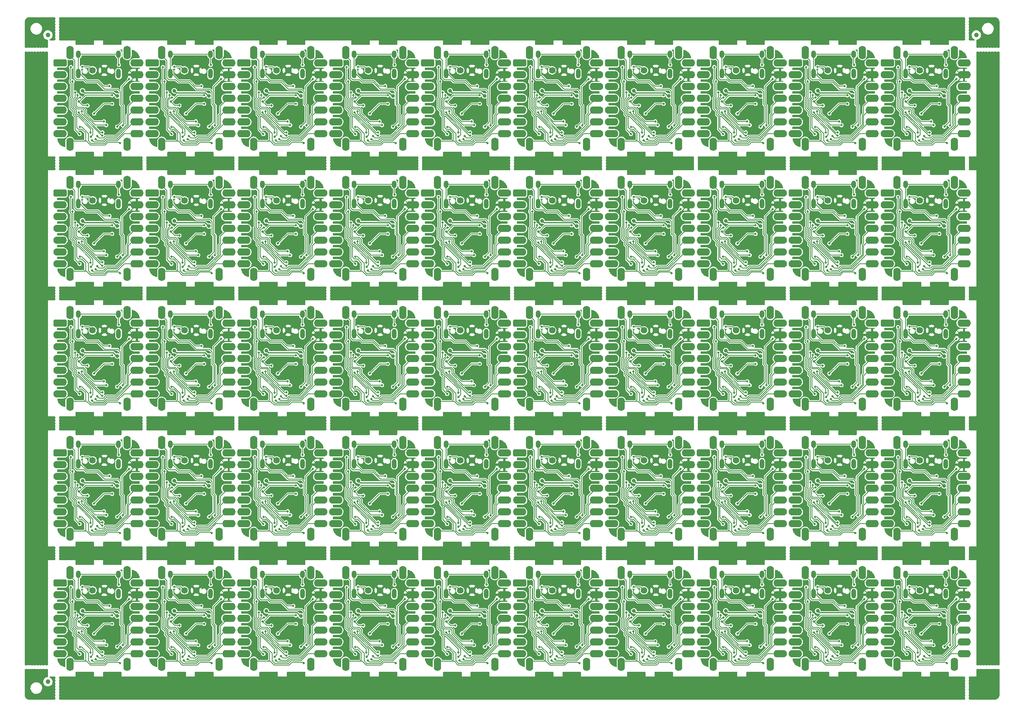
<source format=gbl>
G04 #@! TF.GenerationSoftware,KiCad,Pcbnew,7.0.0-da2b9df05c~165~ubuntu22.04.1*
G04 #@! TF.CreationDate,2023-12-10T21:50:17+00:00*
G04 #@! TF.ProjectId,kicad_miao-panel,6b696361-645f-46d6-9961-6f2d70616e65,rev?*
G04 #@! TF.SameCoordinates,Original*
G04 #@! TF.FileFunction,Copper,L2,Bot*
G04 #@! TF.FilePolarity,Positive*
%FSLAX46Y46*%
G04 Gerber Fmt 4.6, Leading zero omitted, Abs format (unit mm)*
G04 Created by KiCad (PCBNEW 7.0.0-da2b9df05c~165~ubuntu22.04.1) date 2023-12-10 21:50:17*
%MOMM*%
%LPD*%
G01*
G04 APERTURE LIST*
G04 Aperture macros list*
%AMRoundRect*
0 Rectangle with rounded corners*
0 $1 Rounding radius*
0 $2 $3 $4 $5 $6 $7 $8 $9 X,Y pos of 4 corners*
0 Add a 4 corners polygon primitive as box body*
4,1,4,$2,$3,$4,$5,$6,$7,$8,$9,$2,$3,0*
0 Add four circle primitives for the rounded corners*
1,1,$1+$1,$2,$3*
1,1,$1+$1,$4,$5*
1,1,$1+$1,$6,$7*
1,1,$1+$1,$8,$9*
0 Add four rect primitives between the rounded corners*
20,1,$1+$1,$2,$3,$4,$5,0*
20,1,$1+$1,$4,$5,$6,$7,0*
20,1,$1+$1,$6,$7,$8,$9,0*
20,1,$1+$1,$8,$9,$2,$3,0*%
%AMFreePoly0*
4,1,29,0.178017,0.779942,0.347107,0.720775,0.498792,0.625465,0.625465,0.498792,0.720775,0.347107,0.779942,0.178017,0.800000,0.000000,0.779942,-0.178017,0.720775,-0.347107,0.625465,-0.498792,0.498792,-0.625465,0.347107,-0.720775,0.178017,-0.779942,0.000000,-0.800000,-0.178017,-0.779942,-0.347107,-0.720775,-0.498792,-0.625465,-0.625465,-0.498792,-0.720775,-0.347107,-0.779942,-0.178017,
-0.800000,0.000000,-0.779942,0.178017,-0.720775,0.347107,-0.625465,0.498792,-0.498792,0.625465,-0.347107,0.720775,-0.178017,0.779942,0.000000,0.800000,0.178017,0.779942,0.178017,0.779942,$1*%
G04 Aperture macros list end*
G04 #@! TA.AperFunction,CastellatedPad*
%ADD10RoundRect,0.400000X0.400000X-0.400000X0.400000X0.400000X-0.400000X0.400000X-0.400000X-0.400000X0*%
G04 #@! TD*
G04 #@! TA.AperFunction,ComponentPad*
%ADD11RoundRect,0.400000X1.035000X-0.400000X1.035000X0.400000X-1.035000X0.400000X-1.035000X-0.400000X0*%
G04 #@! TD*
G04 #@! TA.AperFunction,CastellatedPad*
%ADD12FreePoly0,90.000000*%
G04 #@! TD*
G04 #@! TA.AperFunction,ComponentPad*
%ADD13O,2.870000X1.600000*%
G04 #@! TD*
G04 #@! TA.AperFunction,CastellatedPad*
%ADD14C,1.600000*%
G04 #@! TD*
G04 #@! TA.AperFunction,ComponentPad*
%ADD15O,1.600000X2.870000*%
G04 #@! TD*
G04 #@! TA.AperFunction,ComponentPad*
%ADD16C,1.600000*%
G04 #@! TD*
G04 #@! TA.AperFunction,SMDPad,CuDef*
%ADD17C,1.397000*%
G04 #@! TD*
G04 #@! TA.AperFunction,ComponentPad*
%ADD18O,1.000000X2.100000*%
G04 #@! TD*
G04 #@! TA.AperFunction,ComponentPad*
%ADD19O,1.000000X1.600000*%
G04 #@! TD*
G04 #@! TA.AperFunction,SMDPad,CuDef*
%ADD20C,1.000000*%
G04 #@! TD*
G04 #@! TA.AperFunction,ViaPad*
%ADD21C,0.800000*%
G04 #@! TD*
G04 #@! TA.AperFunction,ViaPad*
%ADD22C,0.500000*%
G04 #@! TD*
G04 #@! TA.AperFunction,Conductor*
%ADD23C,0.250000*%
G04 #@! TD*
G04 #@! TA.AperFunction,Conductor*
%ADD24C,0.127000*%
G04 #@! TD*
G04 APERTURE END LIST*
D10*
G04 #@! TO.P,U3,1*
G04 #@! TO.N,Board_33-P3.2_A3*
X66340000Y53120000D03*
D11*
X66975000Y53120000D03*
D12*
G04 #@! TO.P,U3,2*
G04 #@! TO.N,Board_33-P1.1_A0*
X66340000Y50580000D03*
D13*
X66974999Y50579999D03*
D14*
G04 #@! TO.P,U3,3*
G04 #@! TO.N,Board_33-P1.2*
X66340000Y48040000D03*
D13*
X66974999Y48039999D03*
D14*
G04 #@! TO.P,U3,4*
G04 #@! TO.N,Board_33-P1.3*
X66340000Y45500000D03*
D13*
X66974999Y45499999D03*
D14*
G04 #@! TO.P,U3,5*
G04 #@! TO.N,Board_33-P3.5*
X66340000Y42960000D03*
D13*
X66974999Y42959999D03*
D14*
G04 #@! TO.P,U3,6*
G04 #@! TO.N,Board_33-P3.4*
X66340000Y40420000D03*
D13*
X66974999Y40419999D03*
D14*
G04 #@! TO.P,U3,7*
G04 #@! TO.N,Board_33-P3.1_TX*
X66340000Y37880000D03*
D13*
X66974999Y37879999D03*
G04 #@! TO.P,U3,8*
G04 #@! TO.N,Board_33-RX{slash}CS*
X83484999Y37879999D03*
D14*
X84120000Y37880000D03*
D13*
G04 #@! TO.P,U3,9*
G04 #@! TO.N,Board_33-P1.7_SCK*
X83484999Y40419999D03*
D14*
X84120000Y40420000D03*
D13*
G04 #@! TO.P,U3,10*
G04 #@! TO.N,Board_33-P1.6_MISO*
X83484999Y42959999D03*
D14*
X84120000Y42960000D03*
D13*
G04 #@! TO.P,U3,11*
G04 #@! TO.N,Board_33-P1.5_MOSI*
X83484999Y45499999D03*
D14*
X84120000Y45500000D03*
D13*
G04 #@! TO.P,U3,12*
G04 #@! TO.N,Board_33-+3.3V*
X83484999Y48039999D03*
D14*
X84120000Y48040000D03*
D13*
G04 #@! TO.P,U3,13*
G04 #@! TO.N,Board_33-GND*
X83484999Y50579999D03*
D14*
X84120000Y50580000D03*
D13*
G04 #@! TO.P,U3,14*
G04 #@! TO.N,Board_33-VCC*
X83484999Y53119999D03*
D14*
X84120000Y53120000D03*
D15*
G04 #@! TO.P,U3,15*
G04 #@! TO.N,Board_33-RST*
X69074999Y35634999D03*
D14*
X69075000Y35000000D03*
D15*
G04 #@! TO.P,U3,16*
G04 #@! TO.N,Board_33-BOOT*
X81384999Y35634999D03*
D14*
X81385000Y35000000D03*
G04 #@! TO.P,U3,17*
G04 #@! TO.N,Board_33-P1.0*
X81385000Y56000000D03*
D15*
X81384999Y55364999D03*
D16*
G04 #@! TO.P,U3,18*
G04 #@! TO.N,Board_33-P3.3*
X69075000Y56000000D03*
D15*
X69074999Y55364999D03*
D17*
G04 #@! TO.P,U3,19*
G04 #@! TO.N,Board_33-RST*
X73960000Y51532000D03*
G04 #@! TO.P,U3,20*
G04 #@! TO.N,Board_33-GND*
X76500000Y51532000D03*
G04 #@! TD*
D10*
G04 #@! TO.P,U3,1*
G04 #@! TO.N,Board_2-P3.2_A3*
X46560000Y137120000D03*
D11*
X47195000Y137120000D03*
D12*
G04 #@! TO.P,U3,2*
G04 #@! TO.N,Board_2-P1.1_A0*
X46560000Y134580000D03*
D13*
X47194999Y134579999D03*
D14*
G04 #@! TO.P,U3,3*
G04 #@! TO.N,Board_2-P1.2*
X46560000Y132040000D03*
D13*
X47194999Y132039999D03*
D14*
G04 #@! TO.P,U3,4*
G04 #@! TO.N,Board_2-P1.3*
X46560000Y129500000D03*
D13*
X47194999Y129499999D03*
D14*
G04 #@! TO.P,U3,5*
G04 #@! TO.N,Board_2-P3.5*
X46560000Y126960000D03*
D13*
X47194999Y126959999D03*
D14*
G04 #@! TO.P,U3,6*
G04 #@! TO.N,Board_2-P3.4*
X46560000Y124420000D03*
D13*
X47194999Y124419999D03*
D14*
G04 #@! TO.P,U3,7*
G04 #@! TO.N,Board_2-P3.1_TX*
X46560000Y121880000D03*
D13*
X47194999Y121879999D03*
G04 #@! TO.P,U3,8*
G04 #@! TO.N,Board_2-RX{slash}CS*
X63704999Y121879999D03*
D14*
X64340000Y121880000D03*
D13*
G04 #@! TO.P,U3,9*
G04 #@! TO.N,Board_2-P1.7_SCK*
X63704999Y124419999D03*
D14*
X64340000Y124420000D03*
D13*
G04 #@! TO.P,U3,10*
G04 #@! TO.N,Board_2-P1.6_MISO*
X63704999Y126959999D03*
D14*
X64340000Y126960000D03*
D13*
G04 #@! TO.P,U3,11*
G04 #@! TO.N,Board_2-P1.5_MOSI*
X63704999Y129499999D03*
D14*
X64340000Y129500000D03*
D13*
G04 #@! TO.P,U3,12*
G04 #@! TO.N,Board_2-+3.3V*
X63704999Y132039999D03*
D14*
X64340000Y132040000D03*
D13*
G04 #@! TO.P,U3,13*
G04 #@! TO.N,Board_2-GND*
X63704999Y134579999D03*
D14*
X64340000Y134580000D03*
D13*
G04 #@! TO.P,U3,14*
G04 #@! TO.N,Board_2-VCC*
X63704999Y137119999D03*
D14*
X64340000Y137120000D03*
D15*
G04 #@! TO.P,U3,15*
G04 #@! TO.N,Board_2-RST*
X49294999Y119634999D03*
D14*
X49295000Y119000000D03*
D15*
G04 #@! TO.P,U3,16*
G04 #@! TO.N,Board_2-BOOT*
X61604999Y119634999D03*
D14*
X61605000Y119000000D03*
G04 #@! TO.P,U3,17*
G04 #@! TO.N,Board_2-P1.0*
X61605000Y140000000D03*
D15*
X61604999Y139364999D03*
D16*
G04 #@! TO.P,U3,18*
G04 #@! TO.N,Board_2-P3.3*
X49295000Y140000000D03*
D15*
X49294999Y139364999D03*
D17*
G04 #@! TO.P,U3,19*
G04 #@! TO.N,Board_2-RST*
X54180000Y135532000D03*
G04 #@! TO.P,U3,20*
G04 #@! TO.N,Board_2-GND*
X56720000Y135532000D03*
G04 #@! TD*
D10*
G04 #@! TO.P,U3,1*
G04 #@! TO.N,Board_3-P3.2_A3*
X66340000Y137120000D03*
D11*
X66975000Y137120000D03*
D12*
G04 #@! TO.P,U3,2*
G04 #@! TO.N,Board_3-P1.1_A0*
X66340000Y134580000D03*
D13*
X66974999Y134579999D03*
D14*
G04 #@! TO.P,U3,3*
G04 #@! TO.N,Board_3-P1.2*
X66340000Y132040000D03*
D13*
X66974999Y132039999D03*
D14*
G04 #@! TO.P,U3,4*
G04 #@! TO.N,Board_3-P1.3*
X66340000Y129500000D03*
D13*
X66974999Y129499999D03*
D14*
G04 #@! TO.P,U3,5*
G04 #@! TO.N,Board_3-P3.5*
X66340000Y126960000D03*
D13*
X66974999Y126959999D03*
D14*
G04 #@! TO.P,U3,6*
G04 #@! TO.N,Board_3-P3.4*
X66340000Y124420000D03*
D13*
X66974999Y124419999D03*
D14*
G04 #@! TO.P,U3,7*
G04 #@! TO.N,Board_3-P3.1_TX*
X66340000Y121880000D03*
D13*
X66974999Y121879999D03*
G04 #@! TO.P,U3,8*
G04 #@! TO.N,Board_3-RX{slash}CS*
X83484999Y121879999D03*
D14*
X84120000Y121880000D03*
D13*
G04 #@! TO.P,U3,9*
G04 #@! TO.N,Board_3-P1.7_SCK*
X83484999Y124419999D03*
D14*
X84120000Y124420000D03*
D13*
G04 #@! TO.P,U3,10*
G04 #@! TO.N,Board_3-P1.6_MISO*
X83484999Y126959999D03*
D14*
X84120000Y126960000D03*
D13*
G04 #@! TO.P,U3,11*
G04 #@! TO.N,Board_3-P1.5_MOSI*
X83484999Y129499999D03*
D14*
X84120000Y129500000D03*
D13*
G04 #@! TO.P,U3,12*
G04 #@! TO.N,Board_3-+3.3V*
X83484999Y132039999D03*
D14*
X84120000Y132040000D03*
D13*
G04 #@! TO.P,U3,13*
G04 #@! TO.N,Board_3-GND*
X83484999Y134579999D03*
D14*
X84120000Y134580000D03*
D13*
G04 #@! TO.P,U3,14*
G04 #@! TO.N,Board_3-VCC*
X83484999Y137119999D03*
D14*
X84120000Y137120000D03*
D15*
G04 #@! TO.P,U3,15*
G04 #@! TO.N,Board_3-RST*
X69074999Y119634999D03*
D14*
X69075000Y119000000D03*
D15*
G04 #@! TO.P,U3,16*
G04 #@! TO.N,Board_3-BOOT*
X81384999Y119634999D03*
D14*
X81385000Y119000000D03*
G04 #@! TO.P,U3,17*
G04 #@! TO.N,Board_3-P1.0*
X81385000Y140000000D03*
D15*
X81384999Y139364999D03*
D16*
G04 #@! TO.P,U3,18*
G04 #@! TO.N,Board_3-P3.3*
X69075000Y140000000D03*
D15*
X69074999Y139364999D03*
D17*
G04 #@! TO.P,U3,19*
G04 #@! TO.N,Board_3-RST*
X73960000Y135532000D03*
G04 #@! TO.P,U3,20*
G04 #@! TO.N,Board_3-GND*
X76500000Y135532000D03*
G04 #@! TD*
D10*
G04 #@! TO.P,U3,1*
G04 #@! TO.N,Board_4-P3.2_A3*
X86120000Y137120000D03*
D11*
X86755000Y137120000D03*
D12*
G04 #@! TO.P,U3,2*
G04 #@! TO.N,Board_4-P1.1_A0*
X86120000Y134580000D03*
D13*
X86754999Y134579999D03*
D14*
G04 #@! TO.P,U3,3*
G04 #@! TO.N,Board_4-P1.2*
X86120000Y132040000D03*
D13*
X86754999Y132039999D03*
D14*
G04 #@! TO.P,U3,4*
G04 #@! TO.N,Board_4-P1.3*
X86120000Y129500000D03*
D13*
X86754999Y129499999D03*
D14*
G04 #@! TO.P,U3,5*
G04 #@! TO.N,Board_4-P3.5*
X86120000Y126960000D03*
D13*
X86754999Y126959999D03*
D14*
G04 #@! TO.P,U3,6*
G04 #@! TO.N,Board_4-P3.4*
X86120000Y124420000D03*
D13*
X86754999Y124419999D03*
D14*
G04 #@! TO.P,U3,7*
G04 #@! TO.N,Board_4-P3.1_TX*
X86120000Y121880000D03*
D13*
X86754999Y121879999D03*
G04 #@! TO.P,U3,8*
G04 #@! TO.N,Board_4-RX{slash}CS*
X103264999Y121879999D03*
D14*
X103900000Y121880000D03*
D13*
G04 #@! TO.P,U3,9*
G04 #@! TO.N,Board_4-P1.7_SCK*
X103264999Y124419999D03*
D14*
X103900000Y124420000D03*
D13*
G04 #@! TO.P,U3,10*
G04 #@! TO.N,Board_4-P1.6_MISO*
X103264999Y126959999D03*
D14*
X103900000Y126960000D03*
D13*
G04 #@! TO.P,U3,11*
G04 #@! TO.N,Board_4-P1.5_MOSI*
X103264999Y129499999D03*
D14*
X103900000Y129500000D03*
D13*
G04 #@! TO.P,U3,12*
G04 #@! TO.N,Board_4-+3.3V*
X103264999Y132039999D03*
D14*
X103900000Y132040000D03*
D13*
G04 #@! TO.P,U3,13*
G04 #@! TO.N,Board_4-GND*
X103264999Y134579999D03*
D14*
X103900000Y134580000D03*
D13*
G04 #@! TO.P,U3,14*
G04 #@! TO.N,Board_4-VCC*
X103264999Y137119999D03*
D14*
X103900000Y137120000D03*
D15*
G04 #@! TO.P,U3,15*
G04 #@! TO.N,Board_4-RST*
X88854999Y119634999D03*
D14*
X88855000Y119000000D03*
D15*
G04 #@! TO.P,U3,16*
G04 #@! TO.N,Board_4-BOOT*
X101164999Y119634999D03*
D14*
X101165000Y119000000D03*
G04 #@! TO.P,U3,17*
G04 #@! TO.N,Board_4-P1.0*
X101165000Y140000000D03*
D15*
X101164999Y139364999D03*
D16*
G04 #@! TO.P,U3,18*
G04 #@! TO.N,Board_4-P3.3*
X88855000Y140000000D03*
D15*
X88854999Y139364999D03*
D17*
G04 #@! TO.P,U3,19*
G04 #@! TO.N,Board_4-RST*
X93740000Y135532000D03*
G04 #@! TO.P,U3,20*
G04 #@! TO.N,Board_4-GND*
X96280000Y135532000D03*
G04 #@! TD*
D10*
G04 #@! TO.P,U3,1*
G04 #@! TO.N,Board_5-P3.2_A3*
X105900000Y137120000D03*
D11*
X106535000Y137120000D03*
D12*
G04 #@! TO.P,U3,2*
G04 #@! TO.N,Board_5-P1.1_A0*
X105900000Y134580000D03*
D13*
X106534999Y134579999D03*
D14*
G04 #@! TO.P,U3,3*
G04 #@! TO.N,Board_5-P1.2*
X105900000Y132040000D03*
D13*
X106534999Y132039999D03*
D14*
G04 #@! TO.P,U3,4*
G04 #@! TO.N,Board_5-P1.3*
X105900000Y129500000D03*
D13*
X106534999Y129499999D03*
D14*
G04 #@! TO.P,U3,5*
G04 #@! TO.N,Board_5-P3.5*
X105900000Y126960000D03*
D13*
X106534999Y126959999D03*
D14*
G04 #@! TO.P,U3,6*
G04 #@! TO.N,Board_5-P3.4*
X105900000Y124420000D03*
D13*
X106534999Y124419999D03*
D14*
G04 #@! TO.P,U3,7*
G04 #@! TO.N,Board_5-P3.1_TX*
X105900000Y121880000D03*
D13*
X106534999Y121879999D03*
G04 #@! TO.P,U3,8*
G04 #@! TO.N,Board_5-RX{slash}CS*
X123044999Y121879999D03*
D14*
X123680000Y121880000D03*
D13*
G04 #@! TO.P,U3,9*
G04 #@! TO.N,Board_5-P1.7_SCK*
X123044999Y124419999D03*
D14*
X123680000Y124420000D03*
D13*
G04 #@! TO.P,U3,10*
G04 #@! TO.N,Board_5-P1.6_MISO*
X123044999Y126959999D03*
D14*
X123680000Y126960000D03*
D13*
G04 #@! TO.P,U3,11*
G04 #@! TO.N,Board_5-P1.5_MOSI*
X123044999Y129499999D03*
D14*
X123680000Y129500000D03*
D13*
G04 #@! TO.P,U3,12*
G04 #@! TO.N,Board_5-+3.3V*
X123044999Y132039999D03*
D14*
X123680000Y132040000D03*
D13*
G04 #@! TO.P,U3,13*
G04 #@! TO.N,Board_5-GND*
X123044999Y134579999D03*
D14*
X123680000Y134580000D03*
D13*
G04 #@! TO.P,U3,14*
G04 #@! TO.N,Board_5-VCC*
X123044999Y137119999D03*
D14*
X123680000Y137120000D03*
D15*
G04 #@! TO.P,U3,15*
G04 #@! TO.N,Board_5-RST*
X108634999Y119634999D03*
D14*
X108635000Y119000000D03*
D15*
G04 #@! TO.P,U3,16*
G04 #@! TO.N,Board_5-BOOT*
X120944999Y119634999D03*
D14*
X120945000Y119000000D03*
G04 #@! TO.P,U3,17*
G04 #@! TO.N,Board_5-P1.0*
X120945000Y140000000D03*
D15*
X120944999Y139364999D03*
D16*
G04 #@! TO.P,U3,18*
G04 #@! TO.N,Board_5-P3.3*
X108635000Y140000000D03*
D15*
X108634999Y139364999D03*
D17*
G04 #@! TO.P,U3,19*
G04 #@! TO.N,Board_5-RST*
X113520000Y135532000D03*
G04 #@! TO.P,U3,20*
G04 #@! TO.N,Board_5-GND*
X116060000Y135532000D03*
G04 #@! TD*
D10*
G04 #@! TO.P,U3,1*
G04 #@! TO.N,Board_6-P3.2_A3*
X125680000Y137120000D03*
D11*
X126315000Y137120000D03*
D12*
G04 #@! TO.P,U3,2*
G04 #@! TO.N,Board_6-P1.1_A0*
X125680000Y134580000D03*
D13*
X126314999Y134579999D03*
D14*
G04 #@! TO.P,U3,3*
G04 #@! TO.N,Board_6-P1.2*
X125680000Y132040000D03*
D13*
X126314999Y132039999D03*
D14*
G04 #@! TO.P,U3,4*
G04 #@! TO.N,Board_6-P1.3*
X125680000Y129500000D03*
D13*
X126314999Y129499999D03*
D14*
G04 #@! TO.P,U3,5*
G04 #@! TO.N,Board_6-P3.5*
X125680000Y126960000D03*
D13*
X126314999Y126959999D03*
D14*
G04 #@! TO.P,U3,6*
G04 #@! TO.N,Board_6-P3.4*
X125680000Y124420000D03*
D13*
X126314999Y124419999D03*
D14*
G04 #@! TO.P,U3,7*
G04 #@! TO.N,Board_6-P3.1_TX*
X125680000Y121880000D03*
D13*
X126314999Y121879999D03*
G04 #@! TO.P,U3,8*
G04 #@! TO.N,Board_6-RX{slash}CS*
X142824999Y121879999D03*
D14*
X143460000Y121880000D03*
D13*
G04 #@! TO.P,U3,9*
G04 #@! TO.N,Board_6-P1.7_SCK*
X142824999Y124419999D03*
D14*
X143460000Y124420000D03*
D13*
G04 #@! TO.P,U3,10*
G04 #@! TO.N,Board_6-P1.6_MISO*
X142824999Y126959999D03*
D14*
X143460000Y126960000D03*
D13*
G04 #@! TO.P,U3,11*
G04 #@! TO.N,Board_6-P1.5_MOSI*
X142824999Y129499999D03*
D14*
X143460000Y129500000D03*
D13*
G04 #@! TO.P,U3,12*
G04 #@! TO.N,Board_6-+3.3V*
X142824999Y132039999D03*
D14*
X143460000Y132040000D03*
D13*
G04 #@! TO.P,U3,13*
G04 #@! TO.N,Board_6-GND*
X142824999Y134579999D03*
D14*
X143460000Y134580000D03*
D13*
G04 #@! TO.P,U3,14*
G04 #@! TO.N,Board_6-VCC*
X142824999Y137119999D03*
D14*
X143460000Y137120000D03*
D15*
G04 #@! TO.P,U3,15*
G04 #@! TO.N,Board_6-RST*
X128414999Y119634999D03*
D14*
X128415000Y119000000D03*
D15*
G04 #@! TO.P,U3,16*
G04 #@! TO.N,Board_6-BOOT*
X140724999Y119634999D03*
D14*
X140725000Y119000000D03*
G04 #@! TO.P,U3,17*
G04 #@! TO.N,Board_6-P1.0*
X140725000Y140000000D03*
D15*
X140724999Y139364999D03*
D16*
G04 #@! TO.P,U3,18*
G04 #@! TO.N,Board_6-P3.3*
X128415000Y140000000D03*
D15*
X128414999Y139364999D03*
D17*
G04 #@! TO.P,U3,19*
G04 #@! TO.N,Board_6-RST*
X133300000Y135532000D03*
G04 #@! TO.P,U3,20*
G04 #@! TO.N,Board_6-GND*
X135840000Y135532000D03*
G04 #@! TD*
D10*
G04 #@! TO.P,U3,1*
G04 #@! TO.N,Board_7-P3.2_A3*
X145460000Y137120000D03*
D11*
X146095000Y137120000D03*
D12*
G04 #@! TO.P,U3,2*
G04 #@! TO.N,Board_7-P1.1_A0*
X145460000Y134580000D03*
D13*
X146094999Y134579999D03*
D14*
G04 #@! TO.P,U3,3*
G04 #@! TO.N,Board_7-P1.2*
X145460000Y132040000D03*
D13*
X146094999Y132039999D03*
D14*
G04 #@! TO.P,U3,4*
G04 #@! TO.N,Board_7-P1.3*
X145460000Y129500000D03*
D13*
X146094999Y129499999D03*
D14*
G04 #@! TO.P,U3,5*
G04 #@! TO.N,Board_7-P3.5*
X145460000Y126960000D03*
D13*
X146094999Y126959999D03*
D14*
G04 #@! TO.P,U3,6*
G04 #@! TO.N,Board_7-P3.4*
X145460000Y124420000D03*
D13*
X146094999Y124419999D03*
D14*
G04 #@! TO.P,U3,7*
G04 #@! TO.N,Board_7-P3.1_TX*
X145460000Y121880000D03*
D13*
X146094999Y121879999D03*
G04 #@! TO.P,U3,8*
G04 #@! TO.N,Board_7-RX{slash}CS*
X162604999Y121879999D03*
D14*
X163240000Y121880000D03*
D13*
G04 #@! TO.P,U3,9*
G04 #@! TO.N,Board_7-P1.7_SCK*
X162604999Y124419999D03*
D14*
X163240000Y124420000D03*
D13*
G04 #@! TO.P,U3,10*
G04 #@! TO.N,Board_7-P1.6_MISO*
X162604999Y126959999D03*
D14*
X163240000Y126960000D03*
D13*
G04 #@! TO.P,U3,11*
G04 #@! TO.N,Board_7-P1.5_MOSI*
X162604999Y129499999D03*
D14*
X163240000Y129500000D03*
D13*
G04 #@! TO.P,U3,12*
G04 #@! TO.N,Board_7-+3.3V*
X162604999Y132039999D03*
D14*
X163240000Y132040000D03*
D13*
G04 #@! TO.P,U3,13*
G04 #@! TO.N,Board_7-GND*
X162604999Y134579999D03*
D14*
X163240000Y134580000D03*
D13*
G04 #@! TO.P,U3,14*
G04 #@! TO.N,Board_7-VCC*
X162604999Y137119999D03*
D14*
X163240000Y137120000D03*
D15*
G04 #@! TO.P,U3,15*
G04 #@! TO.N,Board_7-RST*
X148194999Y119634999D03*
D14*
X148195000Y119000000D03*
D15*
G04 #@! TO.P,U3,16*
G04 #@! TO.N,Board_7-BOOT*
X160504999Y119634999D03*
D14*
X160505000Y119000000D03*
G04 #@! TO.P,U3,17*
G04 #@! TO.N,Board_7-P1.0*
X160505000Y140000000D03*
D15*
X160504999Y139364999D03*
D16*
G04 #@! TO.P,U3,18*
G04 #@! TO.N,Board_7-P3.3*
X148195000Y140000000D03*
D15*
X148194999Y139364999D03*
D17*
G04 #@! TO.P,U3,19*
G04 #@! TO.N,Board_7-RST*
X153080000Y135532000D03*
G04 #@! TO.P,U3,20*
G04 #@! TO.N,Board_7-GND*
X155620000Y135532000D03*
G04 #@! TD*
D10*
G04 #@! TO.P,U3,1*
G04 #@! TO.N,Board_0-P3.2_A3*
X7000000Y137120000D03*
D11*
X7635000Y137120000D03*
D12*
G04 #@! TO.P,U3,2*
G04 #@! TO.N,Board_0-P1.1_A0*
X7000000Y134580000D03*
D13*
X7634999Y134579999D03*
D14*
G04 #@! TO.P,U3,3*
G04 #@! TO.N,Board_0-P1.2*
X7000000Y132040000D03*
D13*
X7634999Y132039999D03*
D14*
G04 #@! TO.P,U3,4*
G04 #@! TO.N,Board_0-P1.3*
X7000000Y129500000D03*
D13*
X7634999Y129499999D03*
D14*
G04 #@! TO.P,U3,5*
G04 #@! TO.N,Board_0-P3.5*
X7000000Y126960000D03*
D13*
X7634999Y126959999D03*
D14*
G04 #@! TO.P,U3,6*
G04 #@! TO.N,Board_0-P3.4*
X7000000Y124420000D03*
D13*
X7634999Y124419999D03*
D14*
G04 #@! TO.P,U3,7*
G04 #@! TO.N,Board_0-P3.1_TX*
X7000000Y121880000D03*
D13*
X7634999Y121879999D03*
G04 #@! TO.P,U3,8*
G04 #@! TO.N,Board_0-RX{slash}CS*
X24144999Y121879999D03*
D14*
X24780000Y121880000D03*
D13*
G04 #@! TO.P,U3,9*
G04 #@! TO.N,Board_0-P1.7_SCK*
X24144999Y124419999D03*
D14*
X24780000Y124420000D03*
D13*
G04 #@! TO.P,U3,10*
G04 #@! TO.N,Board_0-P1.6_MISO*
X24144999Y126959999D03*
D14*
X24780000Y126960000D03*
D13*
G04 #@! TO.P,U3,11*
G04 #@! TO.N,Board_0-P1.5_MOSI*
X24144999Y129499999D03*
D14*
X24780000Y129500000D03*
D13*
G04 #@! TO.P,U3,12*
G04 #@! TO.N,Board_0-+3.3V*
X24144999Y132039999D03*
D14*
X24780000Y132040000D03*
D13*
G04 #@! TO.P,U3,13*
G04 #@! TO.N,Board_0-GND*
X24144999Y134579999D03*
D14*
X24780000Y134580000D03*
D13*
G04 #@! TO.P,U3,14*
G04 #@! TO.N,Board_0-VCC*
X24144999Y137119999D03*
D14*
X24780000Y137120000D03*
D15*
G04 #@! TO.P,U3,15*
G04 #@! TO.N,Board_0-RST*
X9734999Y119634999D03*
D14*
X9735000Y119000000D03*
D15*
G04 #@! TO.P,U3,16*
G04 #@! TO.N,Board_0-BOOT*
X22044999Y119634999D03*
D14*
X22045000Y119000000D03*
G04 #@! TO.P,U3,17*
G04 #@! TO.N,Board_0-P1.0*
X22045000Y140000000D03*
D15*
X22044999Y139364999D03*
D16*
G04 #@! TO.P,U3,18*
G04 #@! TO.N,Board_0-P3.3*
X9735000Y140000000D03*
D15*
X9734999Y139364999D03*
D17*
G04 #@! TO.P,U3,19*
G04 #@! TO.N,Board_0-RST*
X14620000Y135532000D03*
G04 #@! TO.P,U3,20*
G04 #@! TO.N,Board_0-GND*
X17160000Y135532000D03*
G04 #@! TD*
D10*
G04 #@! TO.P,U3,1*
G04 #@! TO.N,Board_1-P3.2_A3*
X26780000Y137120000D03*
D11*
X27415000Y137120000D03*
D12*
G04 #@! TO.P,U3,2*
G04 #@! TO.N,Board_1-P1.1_A0*
X26780000Y134580000D03*
D13*
X27414999Y134579999D03*
D14*
G04 #@! TO.P,U3,3*
G04 #@! TO.N,Board_1-P1.2*
X26780000Y132040000D03*
D13*
X27414999Y132039999D03*
D14*
G04 #@! TO.P,U3,4*
G04 #@! TO.N,Board_1-P1.3*
X26780000Y129500000D03*
D13*
X27414999Y129499999D03*
D14*
G04 #@! TO.P,U3,5*
G04 #@! TO.N,Board_1-P3.5*
X26780000Y126960000D03*
D13*
X27414999Y126959999D03*
D14*
G04 #@! TO.P,U3,6*
G04 #@! TO.N,Board_1-P3.4*
X26780000Y124420000D03*
D13*
X27414999Y124419999D03*
D14*
G04 #@! TO.P,U3,7*
G04 #@! TO.N,Board_1-P3.1_TX*
X26780000Y121880000D03*
D13*
X27414999Y121879999D03*
G04 #@! TO.P,U3,8*
G04 #@! TO.N,Board_1-RX{slash}CS*
X43924999Y121879999D03*
D14*
X44560000Y121880000D03*
D13*
G04 #@! TO.P,U3,9*
G04 #@! TO.N,Board_1-P1.7_SCK*
X43924999Y124419999D03*
D14*
X44560000Y124420000D03*
D13*
G04 #@! TO.P,U3,10*
G04 #@! TO.N,Board_1-P1.6_MISO*
X43924999Y126959999D03*
D14*
X44560000Y126960000D03*
D13*
G04 #@! TO.P,U3,11*
G04 #@! TO.N,Board_1-P1.5_MOSI*
X43924999Y129499999D03*
D14*
X44560000Y129500000D03*
D13*
G04 #@! TO.P,U3,12*
G04 #@! TO.N,Board_1-+3.3V*
X43924999Y132039999D03*
D14*
X44560000Y132040000D03*
D13*
G04 #@! TO.P,U3,13*
G04 #@! TO.N,Board_1-GND*
X43924999Y134579999D03*
D14*
X44560000Y134580000D03*
D13*
G04 #@! TO.P,U3,14*
G04 #@! TO.N,Board_1-VCC*
X43924999Y137119999D03*
D14*
X44560000Y137120000D03*
D15*
G04 #@! TO.P,U3,15*
G04 #@! TO.N,Board_1-RST*
X29514999Y119634999D03*
D14*
X29515000Y119000000D03*
D15*
G04 #@! TO.P,U3,16*
G04 #@! TO.N,Board_1-BOOT*
X41824999Y119634999D03*
D14*
X41825000Y119000000D03*
G04 #@! TO.P,U3,17*
G04 #@! TO.N,Board_1-P1.0*
X41825000Y140000000D03*
D15*
X41824999Y139364999D03*
D16*
G04 #@! TO.P,U3,18*
G04 #@! TO.N,Board_1-P3.3*
X29515000Y140000000D03*
D15*
X29514999Y139364999D03*
D17*
G04 #@! TO.P,U3,19*
G04 #@! TO.N,Board_1-RST*
X34400000Y135532000D03*
G04 #@! TO.P,U3,20*
G04 #@! TO.N,Board_1-GND*
X36940000Y135532000D03*
G04 #@! TD*
D10*
G04 #@! TO.P,U3,1*
G04 #@! TO.N,Board_47-P3.2_A3*
X145460000Y25120000D03*
D11*
X146095000Y25120000D03*
D12*
G04 #@! TO.P,U3,2*
G04 #@! TO.N,Board_47-P1.1_A0*
X145460000Y22580000D03*
D13*
X146094999Y22579999D03*
D14*
G04 #@! TO.P,U3,3*
G04 #@! TO.N,Board_47-P1.2*
X145460000Y20040000D03*
D13*
X146094999Y20039999D03*
D14*
G04 #@! TO.P,U3,4*
G04 #@! TO.N,Board_47-P1.3*
X145460000Y17500000D03*
D13*
X146094999Y17499999D03*
D14*
G04 #@! TO.P,U3,5*
G04 #@! TO.N,Board_47-P3.5*
X145460000Y14960000D03*
D13*
X146094999Y14959999D03*
D14*
G04 #@! TO.P,U3,6*
G04 #@! TO.N,Board_47-P3.4*
X145460000Y12420000D03*
D13*
X146094999Y12419999D03*
D14*
G04 #@! TO.P,U3,7*
G04 #@! TO.N,Board_47-P3.1_TX*
X145460000Y9880000D03*
D13*
X146094999Y9879999D03*
G04 #@! TO.P,U3,8*
G04 #@! TO.N,Board_47-RX{slash}CS*
X162604999Y9879999D03*
D14*
X163240000Y9880000D03*
D13*
G04 #@! TO.P,U3,9*
G04 #@! TO.N,Board_47-P1.7_SCK*
X162604999Y12419999D03*
D14*
X163240000Y12420000D03*
D13*
G04 #@! TO.P,U3,10*
G04 #@! TO.N,Board_47-P1.6_MISO*
X162604999Y14959999D03*
D14*
X163240000Y14960000D03*
D13*
G04 #@! TO.P,U3,11*
G04 #@! TO.N,Board_47-P1.5_MOSI*
X162604999Y17499999D03*
D14*
X163240000Y17500000D03*
D13*
G04 #@! TO.P,U3,12*
G04 #@! TO.N,Board_47-+3.3V*
X162604999Y20039999D03*
D14*
X163240000Y20040000D03*
D13*
G04 #@! TO.P,U3,13*
G04 #@! TO.N,Board_47-GND*
X162604999Y22579999D03*
D14*
X163240000Y22580000D03*
D13*
G04 #@! TO.P,U3,14*
G04 #@! TO.N,Board_47-VCC*
X162604999Y25119999D03*
D14*
X163240000Y25120000D03*
D15*
G04 #@! TO.P,U3,15*
G04 #@! TO.N,Board_47-RST*
X148194999Y7634999D03*
D14*
X148195000Y7000000D03*
D15*
G04 #@! TO.P,U3,16*
G04 #@! TO.N,Board_47-BOOT*
X160504999Y7634999D03*
D14*
X160505000Y7000000D03*
G04 #@! TO.P,U3,17*
G04 #@! TO.N,Board_47-P1.0*
X160505000Y28000000D03*
D15*
X160504999Y27364999D03*
D16*
G04 #@! TO.P,U3,18*
G04 #@! TO.N,Board_47-P3.3*
X148195000Y28000000D03*
D15*
X148194999Y27364999D03*
D17*
G04 #@! TO.P,U3,19*
G04 #@! TO.N,Board_47-RST*
X153080000Y23532000D03*
G04 #@! TO.P,U3,20*
G04 #@! TO.N,Board_47-GND*
X155620000Y23532000D03*
G04 #@! TD*
D10*
G04 #@! TO.P,U3,1*
G04 #@! TO.N,Board_48-P3.2_A3*
X165240000Y25120000D03*
D11*
X165875000Y25120000D03*
D12*
G04 #@! TO.P,U3,2*
G04 #@! TO.N,Board_48-P1.1_A0*
X165240000Y22580000D03*
D13*
X165874999Y22579999D03*
D14*
G04 #@! TO.P,U3,3*
G04 #@! TO.N,Board_48-P1.2*
X165240000Y20040000D03*
D13*
X165874999Y20039999D03*
D14*
G04 #@! TO.P,U3,4*
G04 #@! TO.N,Board_48-P1.3*
X165240000Y17500000D03*
D13*
X165874999Y17499999D03*
D14*
G04 #@! TO.P,U3,5*
G04 #@! TO.N,Board_48-P3.5*
X165240000Y14960000D03*
D13*
X165874999Y14959999D03*
D14*
G04 #@! TO.P,U3,6*
G04 #@! TO.N,Board_48-P3.4*
X165240000Y12420000D03*
D13*
X165874999Y12419999D03*
D14*
G04 #@! TO.P,U3,7*
G04 #@! TO.N,Board_48-P3.1_TX*
X165240000Y9880000D03*
D13*
X165874999Y9879999D03*
G04 #@! TO.P,U3,8*
G04 #@! TO.N,Board_48-RX{slash}CS*
X182384999Y9879999D03*
D14*
X183020000Y9880000D03*
D13*
G04 #@! TO.P,U3,9*
G04 #@! TO.N,Board_48-P1.7_SCK*
X182384999Y12419999D03*
D14*
X183020000Y12420000D03*
D13*
G04 #@! TO.P,U3,10*
G04 #@! TO.N,Board_48-P1.6_MISO*
X182384999Y14959999D03*
D14*
X183020000Y14960000D03*
D13*
G04 #@! TO.P,U3,11*
G04 #@! TO.N,Board_48-P1.5_MOSI*
X182384999Y17499999D03*
D14*
X183020000Y17500000D03*
D13*
G04 #@! TO.P,U3,12*
G04 #@! TO.N,Board_48-+3.3V*
X182384999Y20039999D03*
D14*
X183020000Y20040000D03*
D13*
G04 #@! TO.P,U3,13*
G04 #@! TO.N,Board_48-GND*
X182384999Y22579999D03*
D14*
X183020000Y22580000D03*
D13*
G04 #@! TO.P,U3,14*
G04 #@! TO.N,Board_48-VCC*
X182384999Y25119999D03*
D14*
X183020000Y25120000D03*
D15*
G04 #@! TO.P,U3,15*
G04 #@! TO.N,Board_48-RST*
X167974999Y7634999D03*
D14*
X167975000Y7000000D03*
D15*
G04 #@! TO.P,U3,16*
G04 #@! TO.N,Board_48-BOOT*
X180284999Y7634999D03*
D14*
X180285000Y7000000D03*
G04 #@! TO.P,U3,17*
G04 #@! TO.N,Board_48-P1.0*
X180285000Y28000000D03*
D15*
X180284999Y27364999D03*
D16*
G04 #@! TO.P,U3,18*
G04 #@! TO.N,Board_48-P3.3*
X167975000Y28000000D03*
D15*
X167974999Y27364999D03*
D17*
G04 #@! TO.P,U3,19*
G04 #@! TO.N,Board_48-RST*
X172860000Y23532000D03*
G04 #@! TO.P,U3,20*
G04 #@! TO.N,Board_48-GND*
X175400000Y23532000D03*
G04 #@! TD*
D10*
G04 #@! TO.P,U3,1*
G04 #@! TO.N,Board_49-P3.2_A3*
X185020000Y25120000D03*
D11*
X185655000Y25120000D03*
D12*
G04 #@! TO.P,U3,2*
G04 #@! TO.N,Board_49-P1.1_A0*
X185020000Y22580000D03*
D13*
X185654999Y22579999D03*
D14*
G04 #@! TO.P,U3,3*
G04 #@! TO.N,Board_49-P1.2*
X185020000Y20040000D03*
D13*
X185654999Y20039999D03*
D14*
G04 #@! TO.P,U3,4*
G04 #@! TO.N,Board_49-P1.3*
X185020000Y17500000D03*
D13*
X185654999Y17499999D03*
D14*
G04 #@! TO.P,U3,5*
G04 #@! TO.N,Board_49-P3.5*
X185020000Y14960000D03*
D13*
X185654999Y14959999D03*
D14*
G04 #@! TO.P,U3,6*
G04 #@! TO.N,Board_49-P3.4*
X185020000Y12420000D03*
D13*
X185654999Y12419999D03*
D14*
G04 #@! TO.P,U3,7*
G04 #@! TO.N,Board_49-P3.1_TX*
X185020000Y9880000D03*
D13*
X185654999Y9879999D03*
G04 #@! TO.P,U3,8*
G04 #@! TO.N,Board_49-RX{slash}CS*
X202164999Y9879999D03*
D14*
X202800000Y9880000D03*
D13*
G04 #@! TO.P,U3,9*
G04 #@! TO.N,Board_49-P1.7_SCK*
X202164999Y12419999D03*
D14*
X202800000Y12420000D03*
D13*
G04 #@! TO.P,U3,10*
G04 #@! TO.N,Board_49-P1.6_MISO*
X202164999Y14959999D03*
D14*
X202800000Y14960000D03*
D13*
G04 #@! TO.P,U3,11*
G04 #@! TO.N,Board_49-P1.5_MOSI*
X202164999Y17499999D03*
D14*
X202800000Y17500000D03*
D13*
G04 #@! TO.P,U3,12*
G04 #@! TO.N,Board_49-+3.3V*
X202164999Y20039999D03*
D14*
X202800000Y20040000D03*
D13*
G04 #@! TO.P,U3,13*
G04 #@! TO.N,Board_49-GND*
X202164999Y22579999D03*
D14*
X202800000Y22580000D03*
D13*
G04 #@! TO.P,U3,14*
G04 #@! TO.N,Board_49-VCC*
X202164999Y25119999D03*
D14*
X202800000Y25120000D03*
D15*
G04 #@! TO.P,U3,15*
G04 #@! TO.N,Board_49-RST*
X187754999Y7634999D03*
D14*
X187755000Y7000000D03*
D15*
G04 #@! TO.P,U3,16*
G04 #@! TO.N,Board_49-BOOT*
X200064999Y7634999D03*
D14*
X200065000Y7000000D03*
G04 #@! TO.P,U3,17*
G04 #@! TO.N,Board_49-P1.0*
X200065000Y28000000D03*
D15*
X200064999Y27364999D03*
D16*
G04 #@! TO.P,U3,18*
G04 #@! TO.N,Board_49-P3.3*
X187755000Y28000000D03*
D15*
X187754999Y27364999D03*
D17*
G04 #@! TO.P,U3,19*
G04 #@! TO.N,Board_49-RST*
X192640000Y23532000D03*
G04 #@! TO.P,U3,20*
G04 #@! TO.N,Board_49-GND*
X195180000Y23532000D03*
G04 #@! TD*
D10*
G04 #@! TO.P,U3,1*
G04 #@! TO.N,Board_8-P3.2_A3*
X165240000Y137120000D03*
D11*
X165875000Y137120000D03*
D12*
G04 #@! TO.P,U3,2*
G04 #@! TO.N,Board_8-P1.1_A0*
X165240000Y134580000D03*
D13*
X165874999Y134579999D03*
D14*
G04 #@! TO.P,U3,3*
G04 #@! TO.N,Board_8-P1.2*
X165240000Y132040000D03*
D13*
X165874999Y132039999D03*
D14*
G04 #@! TO.P,U3,4*
G04 #@! TO.N,Board_8-P1.3*
X165240000Y129500000D03*
D13*
X165874999Y129499999D03*
D14*
G04 #@! TO.P,U3,5*
G04 #@! TO.N,Board_8-P3.5*
X165240000Y126960000D03*
D13*
X165874999Y126959999D03*
D14*
G04 #@! TO.P,U3,6*
G04 #@! TO.N,Board_8-P3.4*
X165240000Y124420000D03*
D13*
X165874999Y124419999D03*
D14*
G04 #@! TO.P,U3,7*
G04 #@! TO.N,Board_8-P3.1_TX*
X165240000Y121880000D03*
D13*
X165874999Y121879999D03*
G04 #@! TO.P,U3,8*
G04 #@! TO.N,Board_8-RX{slash}CS*
X182384999Y121879999D03*
D14*
X183020000Y121880000D03*
D13*
G04 #@! TO.P,U3,9*
G04 #@! TO.N,Board_8-P1.7_SCK*
X182384999Y124419999D03*
D14*
X183020000Y124420000D03*
D13*
G04 #@! TO.P,U3,10*
G04 #@! TO.N,Board_8-P1.6_MISO*
X182384999Y126959999D03*
D14*
X183020000Y126960000D03*
D13*
G04 #@! TO.P,U3,11*
G04 #@! TO.N,Board_8-P1.5_MOSI*
X182384999Y129499999D03*
D14*
X183020000Y129500000D03*
D13*
G04 #@! TO.P,U3,12*
G04 #@! TO.N,Board_8-+3.3V*
X182384999Y132039999D03*
D14*
X183020000Y132040000D03*
D13*
G04 #@! TO.P,U3,13*
G04 #@! TO.N,Board_8-GND*
X182384999Y134579999D03*
D14*
X183020000Y134580000D03*
D13*
G04 #@! TO.P,U3,14*
G04 #@! TO.N,Board_8-VCC*
X182384999Y137119999D03*
D14*
X183020000Y137120000D03*
D15*
G04 #@! TO.P,U3,15*
G04 #@! TO.N,Board_8-RST*
X167974999Y119634999D03*
D14*
X167975000Y119000000D03*
D15*
G04 #@! TO.P,U3,16*
G04 #@! TO.N,Board_8-BOOT*
X180284999Y119634999D03*
D14*
X180285000Y119000000D03*
G04 #@! TO.P,U3,17*
G04 #@! TO.N,Board_8-P1.0*
X180285000Y140000000D03*
D15*
X180284999Y139364999D03*
D16*
G04 #@! TO.P,U3,18*
G04 #@! TO.N,Board_8-P3.3*
X167975000Y140000000D03*
D15*
X167974999Y139364999D03*
D17*
G04 #@! TO.P,U3,19*
G04 #@! TO.N,Board_8-RST*
X172860000Y135532000D03*
G04 #@! TO.P,U3,20*
G04 #@! TO.N,Board_8-GND*
X175400000Y135532000D03*
G04 #@! TD*
D10*
G04 #@! TO.P,U3,1*
G04 #@! TO.N,Board_9-P3.2_A3*
X185020000Y137120000D03*
D11*
X185655000Y137120000D03*
D12*
G04 #@! TO.P,U3,2*
G04 #@! TO.N,Board_9-P1.1_A0*
X185020000Y134580000D03*
D13*
X185654999Y134579999D03*
D14*
G04 #@! TO.P,U3,3*
G04 #@! TO.N,Board_9-P1.2*
X185020000Y132040000D03*
D13*
X185654999Y132039999D03*
D14*
G04 #@! TO.P,U3,4*
G04 #@! TO.N,Board_9-P1.3*
X185020000Y129500000D03*
D13*
X185654999Y129499999D03*
D14*
G04 #@! TO.P,U3,5*
G04 #@! TO.N,Board_9-P3.5*
X185020000Y126960000D03*
D13*
X185654999Y126959999D03*
D14*
G04 #@! TO.P,U3,6*
G04 #@! TO.N,Board_9-P3.4*
X185020000Y124420000D03*
D13*
X185654999Y124419999D03*
D14*
G04 #@! TO.P,U3,7*
G04 #@! TO.N,Board_9-P3.1_TX*
X185020000Y121880000D03*
D13*
X185654999Y121879999D03*
G04 #@! TO.P,U3,8*
G04 #@! TO.N,Board_9-RX{slash}CS*
X202164999Y121879999D03*
D14*
X202800000Y121880000D03*
D13*
G04 #@! TO.P,U3,9*
G04 #@! TO.N,Board_9-P1.7_SCK*
X202164999Y124419999D03*
D14*
X202800000Y124420000D03*
D13*
G04 #@! TO.P,U3,10*
G04 #@! TO.N,Board_9-P1.6_MISO*
X202164999Y126959999D03*
D14*
X202800000Y126960000D03*
D13*
G04 #@! TO.P,U3,11*
G04 #@! TO.N,Board_9-P1.5_MOSI*
X202164999Y129499999D03*
D14*
X202800000Y129500000D03*
D13*
G04 #@! TO.P,U3,12*
G04 #@! TO.N,Board_9-+3.3V*
X202164999Y132039999D03*
D14*
X202800000Y132040000D03*
D13*
G04 #@! TO.P,U3,13*
G04 #@! TO.N,Board_9-GND*
X202164999Y134579999D03*
D14*
X202800000Y134580000D03*
D13*
G04 #@! TO.P,U3,14*
G04 #@! TO.N,Board_9-VCC*
X202164999Y137119999D03*
D14*
X202800000Y137120000D03*
D15*
G04 #@! TO.P,U3,15*
G04 #@! TO.N,Board_9-RST*
X187754999Y119634999D03*
D14*
X187755000Y119000000D03*
D15*
G04 #@! TO.P,U3,16*
G04 #@! TO.N,Board_9-BOOT*
X200064999Y119634999D03*
D14*
X200065000Y119000000D03*
G04 #@! TO.P,U3,17*
G04 #@! TO.N,Board_9-P1.0*
X200065000Y140000000D03*
D15*
X200064999Y139364999D03*
D16*
G04 #@! TO.P,U3,18*
G04 #@! TO.N,Board_9-P3.3*
X187755000Y140000000D03*
D15*
X187754999Y139364999D03*
D17*
G04 #@! TO.P,U3,19*
G04 #@! TO.N,Board_9-RST*
X192640000Y135532000D03*
G04 #@! TO.P,U3,20*
G04 #@! TO.N,Board_9-GND*
X195180000Y135532000D03*
G04 #@! TD*
D10*
G04 #@! TO.P,U3,1*
G04 #@! TO.N,Board_10-P3.2_A3*
X7000000Y109120000D03*
D11*
X7635000Y109120000D03*
D12*
G04 #@! TO.P,U3,2*
G04 #@! TO.N,Board_10-P1.1_A0*
X7000000Y106580000D03*
D13*
X7634999Y106579999D03*
D14*
G04 #@! TO.P,U3,3*
G04 #@! TO.N,Board_10-P1.2*
X7000000Y104040000D03*
D13*
X7634999Y104039999D03*
D14*
G04 #@! TO.P,U3,4*
G04 #@! TO.N,Board_10-P1.3*
X7000000Y101500000D03*
D13*
X7634999Y101499999D03*
D14*
G04 #@! TO.P,U3,5*
G04 #@! TO.N,Board_10-P3.5*
X7000000Y98960000D03*
D13*
X7634999Y98959999D03*
D14*
G04 #@! TO.P,U3,6*
G04 #@! TO.N,Board_10-P3.4*
X7000000Y96420000D03*
D13*
X7634999Y96419999D03*
D14*
G04 #@! TO.P,U3,7*
G04 #@! TO.N,Board_10-P3.1_TX*
X7000000Y93880000D03*
D13*
X7634999Y93879999D03*
G04 #@! TO.P,U3,8*
G04 #@! TO.N,Board_10-RX{slash}CS*
X24144999Y93879999D03*
D14*
X24780000Y93880000D03*
D13*
G04 #@! TO.P,U3,9*
G04 #@! TO.N,Board_10-P1.7_SCK*
X24144999Y96419999D03*
D14*
X24780000Y96420000D03*
D13*
G04 #@! TO.P,U3,10*
G04 #@! TO.N,Board_10-P1.6_MISO*
X24144999Y98959999D03*
D14*
X24780000Y98960000D03*
D13*
G04 #@! TO.P,U3,11*
G04 #@! TO.N,Board_10-P1.5_MOSI*
X24144999Y101499999D03*
D14*
X24780000Y101500000D03*
D13*
G04 #@! TO.P,U3,12*
G04 #@! TO.N,Board_10-+3.3V*
X24144999Y104039999D03*
D14*
X24780000Y104040000D03*
D13*
G04 #@! TO.P,U3,13*
G04 #@! TO.N,Board_10-GND*
X24144999Y106579999D03*
D14*
X24780000Y106580000D03*
D13*
G04 #@! TO.P,U3,14*
G04 #@! TO.N,Board_10-VCC*
X24144999Y109119999D03*
D14*
X24780000Y109120000D03*
D15*
G04 #@! TO.P,U3,15*
G04 #@! TO.N,Board_10-RST*
X9734999Y91634999D03*
D14*
X9735000Y91000000D03*
D15*
G04 #@! TO.P,U3,16*
G04 #@! TO.N,Board_10-BOOT*
X22044999Y91634999D03*
D14*
X22045000Y91000000D03*
G04 #@! TO.P,U3,17*
G04 #@! TO.N,Board_10-P1.0*
X22045000Y112000000D03*
D15*
X22044999Y111364999D03*
D16*
G04 #@! TO.P,U3,18*
G04 #@! TO.N,Board_10-P3.3*
X9735000Y112000000D03*
D15*
X9734999Y111364999D03*
D17*
G04 #@! TO.P,U3,19*
G04 #@! TO.N,Board_10-RST*
X14620000Y107532000D03*
G04 #@! TO.P,U3,20*
G04 #@! TO.N,Board_10-GND*
X17160000Y107532000D03*
G04 #@! TD*
D10*
G04 #@! TO.P,U3,1*
G04 #@! TO.N,Board_11-P3.2_A3*
X26780000Y109120000D03*
D11*
X27415000Y109120000D03*
D12*
G04 #@! TO.P,U3,2*
G04 #@! TO.N,Board_11-P1.1_A0*
X26780000Y106580000D03*
D13*
X27414999Y106579999D03*
D14*
G04 #@! TO.P,U3,3*
G04 #@! TO.N,Board_11-P1.2*
X26780000Y104040000D03*
D13*
X27414999Y104039999D03*
D14*
G04 #@! TO.P,U3,4*
G04 #@! TO.N,Board_11-P1.3*
X26780000Y101500000D03*
D13*
X27414999Y101499999D03*
D14*
G04 #@! TO.P,U3,5*
G04 #@! TO.N,Board_11-P3.5*
X26780000Y98960000D03*
D13*
X27414999Y98959999D03*
D14*
G04 #@! TO.P,U3,6*
G04 #@! TO.N,Board_11-P3.4*
X26780000Y96420000D03*
D13*
X27414999Y96419999D03*
D14*
G04 #@! TO.P,U3,7*
G04 #@! TO.N,Board_11-P3.1_TX*
X26780000Y93880000D03*
D13*
X27414999Y93879999D03*
G04 #@! TO.P,U3,8*
G04 #@! TO.N,Board_11-RX{slash}CS*
X43924999Y93879999D03*
D14*
X44560000Y93880000D03*
D13*
G04 #@! TO.P,U3,9*
G04 #@! TO.N,Board_11-P1.7_SCK*
X43924999Y96419999D03*
D14*
X44560000Y96420000D03*
D13*
G04 #@! TO.P,U3,10*
G04 #@! TO.N,Board_11-P1.6_MISO*
X43924999Y98959999D03*
D14*
X44560000Y98960000D03*
D13*
G04 #@! TO.P,U3,11*
G04 #@! TO.N,Board_11-P1.5_MOSI*
X43924999Y101499999D03*
D14*
X44560000Y101500000D03*
D13*
G04 #@! TO.P,U3,12*
G04 #@! TO.N,Board_11-+3.3V*
X43924999Y104039999D03*
D14*
X44560000Y104040000D03*
D13*
G04 #@! TO.P,U3,13*
G04 #@! TO.N,Board_11-GND*
X43924999Y106579999D03*
D14*
X44560000Y106580000D03*
D13*
G04 #@! TO.P,U3,14*
G04 #@! TO.N,Board_11-VCC*
X43924999Y109119999D03*
D14*
X44560000Y109120000D03*
D15*
G04 #@! TO.P,U3,15*
G04 #@! TO.N,Board_11-RST*
X29514999Y91634999D03*
D14*
X29515000Y91000000D03*
D15*
G04 #@! TO.P,U3,16*
G04 #@! TO.N,Board_11-BOOT*
X41824999Y91634999D03*
D14*
X41825000Y91000000D03*
G04 #@! TO.P,U3,17*
G04 #@! TO.N,Board_11-P1.0*
X41825000Y112000000D03*
D15*
X41824999Y111364999D03*
D16*
G04 #@! TO.P,U3,18*
G04 #@! TO.N,Board_11-P3.3*
X29515000Y112000000D03*
D15*
X29514999Y111364999D03*
D17*
G04 #@! TO.P,U3,19*
G04 #@! TO.N,Board_11-RST*
X34400000Y107532000D03*
G04 #@! TO.P,U3,20*
G04 #@! TO.N,Board_11-GND*
X36940000Y107532000D03*
G04 #@! TD*
D10*
G04 #@! TO.P,U3,1*
G04 #@! TO.N,Board_12-P3.2_A3*
X46560000Y109120000D03*
D11*
X47195000Y109120000D03*
D12*
G04 #@! TO.P,U3,2*
G04 #@! TO.N,Board_12-P1.1_A0*
X46560000Y106580000D03*
D13*
X47194999Y106579999D03*
D14*
G04 #@! TO.P,U3,3*
G04 #@! TO.N,Board_12-P1.2*
X46560000Y104040000D03*
D13*
X47194999Y104039999D03*
D14*
G04 #@! TO.P,U3,4*
G04 #@! TO.N,Board_12-P1.3*
X46560000Y101500000D03*
D13*
X47194999Y101499999D03*
D14*
G04 #@! TO.P,U3,5*
G04 #@! TO.N,Board_12-P3.5*
X46560000Y98960000D03*
D13*
X47194999Y98959999D03*
D14*
G04 #@! TO.P,U3,6*
G04 #@! TO.N,Board_12-P3.4*
X46560000Y96420000D03*
D13*
X47194999Y96419999D03*
D14*
G04 #@! TO.P,U3,7*
G04 #@! TO.N,Board_12-P3.1_TX*
X46560000Y93880000D03*
D13*
X47194999Y93879999D03*
G04 #@! TO.P,U3,8*
G04 #@! TO.N,Board_12-RX{slash}CS*
X63704999Y93879999D03*
D14*
X64340000Y93880000D03*
D13*
G04 #@! TO.P,U3,9*
G04 #@! TO.N,Board_12-P1.7_SCK*
X63704999Y96419999D03*
D14*
X64340000Y96420000D03*
D13*
G04 #@! TO.P,U3,10*
G04 #@! TO.N,Board_12-P1.6_MISO*
X63704999Y98959999D03*
D14*
X64340000Y98960000D03*
D13*
G04 #@! TO.P,U3,11*
G04 #@! TO.N,Board_12-P1.5_MOSI*
X63704999Y101499999D03*
D14*
X64340000Y101500000D03*
D13*
G04 #@! TO.P,U3,12*
G04 #@! TO.N,Board_12-+3.3V*
X63704999Y104039999D03*
D14*
X64340000Y104040000D03*
D13*
G04 #@! TO.P,U3,13*
G04 #@! TO.N,Board_12-GND*
X63704999Y106579999D03*
D14*
X64340000Y106580000D03*
D13*
G04 #@! TO.P,U3,14*
G04 #@! TO.N,Board_12-VCC*
X63704999Y109119999D03*
D14*
X64340000Y109120000D03*
D15*
G04 #@! TO.P,U3,15*
G04 #@! TO.N,Board_12-RST*
X49294999Y91634999D03*
D14*
X49295000Y91000000D03*
D15*
G04 #@! TO.P,U3,16*
G04 #@! TO.N,Board_12-BOOT*
X61604999Y91634999D03*
D14*
X61605000Y91000000D03*
G04 #@! TO.P,U3,17*
G04 #@! TO.N,Board_12-P1.0*
X61605000Y112000000D03*
D15*
X61604999Y111364999D03*
D16*
G04 #@! TO.P,U3,18*
G04 #@! TO.N,Board_12-P3.3*
X49295000Y112000000D03*
D15*
X49294999Y111364999D03*
D17*
G04 #@! TO.P,U3,19*
G04 #@! TO.N,Board_12-RST*
X54180000Y107532000D03*
G04 #@! TO.P,U3,20*
G04 #@! TO.N,Board_12-GND*
X56720000Y107532000D03*
G04 #@! TD*
D10*
G04 #@! TO.P,U3,1*
G04 #@! TO.N,Board_13-P3.2_A3*
X66340000Y109120000D03*
D11*
X66975000Y109120000D03*
D12*
G04 #@! TO.P,U3,2*
G04 #@! TO.N,Board_13-P1.1_A0*
X66340000Y106580000D03*
D13*
X66974999Y106579999D03*
D14*
G04 #@! TO.P,U3,3*
G04 #@! TO.N,Board_13-P1.2*
X66340000Y104040000D03*
D13*
X66974999Y104039999D03*
D14*
G04 #@! TO.P,U3,4*
G04 #@! TO.N,Board_13-P1.3*
X66340000Y101500000D03*
D13*
X66974999Y101499999D03*
D14*
G04 #@! TO.P,U3,5*
G04 #@! TO.N,Board_13-P3.5*
X66340000Y98960000D03*
D13*
X66974999Y98959999D03*
D14*
G04 #@! TO.P,U3,6*
G04 #@! TO.N,Board_13-P3.4*
X66340000Y96420000D03*
D13*
X66974999Y96419999D03*
D14*
G04 #@! TO.P,U3,7*
G04 #@! TO.N,Board_13-P3.1_TX*
X66340000Y93880000D03*
D13*
X66974999Y93879999D03*
G04 #@! TO.P,U3,8*
G04 #@! TO.N,Board_13-RX{slash}CS*
X83484999Y93879999D03*
D14*
X84120000Y93880000D03*
D13*
G04 #@! TO.P,U3,9*
G04 #@! TO.N,Board_13-P1.7_SCK*
X83484999Y96419999D03*
D14*
X84120000Y96420000D03*
D13*
G04 #@! TO.P,U3,10*
G04 #@! TO.N,Board_13-P1.6_MISO*
X83484999Y98959999D03*
D14*
X84120000Y98960000D03*
D13*
G04 #@! TO.P,U3,11*
G04 #@! TO.N,Board_13-P1.5_MOSI*
X83484999Y101499999D03*
D14*
X84120000Y101500000D03*
D13*
G04 #@! TO.P,U3,12*
G04 #@! TO.N,Board_13-+3.3V*
X83484999Y104039999D03*
D14*
X84120000Y104040000D03*
D13*
G04 #@! TO.P,U3,13*
G04 #@! TO.N,Board_13-GND*
X83484999Y106579999D03*
D14*
X84120000Y106580000D03*
D13*
G04 #@! TO.P,U3,14*
G04 #@! TO.N,Board_13-VCC*
X83484999Y109119999D03*
D14*
X84120000Y109120000D03*
D15*
G04 #@! TO.P,U3,15*
G04 #@! TO.N,Board_13-RST*
X69074999Y91634999D03*
D14*
X69075000Y91000000D03*
D15*
G04 #@! TO.P,U3,16*
G04 #@! TO.N,Board_13-BOOT*
X81384999Y91634999D03*
D14*
X81385000Y91000000D03*
G04 #@! TO.P,U3,17*
G04 #@! TO.N,Board_13-P1.0*
X81385000Y112000000D03*
D15*
X81384999Y111364999D03*
D16*
G04 #@! TO.P,U3,18*
G04 #@! TO.N,Board_13-P3.3*
X69075000Y112000000D03*
D15*
X69074999Y111364999D03*
D17*
G04 #@! TO.P,U3,19*
G04 #@! TO.N,Board_13-RST*
X73960000Y107532000D03*
G04 #@! TO.P,U3,20*
G04 #@! TO.N,Board_13-GND*
X76500000Y107532000D03*
G04 #@! TD*
D10*
G04 #@! TO.P,U3,1*
G04 #@! TO.N,Board_14-P3.2_A3*
X86120000Y109120000D03*
D11*
X86755000Y109120000D03*
D12*
G04 #@! TO.P,U3,2*
G04 #@! TO.N,Board_14-P1.1_A0*
X86120000Y106580000D03*
D13*
X86754999Y106579999D03*
D14*
G04 #@! TO.P,U3,3*
G04 #@! TO.N,Board_14-P1.2*
X86120000Y104040000D03*
D13*
X86754999Y104039999D03*
D14*
G04 #@! TO.P,U3,4*
G04 #@! TO.N,Board_14-P1.3*
X86120000Y101500000D03*
D13*
X86754999Y101499999D03*
D14*
G04 #@! TO.P,U3,5*
G04 #@! TO.N,Board_14-P3.5*
X86120000Y98960000D03*
D13*
X86754999Y98959999D03*
D14*
G04 #@! TO.P,U3,6*
G04 #@! TO.N,Board_14-P3.4*
X86120000Y96420000D03*
D13*
X86754999Y96419999D03*
D14*
G04 #@! TO.P,U3,7*
G04 #@! TO.N,Board_14-P3.1_TX*
X86120000Y93880000D03*
D13*
X86754999Y93879999D03*
G04 #@! TO.P,U3,8*
G04 #@! TO.N,Board_14-RX{slash}CS*
X103264999Y93879999D03*
D14*
X103900000Y93880000D03*
D13*
G04 #@! TO.P,U3,9*
G04 #@! TO.N,Board_14-P1.7_SCK*
X103264999Y96419999D03*
D14*
X103900000Y96420000D03*
D13*
G04 #@! TO.P,U3,10*
G04 #@! TO.N,Board_14-P1.6_MISO*
X103264999Y98959999D03*
D14*
X103900000Y98960000D03*
D13*
G04 #@! TO.P,U3,11*
G04 #@! TO.N,Board_14-P1.5_MOSI*
X103264999Y101499999D03*
D14*
X103900000Y101500000D03*
D13*
G04 #@! TO.P,U3,12*
G04 #@! TO.N,Board_14-+3.3V*
X103264999Y104039999D03*
D14*
X103900000Y104040000D03*
D13*
G04 #@! TO.P,U3,13*
G04 #@! TO.N,Board_14-GND*
X103264999Y106579999D03*
D14*
X103900000Y106580000D03*
D13*
G04 #@! TO.P,U3,14*
G04 #@! TO.N,Board_14-VCC*
X103264999Y109119999D03*
D14*
X103900000Y109120000D03*
D15*
G04 #@! TO.P,U3,15*
G04 #@! TO.N,Board_14-RST*
X88854999Y91634999D03*
D14*
X88855000Y91000000D03*
D15*
G04 #@! TO.P,U3,16*
G04 #@! TO.N,Board_14-BOOT*
X101164999Y91634999D03*
D14*
X101165000Y91000000D03*
G04 #@! TO.P,U3,17*
G04 #@! TO.N,Board_14-P1.0*
X101165000Y112000000D03*
D15*
X101164999Y111364999D03*
D16*
G04 #@! TO.P,U3,18*
G04 #@! TO.N,Board_14-P3.3*
X88855000Y112000000D03*
D15*
X88854999Y111364999D03*
D17*
G04 #@! TO.P,U3,19*
G04 #@! TO.N,Board_14-RST*
X93740000Y107532000D03*
G04 #@! TO.P,U3,20*
G04 #@! TO.N,Board_14-GND*
X96280000Y107532000D03*
G04 #@! TD*
D10*
G04 #@! TO.P,U3,1*
G04 #@! TO.N,Board_15-P3.2_A3*
X105900000Y109120000D03*
D11*
X106535000Y109120000D03*
D12*
G04 #@! TO.P,U3,2*
G04 #@! TO.N,Board_15-P1.1_A0*
X105900000Y106580000D03*
D13*
X106534999Y106579999D03*
D14*
G04 #@! TO.P,U3,3*
G04 #@! TO.N,Board_15-P1.2*
X105900000Y104040000D03*
D13*
X106534999Y104039999D03*
D14*
G04 #@! TO.P,U3,4*
G04 #@! TO.N,Board_15-P1.3*
X105900000Y101500000D03*
D13*
X106534999Y101499999D03*
D14*
G04 #@! TO.P,U3,5*
G04 #@! TO.N,Board_15-P3.5*
X105900000Y98960000D03*
D13*
X106534999Y98959999D03*
D14*
G04 #@! TO.P,U3,6*
G04 #@! TO.N,Board_15-P3.4*
X105900000Y96420000D03*
D13*
X106534999Y96419999D03*
D14*
G04 #@! TO.P,U3,7*
G04 #@! TO.N,Board_15-P3.1_TX*
X105900000Y93880000D03*
D13*
X106534999Y93879999D03*
G04 #@! TO.P,U3,8*
G04 #@! TO.N,Board_15-RX{slash}CS*
X123044999Y93879999D03*
D14*
X123680000Y93880000D03*
D13*
G04 #@! TO.P,U3,9*
G04 #@! TO.N,Board_15-P1.7_SCK*
X123044999Y96419999D03*
D14*
X123680000Y96420000D03*
D13*
G04 #@! TO.P,U3,10*
G04 #@! TO.N,Board_15-P1.6_MISO*
X123044999Y98959999D03*
D14*
X123680000Y98960000D03*
D13*
G04 #@! TO.P,U3,11*
G04 #@! TO.N,Board_15-P1.5_MOSI*
X123044999Y101499999D03*
D14*
X123680000Y101500000D03*
D13*
G04 #@! TO.P,U3,12*
G04 #@! TO.N,Board_15-+3.3V*
X123044999Y104039999D03*
D14*
X123680000Y104040000D03*
D13*
G04 #@! TO.P,U3,13*
G04 #@! TO.N,Board_15-GND*
X123044999Y106579999D03*
D14*
X123680000Y106580000D03*
D13*
G04 #@! TO.P,U3,14*
G04 #@! TO.N,Board_15-VCC*
X123044999Y109119999D03*
D14*
X123680000Y109120000D03*
D15*
G04 #@! TO.P,U3,15*
G04 #@! TO.N,Board_15-RST*
X108634999Y91634999D03*
D14*
X108635000Y91000000D03*
D15*
G04 #@! TO.P,U3,16*
G04 #@! TO.N,Board_15-BOOT*
X120944999Y91634999D03*
D14*
X120945000Y91000000D03*
G04 #@! TO.P,U3,17*
G04 #@! TO.N,Board_15-P1.0*
X120945000Y112000000D03*
D15*
X120944999Y111364999D03*
D16*
G04 #@! TO.P,U3,18*
G04 #@! TO.N,Board_15-P3.3*
X108635000Y112000000D03*
D15*
X108634999Y111364999D03*
D17*
G04 #@! TO.P,U3,19*
G04 #@! TO.N,Board_15-RST*
X113520000Y107532000D03*
G04 #@! TO.P,U3,20*
G04 #@! TO.N,Board_15-GND*
X116060000Y107532000D03*
G04 #@! TD*
D10*
G04 #@! TO.P,U3,1*
G04 #@! TO.N,Board_16-P3.2_A3*
X125680000Y109120000D03*
D11*
X126315000Y109120000D03*
D12*
G04 #@! TO.P,U3,2*
G04 #@! TO.N,Board_16-P1.1_A0*
X125680000Y106580000D03*
D13*
X126314999Y106579999D03*
D14*
G04 #@! TO.P,U3,3*
G04 #@! TO.N,Board_16-P1.2*
X125680000Y104040000D03*
D13*
X126314999Y104039999D03*
D14*
G04 #@! TO.P,U3,4*
G04 #@! TO.N,Board_16-P1.3*
X125680000Y101500000D03*
D13*
X126314999Y101499999D03*
D14*
G04 #@! TO.P,U3,5*
G04 #@! TO.N,Board_16-P3.5*
X125680000Y98960000D03*
D13*
X126314999Y98959999D03*
D14*
G04 #@! TO.P,U3,6*
G04 #@! TO.N,Board_16-P3.4*
X125680000Y96420000D03*
D13*
X126314999Y96419999D03*
D14*
G04 #@! TO.P,U3,7*
G04 #@! TO.N,Board_16-P3.1_TX*
X125680000Y93880000D03*
D13*
X126314999Y93879999D03*
G04 #@! TO.P,U3,8*
G04 #@! TO.N,Board_16-RX{slash}CS*
X142824999Y93879999D03*
D14*
X143460000Y93880000D03*
D13*
G04 #@! TO.P,U3,9*
G04 #@! TO.N,Board_16-P1.7_SCK*
X142824999Y96419999D03*
D14*
X143460000Y96420000D03*
D13*
G04 #@! TO.P,U3,10*
G04 #@! TO.N,Board_16-P1.6_MISO*
X142824999Y98959999D03*
D14*
X143460000Y98960000D03*
D13*
G04 #@! TO.P,U3,11*
G04 #@! TO.N,Board_16-P1.5_MOSI*
X142824999Y101499999D03*
D14*
X143460000Y101500000D03*
D13*
G04 #@! TO.P,U3,12*
G04 #@! TO.N,Board_16-+3.3V*
X142824999Y104039999D03*
D14*
X143460000Y104040000D03*
D13*
G04 #@! TO.P,U3,13*
G04 #@! TO.N,Board_16-GND*
X142824999Y106579999D03*
D14*
X143460000Y106580000D03*
D13*
G04 #@! TO.P,U3,14*
G04 #@! TO.N,Board_16-VCC*
X142824999Y109119999D03*
D14*
X143460000Y109120000D03*
D15*
G04 #@! TO.P,U3,15*
G04 #@! TO.N,Board_16-RST*
X128414999Y91634999D03*
D14*
X128415000Y91000000D03*
D15*
G04 #@! TO.P,U3,16*
G04 #@! TO.N,Board_16-BOOT*
X140724999Y91634999D03*
D14*
X140725000Y91000000D03*
G04 #@! TO.P,U3,17*
G04 #@! TO.N,Board_16-P1.0*
X140725000Y112000000D03*
D15*
X140724999Y111364999D03*
D16*
G04 #@! TO.P,U3,18*
G04 #@! TO.N,Board_16-P3.3*
X128415000Y112000000D03*
D15*
X128414999Y111364999D03*
D17*
G04 #@! TO.P,U3,19*
G04 #@! TO.N,Board_16-RST*
X133300000Y107532000D03*
G04 #@! TO.P,U3,20*
G04 #@! TO.N,Board_16-GND*
X135840000Y107532000D03*
G04 #@! TD*
D10*
G04 #@! TO.P,U3,1*
G04 #@! TO.N,Board_17-P3.2_A3*
X145460000Y109120000D03*
D11*
X146095000Y109120000D03*
D12*
G04 #@! TO.P,U3,2*
G04 #@! TO.N,Board_17-P1.1_A0*
X145460000Y106580000D03*
D13*
X146094999Y106579999D03*
D14*
G04 #@! TO.P,U3,3*
G04 #@! TO.N,Board_17-P1.2*
X145460000Y104040000D03*
D13*
X146094999Y104039999D03*
D14*
G04 #@! TO.P,U3,4*
G04 #@! TO.N,Board_17-P1.3*
X145460000Y101500000D03*
D13*
X146094999Y101499999D03*
D14*
G04 #@! TO.P,U3,5*
G04 #@! TO.N,Board_17-P3.5*
X145460000Y98960000D03*
D13*
X146094999Y98959999D03*
D14*
G04 #@! TO.P,U3,6*
G04 #@! TO.N,Board_17-P3.4*
X145460000Y96420000D03*
D13*
X146094999Y96419999D03*
D14*
G04 #@! TO.P,U3,7*
G04 #@! TO.N,Board_17-P3.1_TX*
X145460000Y93880000D03*
D13*
X146094999Y93879999D03*
G04 #@! TO.P,U3,8*
G04 #@! TO.N,Board_17-RX{slash}CS*
X162604999Y93879999D03*
D14*
X163240000Y93880000D03*
D13*
G04 #@! TO.P,U3,9*
G04 #@! TO.N,Board_17-P1.7_SCK*
X162604999Y96419999D03*
D14*
X163240000Y96420000D03*
D13*
G04 #@! TO.P,U3,10*
G04 #@! TO.N,Board_17-P1.6_MISO*
X162604999Y98959999D03*
D14*
X163240000Y98960000D03*
D13*
G04 #@! TO.P,U3,11*
G04 #@! TO.N,Board_17-P1.5_MOSI*
X162604999Y101499999D03*
D14*
X163240000Y101500000D03*
D13*
G04 #@! TO.P,U3,12*
G04 #@! TO.N,Board_17-+3.3V*
X162604999Y104039999D03*
D14*
X163240000Y104040000D03*
D13*
G04 #@! TO.P,U3,13*
G04 #@! TO.N,Board_17-GND*
X162604999Y106579999D03*
D14*
X163240000Y106580000D03*
D13*
G04 #@! TO.P,U3,14*
G04 #@! TO.N,Board_17-VCC*
X162604999Y109119999D03*
D14*
X163240000Y109120000D03*
D15*
G04 #@! TO.P,U3,15*
G04 #@! TO.N,Board_17-RST*
X148194999Y91634999D03*
D14*
X148195000Y91000000D03*
D15*
G04 #@! TO.P,U3,16*
G04 #@! TO.N,Board_17-BOOT*
X160504999Y91634999D03*
D14*
X160505000Y91000000D03*
G04 #@! TO.P,U3,17*
G04 #@! TO.N,Board_17-P1.0*
X160505000Y112000000D03*
D15*
X160504999Y111364999D03*
D16*
G04 #@! TO.P,U3,18*
G04 #@! TO.N,Board_17-P3.3*
X148195000Y112000000D03*
D15*
X148194999Y111364999D03*
D17*
G04 #@! TO.P,U3,19*
G04 #@! TO.N,Board_17-RST*
X153080000Y107532000D03*
G04 #@! TO.P,U3,20*
G04 #@! TO.N,Board_17-GND*
X155620000Y107532000D03*
G04 #@! TD*
D10*
G04 #@! TO.P,U3,1*
G04 #@! TO.N,Board_18-P3.2_A3*
X165240000Y109120000D03*
D11*
X165875000Y109120000D03*
D12*
G04 #@! TO.P,U3,2*
G04 #@! TO.N,Board_18-P1.1_A0*
X165240000Y106580000D03*
D13*
X165874999Y106579999D03*
D14*
G04 #@! TO.P,U3,3*
G04 #@! TO.N,Board_18-P1.2*
X165240000Y104040000D03*
D13*
X165874999Y104039999D03*
D14*
G04 #@! TO.P,U3,4*
G04 #@! TO.N,Board_18-P1.3*
X165240000Y101500000D03*
D13*
X165874999Y101499999D03*
D14*
G04 #@! TO.P,U3,5*
G04 #@! TO.N,Board_18-P3.5*
X165240000Y98960000D03*
D13*
X165874999Y98959999D03*
D14*
G04 #@! TO.P,U3,6*
G04 #@! TO.N,Board_18-P3.4*
X165240000Y96420000D03*
D13*
X165874999Y96419999D03*
D14*
G04 #@! TO.P,U3,7*
G04 #@! TO.N,Board_18-P3.1_TX*
X165240000Y93880000D03*
D13*
X165874999Y93879999D03*
G04 #@! TO.P,U3,8*
G04 #@! TO.N,Board_18-RX{slash}CS*
X182384999Y93879999D03*
D14*
X183020000Y93880000D03*
D13*
G04 #@! TO.P,U3,9*
G04 #@! TO.N,Board_18-P1.7_SCK*
X182384999Y96419999D03*
D14*
X183020000Y96420000D03*
D13*
G04 #@! TO.P,U3,10*
G04 #@! TO.N,Board_18-P1.6_MISO*
X182384999Y98959999D03*
D14*
X183020000Y98960000D03*
D13*
G04 #@! TO.P,U3,11*
G04 #@! TO.N,Board_18-P1.5_MOSI*
X182384999Y101499999D03*
D14*
X183020000Y101500000D03*
D13*
G04 #@! TO.P,U3,12*
G04 #@! TO.N,Board_18-+3.3V*
X182384999Y104039999D03*
D14*
X183020000Y104040000D03*
D13*
G04 #@! TO.P,U3,13*
G04 #@! TO.N,Board_18-GND*
X182384999Y106579999D03*
D14*
X183020000Y106580000D03*
D13*
G04 #@! TO.P,U3,14*
G04 #@! TO.N,Board_18-VCC*
X182384999Y109119999D03*
D14*
X183020000Y109120000D03*
D15*
G04 #@! TO.P,U3,15*
G04 #@! TO.N,Board_18-RST*
X167974999Y91634999D03*
D14*
X167975000Y91000000D03*
D15*
G04 #@! TO.P,U3,16*
G04 #@! TO.N,Board_18-BOOT*
X180284999Y91634999D03*
D14*
X180285000Y91000000D03*
G04 #@! TO.P,U3,17*
G04 #@! TO.N,Board_18-P1.0*
X180285000Y112000000D03*
D15*
X180284999Y111364999D03*
D16*
G04 #@! TO.P,U3,18*
G04 #@! TO.N,Board_18-P3.3*
X167975000Y112000000D03*
D15*
X167974999Y111364999D03*
D17*
G04 #@! TO.P,U3,19*
G04 #@! TO.N,Board_18-RST*
X172860000Y107532000D03*
G04 #@! TO.P,U3,20*
G04 #@! TO.N,Board_18-GND*
X175400000Y107532000D03*
G04 #@! TD*
D10*
G04 #@! TO.P,U3,1*
G04 #@! TO.N,Board_19-P3.2_A3*
X185020000Y109120000D03*
D11*
X185655000Y109120000D03*
D12*
G04 #@! TO.P,U3,2*
G04 #@! TO.N,Board_19-P1.1_A0*
X185020000Y106580000D03*
D13*
X185654999Y106579999D03*
D14*
G04 #@! TO.P,U3,3*
G04 #@! TO.N,Board_19-P1.2*
X185020000Y104040000D03*
D13*
X185654999Y104039999D03*
D14*
G04 #@! TO.P,U3,4*
G04 #@! TO.N,Board_19-P1.3*
X185020000Y101500000D03*
D13*
X185654999Y101499999D03*
D14*
G04 #@! TO.P,U3,5*
G04 #@! TO.N,Board_19-P3.5*
X185020000Y98960000D03*
D13*
X185654999Y98959999D03*
D14*
G04 #@! TO.P,U3,6*
G04 #@! TO.N,Board_19-P3.4*
X185020000Y96420000D03*
D13*
X185654999Y96419999D03*
D14*
G04 #@! TO.P,U3,7*
G04 #@! TO.N,Board_19-P3.1_TX*
X185020000Y93880000D03*
D13*
X185654999Y93879999D03*
G04 #@! TO.P,U3,8*
G04 #@! TO.N,Board_19-RX{slash}CS*
X202164999Y93879999D03*
D14*
X202800000Y93880000D03*
D13*
G04 #@! TO.P,U3,9*
G04 #@! TO.N,Board_19-P1.7_SCK*
X202164999Y96419999D03*
D14*
X202800000Y96420000D03*
D13*
G04 #@! TO.P,U3,10*
G04 #@! TO.N,Board_19-P1.6_MISO*
X202164999Y98959999D03*
D14*
X202800000Y98960000D03*
D13*
G04 #@! TO.P,U3,11*
G04 #@! TO.N,Board_19-P1.5_MOSI*
X202164999Y101499999D03*
D14*
X202800000Y101500000D03*
D13*
G04 #@! TO.P,U3,12*
G04 #@! TO.N,Board_19-+3.3V*
X202164999Y104039999D03*
D14*
X202800000Y104040000D03*
D13*
G04 #@! TO.P,U3,13*
G04 #@! TO.N,Board_19-GND*
X202164999Y106579999D03*
D14*
X202800000Y106580000D03*
D13*
G04 #@! TO.P,U3,14*
G04 #@! TO.N,Board_19-VCC*
X202164999Y109119999D03*
D14*
X202800000Y109120000D03*
D15*
G04 #@! TO.P,U3,15*
G04 #@! TO.N,Board_19-RST*
X187754999Y91634999D03*
D14*
X187755000Y91000000D03*
D15*
G04 #@! TO.P,U3,16*
G04 #@! TO.N,Board_19-BOOT*
X200064999Y91634999D03*
D14*
X200065000Y91000000D03*
G04 #@! TO.P,U3,17*
G04 #@! TO.N,Board_19-P1.0*
X200065000Y112000000D03*
D15*
X200064999Y111364999D03*
D16*
G04 #@! TO.P,U3,18*
G04 #@! TO.N,Board_19-P3.3*
X187755000Y112000000D03*
D15*
X187754999Y111364999D03*
D17*
G04 #@! TO.P,U3,19*
G04 #@! TO.N,Board_19-RST*
X192640000Y107532000D03*
G04 #@! TO.P,U3,20*
G04 #@! TO.N,Board_19-GND*
X195180000Y107532000D03*
G04 #@! TD*
D10*
G04 #@! TO.P,U3,1*
G04 #@! TO.N,Board_20-P3.2_A3*
X7000000Y81120000D03*
D11*
X7635000Y81120000D03*
D12*
G04 #@! TO.P,U3,2*
G04 #@! TO.N,Board_20-P1.1_A0*
X7000000Y78580000D03*
D13*
X7634999Y78579999D03*
D14*
G04 #@! TO.P,U3,3*
G04 #@! TO.N,Board_20-P1.2*
X7000000Y76040000D03*
D13*
X7634999Y76039999D03*
D14*
G04 #@! TO.P,U3,4*
G04 #@! TO.N,Board_20-P1.3*
X7000000Y73500000D03*
D13*
X7634999Y73499999D03*
D14*
G04 #@! TO.P,U3,5*
G04 #@! TO.N,Board_20-P3.5*
X7000000Y70960000D03*
D13*
X7634999Y70959999D03*
D14*
G04 #@! TO.P,U3,6*
G04 #@! TO.N,Board_20-P3.4*
X7000000Y68420000D03*
D13*
X7634999Y68419999D03*
D14*
G04 #@! TO.P,U3,7*
G04 #@! TO.N,Board_20-P3.1_TX*
X7000000Y65880000D03*
D13*
X7634999Y65879999D03*
G04 #@! TO.P,U3,8*
G04 #@! TO.N,Board_20-RX{slash}CS*
X24144999Y65879999D03*
D14*
X24780000Y65880000D03*
D13*
G04 #@! TO.P,U3,9*
G04 #@! TO.N,Board_20-P1.7_SCK*
X24144999Y68419999D03*
D14*
X24780000Y68420000D03*
D13*
G04 #@! TO.P,U3,10*
G04 #@! TO.N,Board_20-P1.6_MISO*
X24144999Y70959999D03*
D14*
X24780000Y70960000D03*
D13*
G04 #@! TO.P,U3,11*
G04 #@! TO.N,Board_20-P1.5_MOSI*
X24144999Y73499999D03*
D14*
X24780000Y73500000D03*
D13*
G04 #@! TO.P,U3,12*
G04 #@! TO.N,Board_20-+3.3V*
X24144999Y76039999D03*
D14*
X24780000Y76040000D03*
D13*
G04 #@! TO.P,U3,13*
G04 #@! TO.N,Board_20-GND*
X24144999Y78579999D03*
D14*
X24780000Y78580000D03*
D13*
G04 #@! TO.P,U3,14*
G04 #@! TO.N,Board_20-VCC*
X24144999Y81119999D03*
D14*
X24780000Y81120000D03*
D15*
G04 #@! TO.P,U3,15*
G04 #@! TO.N,Board_20-RST*
X9734999Y63634999D03*
D14*
X9735000Y63000000D03*
D15*
G04 #@! TO.P,U3,16*
G04 #@! TO.N,Board_20-BOOT*
X22044999Y63634999D03*
D14*
X22045000Y63000000D03*
G04 #@! TO.P,U3,17*
G04 #@! TO.N,Board_20-P1.0*
X22045000Y84000000D03*
D15*
X22044999Y83364999D03*
D16*
G04 #@! TO.P,U3,18*
G04 #@! TO.N,Board_20-P3.3*
X9735000Y84000000D03*
D15*
X9734999Y83364999D03*
D17*
G04 #@! TO.P,U3,19*
G04 #@! TO.N,Board_20-RST*
X14620000Y79532000D03*
G04 #@! TO.P,U3,20*
G04 #@! TO.N,Board_20-GND*
X17160000Y79532000D03*
G04 #@! TD*
D10*
G04 #@! TO.P,U3,1*
G04 #@! TO.N,Board_21-P3.2_A3*
X26780000Y81120000D03*
D11*
X27415000Y81120000D03*
D12*
G04 #@! TO.P,U3,2*
G04 #@! TO.N,Board_21-P1.1_A0*
X26780000Y78580000D03*
D13*
X27414999Y78579999D03*
D14*
G04 #@! TO.P,U3,3*
G04 #@! TO.N,Board_21-P1.2*
X26780000Y76040000D03*
D13*
X27414999Y76039999D03*
D14*
G04 #@! TO.P,U3,4*
G04 #@! TO.N,Board_21-P1.3*
X26780000Y73500000D03*
D13*
X27414999Y73499999D03*
D14*
G04 #@! TO.P,U3,5*
G04 #@! TO.N,Board_21-P3.5*
X26780000Y70960000D03*
D13*
X27414999Y70959999D03*
D14*
G04 #@! TO.P,U3,6*
G04 #@! TO.N,Board_21-P3.4*
X26780000Y68420000D03*
D13*
X27414999Y68419999D03*
D14*
G04 #@! TO.P,U3,7*
G04 #@! TO.N,Board_21-P3.1_TX*
X26780000Y65880000D03*
D13*
X27414999Y65879999D03*
G04 #@! TO.P,U3,8*
G04 #@! TO.N,Board_21-RX{slash}CS*
X43924999Y65879999D03*
D14*
X44560000Y65880000D03*
D13*
G04 #@! TO.P,U3,9*
G04 #@! TO.N,Board_21-P1.7_SCK*
X43924999Y68419999D03*
D14*
X44560000Y68420000D03*
D13*
G04 #@! TO.P,U3,10*
G04 #@! TO.N,Board_21-P1.6_MISO*
X43924999Y70959999D03*
D14*
X44560000Y70960000D03*
D13*
G04 #@! TO.P,U3,11*
G04 #@! TO.N,Board_21-P1.5_MOSI*
X43924999Y73499999D03*
D14*
X44560000Y73500000D03*
D13*
G04 #@! TO.P,U3,12*
G04 #@! TO.N,Board_21-+3.3V*
X43924999Y76039999D03*
D14*
X44560000Y76040000D03*
D13*
G04 #@! TO.P,U3,13*
G04 #@! TO.N,Board_21-GND*
X43924999Y78579999D03*
D14*
X44560000Y78580000D03*
D13*
G04 #@! TO.P,U3,14*
G04 #@! TO.N,Board_21-VCC*
X43924999Y81119999D03*
D14*
X44560000Y81120000D03*
D15*
G04 #@! TO.P,U3,15*
G04 #@! TO.N,Board_21-RST*
X29514999Y63634999D03*
D14*
X29515000Y63000000D03*
D15*
G04 #@! TO.P,U3,16*
G04 #@! TO.N,Board_21-BOOT*
X41824999Y63634999D03*
D14*
X41825000Y63000000D03*
G04 #@! TO.P,U3,17*
G04 #@! TO.N,Board_21-P1.0*
X41825000Y84000000D03*
D15*
X41824999Y83364999D03*
D16*
G04 #@! TO.P,U3,18*
G04 #@! TO.N,Board_21-P3.3*
X29515000Y84000000D03*
D15*
X29514999Y83364999D03*
D17*
G04 #@! TO.P,U3,19*
G04 #@! TO.N,Board_21-RST*
X34400000Y79532000D03*
G04 #@! TO.P,U3,20*
G04 #@! TO.N,Board_21-GND*
X36940000Y79532000D03*
G04 #@! TD*
D10*
G04 #@! TO.P,U3,1*
G04 #@! TO.N,Board_22-P3.2_A3*
X46560000Y81120000D03*
D11*
X47195000Y81120000D03*
D12*
G04 #@! TO.P,U3,2*
G04 #@! TO.N,Board_22-P1.1_A0*
X46560000Y78580000D03*
D13*
X47194999Y78579999D03*
D14*
G04 #@! TO.P,U3,3*
G04 #@! TO.N,Board_22-P1.2*
X46560000Y76040000D03*
D13*
X47194999Y76039999D03*
D14*
G04 #@! TO.P,U3,4*
G04 #@! TO.N,Board_22-P1.3*
X46560000Y73500000D03*
D13*
X47194999Y73499999D03*
D14*
G04 #@! TO.P,U3,5*
G04 #@! TO.N,Board_22-P3.5*
X46560000Y70960000D03*
D13*
X47194999Y70959999D03*
D14*
G04 #@! TO.P,U3,6*
G04 #@! TO.N,Board_22-P3.4*
X46560000Y68420000D03*
D13*
X47194999Y68419999D03*
D14*
G04 #@! TO.P,U3,7*
G04 #@! TO.N,Board_22-P3.1_TX*
X46560000Y65880000D03*
D13*
X47194999Y65879999D03*
G04 #@! TO.P,U3,8*
G04 #@! TO.N,Board_22-RX{slash}CS*
X63704999Y65879999D03*
D14*
X64340000Y65880000D03*
D13*
G04 #@! TO.P,U3,9*
G04 #@! TO.N,Board_22-P1.7_SCK*
X63704999Y68419999D03*
D14*
X64340000Y68420000D03*
D13*
G04 #@! TO.P,U3,10*
G04 #@! TO.N,Board_22-P1.6_MISO*
X63704999Y70959999D03*
D14*
X64340000Y70960000D03*
D13*
G04 #@! TO.P,U3,11*
G04 #@! TO.N,Board_22-P1.5_MOSI*
X63704999Y73499999D03*
D14*
X64340000Y73500000D03*
D13*
G04 #@! TO.P,U3,12*
G04 #@! TO.N,Board_22-+3.3V*
X63704999Y76039999D03*
D14*
X64340000Y76040000D03*
D13*
G04 #@! TO.P,U3,13*
G04 #@! TO.N,Board_22-GND*
X63704999Y78579999D03*
D14*
X64340000Y78580000D03*
D13*
G04 #@! TO.P,U3,14*
G04 #@! TO.N,Board_22-VCC*
X63704999Y81119999D03*
D14*
X64340000Y81120000D03*
D15*
G04 #@! TO.P,U3,15*
G04 #@! TO.N,Board_22-RST*
X49294999Y63634999D03*
D14*
X49295000Y63000000D03*
D15*
G04 #@! TO.P,U3,16*
G04 #@! TO.N,Board_22-BOOT*
X61604999Y63634999D03*
D14*
X61605000Y63000000D03*
G04 #@! TO.P,U3,17*
G04 #@! TO.N,Board_22-P1.0*
X61605000Y84000000D03*
D15*
X61604999Y83364999D03*
D16*
G04 #@! TO.P,U3,18*
G04 #@! TO.N,Board_22-P3.3*
X49295000Y84000000D03*
D15*
X49294999Y83364999D03*
D17*
G04 #@! TO.P,U3,19*
G04 #@! TO.N,Board_22-RST*
X54180000Y79532000D03*
G04 #@! TO.P,U3,20*
G04 #@! TO.N,Board_22-GND*
X56720000Y79532000D03*
G04 #@! TD*
D10*
G04 #@! TO.P,U3,1*
G04 #@! TO.N,Board_23-P3.2_A3*
X66340000Y81120000D03*
D11*
X66975000Y81120000D03*
D12*
G04 #@! TO.P,U3,2*
G04 #@! TO.N,Board_23-P1.1_A0*
X66340000Y78580000D03*
D13*
X66974999Y78579999D03*
D14*
G04 #@! TO.P,U3,3*
G04 #@! TO.N,Board_23-P1.2*
X66340000Y76040000D03*
D13*
X66974999Y76039999D03*
D14*
G04 #@! TO.P,U3,4*
G04 #@! TO.N,Board_23-P1.3*
X66340000Y73500000D03*
D13*
X66974999Y73499999D03*
D14*
G04 #@! TO.P,U3,5*
G04 #@! TO.N,Board_23-P3.5*
X66340000Y70960000D03*
D13*
X66974999Y70959999D03*
D14*
G04 #@! TO.P,U3,6*
G04 #@! TO.N,Board_23-P3.4*
X66340000Y68420000D03*
D13*
X66974999Y68419999D03*
D14*
G04 #@! TO.P,U3,7*
G04 #@! TO.N,Board_23-P3.1_TX*
X66340000Y65880000D03*
D13*
X66974999Y65879999D03*
G04 #@! TO.P,U3,8*
G04 #@! TO.N,Board_23-RX{slash}CS*
X83484999Y65879999D03*
D14*
X84120000Y65880000D03*
D13*
G04 #@! TO.P,U3,9*
G04 #@! TO.N,Board_23-P1.7_SCK*
X83484999Y68419999D03*
D14*
X84120000Y68420000D03*
D13*
G04 #@! TO.P,U3,10*
G04 #@! TO.N,Board_23-P1.6_MISO*
X83484999Y70959999D03*
D14*
X84120000Y70960000D03*
D13*
G04 #@! TO.P,U3,11*
G04 #@! TO.N,Board_23-P1.5_MOSI*
X83484999Y73499999D03*
D14*
X84120000Y73500000D03*
D13*
G04 #@! TO.P,U3,12*
G04 #@! TO.N,Board_23-+3.3V*
X83484999Y76039999D03*
D14*
X84120000Y76040000D03*
D13*
G04 #@! TO.P,U3,13*
G04 #@! TO.N,Board_23-GND*
X83484999Y78579999D03*
D14*
X84120000Y78580000D03*
D13*
G04 #@! TO.P,U3,14*
G04 #@! TO.N,Board_23-VCC*
X83484999Y81119999D03*
D14*
X84120000Y81120000D03*
D15*
G04 #@! TO.P,U3,15*
G04 #@! TO.N,Board_23-RST*
X69074999Y63634999D03*
D14*
X69075000Y63000000D03*
D15*
G04 #@! TO.P,U3,16*
G04 #@! TO.N,Board_23-BOOT*
X81384999Y63634999D03*
D14*
X81385000Y63000000D03*
G04 #@! TO.P,U3,17*
G04 #@! TO.N,Board_23-P1.0*
X81385000Y84000000D03*
D15*
X81384999Y83364999D03*
D16*
G04 #@! TO.P,U3,18*
G04 #@! TO.N,Board_23-P3.3*
X69075000Y84000000D03*
D15*
X69074999Y83364999D03*
D17*
G04 #@! TO.P,U3,19*
G04 #@! TO.N,Board_23-RST*
X73960000Y79532000D03*
G04 #@! TO.P,U3,20*
G04 #@! TO.N,Board_23-GND*
X76500000Y79532000D03*
G04 #@! TD*
D10*
G04 #@! TO.P,U3,1*
G04 #@! TO.N,Board_24-P3.2_A3*
X86120000Y81120000D03*
D11*
X86755000Y81120000D03*
D12*
G04 #@! TO.P,U3,2*
G04 #@! TO.N,Board_24-P1.1_A0*
X86120000Y78580000D03*
D13*
X86754999Y78579999D03*
D14*
G04 #@! TO.P,U3,3*
G04 #@! TO.N,Board_24-P1.2*
X86120000Y76040000D03*
D13*
X86754999Y76039999D03*
D14*
G04 #@! TO.P,U3,4*
G04 #@! TO.N,Board_24-P1.3*
X86120000Y73500000D03*
D13*
X86754999Y73499999D03*
D14*
G04 #@! TO.P,U3,5*
G04 #@! TO.N,Board_24-P3.5*
X86120000Y70960000D03*
D13*
X86754999Y70959999D03*
D14*
G04 #@! TO.P,U3,6*
G04 #@! TO.N,Board_24-P3.4*
X86120000Y68420000D03*
D13*
X86754999Y68419999D03*
D14*
G04 #@! TO.P,U3,7*
G04 #@! TO.N,Board_24-P3.1_TX*
X86120000Y65880000D03*
D13*
X86754999Y65879999D03*
G04 #@! TO.P,U3,8*
G04 #@! TO.N,Board_24-RX{slash}CS*
X103264999Y65879999D03*
D14*
X103900000Y65880000D03*
D13*
G04 #@! TO.P,U3,9*
G04 #@! TO.N,Board_24-P1.7_SCK*
X103264999Y68419999D03*
D14*
X103900000Y68420000D03*
D13*
G04 #@! TO.P,U3,10*
G04 #@! TO.N,Board_24-P1.6_MISO*
X103264999Y70959999D03*
D14*
X103900000Y70960000D03*
D13*
G04 #@! TO.P,U3,11*
G04 #@! TO.N,Board_24-P1.5_MOSI*
X103264999Y73499999D03*
D14*
X103900000Y73500000D03*
D13*
G04 #@! TO.P,U3,12*
G04 #@! TO.N,Board_24-+3.3V*
X103264999Y76039999D03*
D14*
X103900000Y76040000D03*
D13*
G04 #@! TO.P,U3,13*
G04 #@! TO.N,Board_24-GND*
X103264999Y78579999D03*
D14*
X103900000Y78580000D03*
D13*
G04 #@! TO.P,U3,14*
G04 #@! TO.N,Board_24-VCC*
X103264999Y81119999D03*
D14*
X103900000Y81120000D03*
D15*
G04 #@! TO.P,U3,15*
G04 #@! TO.N,Board_24-RST*
X88854999Y63634999D03*
D14*
X88855000Y63000000D03*
D15*
G04 #@! TO.P,U3,16*
G04 #@! TO.N,Board_24-BOOT*
X101164999Y63634999D03*
D14*
X101165000Y63000000D03*
G04 #@! TO.P,U3,17*
G04 #@! TO.N,Board_24-P1.0*
X101165000Y84000000D03*
D15*
X101164999Y83364999D03*
D16*
G04 #@! TO.P,U3,18*
G04 #@! TO.N,Board_24-P3.3*
X88855000Y84000000D03*
D15*
X88854999Y83364999D03*
D17*
G04 #@! TO.P,U3,19*
G04 #@! TO.N,Board_24-RST*
X93740000Y79532000D03*
G04 #@! TO.P,U3,20*
G04 #@! TO.N,Board_24-GND*
X96280000Y79532000D03*
G04 #@! TD*
D10*
G04 #@! TO.P,U3,1*
G04 #@! TO.N,Board_42-P3.2_A3*
X46560000Y25120000D03*
D11*
X47195000Y25120000D03*
D12*
G04 #@! TO.P,U3,2*
G04 #@! TO.N,Board_42-P1.1_A0*
X46560000Y22580000D03*
D13*
X47194999Y22579999D03*
D14*
G04 #@! TO.P,U3,3*
G04 #@! TO.N,Board_42-P1.2*
X46560000Y20040000D03*
D13*
X47194999Y20039999D03*
D14*
G04 #@! TO.P,U3,4*
G04 #@! TO.N,Board_42-P1.3*
X46560000Y17500000D03*
D13*
X47194999Y17499999D03*
D14*
G04 #@! TO.P,U3,5*
G04 #@! TO.N,Board_42-P3.5*
X46560000Y14960000D03*
D13*
X47194999Y14959999D03*
D14*
G04 #@! TO.P,U3,6*
G04 #@! TO.N,Board_42-P3.4*
X46560000Y12420000D03*
D13*
X47194999Y12419999D03*
D14*
G04 #@! TO.P,U3,7*
G04 #@! TO.N,Board_42-P3.1_TX*
X46560000Y9880000D03*
D13*
X47194999Y9879999D03*
G04 #@! TO.P,U3,8*
G04 #@! TO.N,Board_42-RX{slash}CS*
X63704999Y9879999D03*
D14*
X64340000Y9880000D03*
D13*
G04 #@! TO.P,U3,9*
G04 #@! TO.N,Board_42-P1.7_SCK*
X63704999Y12419999D03*
D14*
X64340000Y12420000D03*
D13*
G04 #@! TO.P,U3,10*
G04 #@! TO.N,Board_42-P1.6_MISO*
X63704999Y14959999D03*
D14*
X64340000Y14960000D03*
D13*
G04 #@! TO.P,U3,11*
G04 #@! TO.N,Board_42-P1.5_MOSI*
X63704999Y17499999D03*
D14*
X64340000Y17500000D03*
D13*
G04 #@! TO.P,U3,12*
G04 #@! TO.N,Board_42-+3.3V*
X63704999Y20039999D03*
D14*
X64340000Y20040000D03*
D13*
G04 #@! TO.P,U3,13*
G04 #@! TO.N,Board_42-GND*
X63704999Y22579999D03*
D14*
X64340000Y22580000D03*
D13*
G04 #@! TO.P,U3,14*
G04 #@! TO.N,Board_42-VCC*
X63704999Y25119999D03*
D14*
X64340000Y25120000D03*
D15*
G04 #@! TO.P,U3,15*
G04 #@! TO.N,Board_42-RST*
X49294999Y7634999D03*
D14*
X49295000Y7000000D03*
D15*
G04 #@! TO.P,U3,16*
G04 #@! TO.N,Board_42-BOOT*
X61604999Y7634999D03*
D14*
X61605000Y7000000D03*
G04 #@! TO.P,U3,17*
G04 #@! TO.N,Board_42-P1.0*
X61605000Y28000000D03*
D15*
X61604999Y27364999D03*
D16*
G04 #@! TO.P,U3,18*
G04 #@! TO.N,Board_42-P3.3*
X49295000Y28000000D03*
D15*
X49294999Y27364999D03*
D17*
G04 #@! TO.P,U3,19*
G04 #@! TO.N,Board_42-RST*
X54180000Y23532000D03*
G04 #@! TO.P,U3,20*
G04 #@! TO.N,Board_42-GND*
X56720000Y23532000D03*
G04 #@! TD*
D10*
G04 #@! TO.P,U3,1*
G04 #@! TO.N,Board_43-P3.2_A3*
X66340000Y25120000D03*
D11*
X66975000Y25120000D03*
D12*
G04 #@! TO.P,U3,2*
G04 #@! TO.N,Board_43-P1.1_A0*
X66340000Y22580000D03*
D13*
X66974999Y22579999D03*
D14*
G04 #@! TO.P,U3,3*
G04 #@! TO.N,Board_43-P1.2*
X66340000Y20040000D03*
D13*
X66974999Y20039999D03*
D14*
G04 #@! TO.P,U3,4*
G04 #@! TO.N,Board_43-P1.3*
X66340000Y17500000D03*
D13*
X66974999Y17499999D03*
D14*
G04 #@! TO.P,U3,5*
G04 #@! TO.N,Board_43-P3.5*
X66340000Y14960000D03*
D13*
X66974999Y14959999D03*
D14*
G04 #@! TO.P,U3,6*
G04 #@! TO.N,Board_43-P3.4*
X66340000Y12420000D03*
D13*
X66974999Y12419999D03*
D14*
G04 #@! TO.P,U3,7*
G04 #@! TO.N,Board_43-P3.1_TX*
X66340000Y9880000D03*
D13*
X66974999Y9879999D03*
G04 #@! TO.P,U3,8*
G04 #@! TO.N,Board_43-RX{slash}CS*
X83484999Y9879999D03*
D14*
X84120000Y9880000D03*
D13*
G04 #@! TO.P,U3,9*
G04 #@! TO.N,Board_43-P1.7_SCK*
X83484999Y12419999D03*
D14*
X84120000Y12420000D03*
D13*
G04 #@! TO.P,U3,10*
G04 #@! TO.N,Board_43-P1.6_MISO*
X83484999Y14959999D03*
D14*
X84120000Y14960000D03*
D13*
G04 #@! TO.P,U3,11*
G04 #@! TO.N,Board_43-P1.5_MOSI*
X83484999Y17499999D03*
D14*
X84120000Y17500000D03*
D13*
G04 #@! TO.P,U3,12*
G04 #@! TO.N,Board_43-+3.3V*
X83484999Y20039999D03*
D14*
X84120000Y20040000D03*
D13*
G04 #@! TO.P,U3,13*
G04 #@! TO.N,Board_43-GND*
X83484999Y22579999D03*
D14*
X84120000Y22580000D03*
D13*
G04 #@! TO.P,U3,14*
G04 #@! TO.N,Board_43-VCC*
X83484999Y25119999D03*
D14*
X84120000Y25120000D03*
D15*
G04 #@! TO.P,U3,15*
G04 #@! TO.N,Board_43-RST*
X69074999Y7634999D03*
D14*
X69075000Y7000000D03*
D15*
G04 #@! TO.P,U3,16*
G04 #@! TO.N,Board_43-BOOT*
X81384999Y7634999D03*
D14*
X81385000Y7000000D03*
G04 #@! TO.P,U3,17*
G04 #@! TO.N,Board_43-P1.0*
X81385000Y28000000D03*
D15*
X81384999Y27364999D03*
D16*
G04 #@! TO.P,U3,18*
G04 #@! TO.N,Board_43-P3.3*
X69075000Y28000000D03*
D15*
X69074999Y27364999D03*
D17*
G04 #@! TO.P,U3,19*
G04 #@! TO.N,Board_43-RST*
X73960000Y23532000D03*
G04 #@! TO.P,U3,20*
G04 #@! TO.N,Board_43-GND*
X76500000Y23532000D03*
G04 #@! TD*
D10*
G04 #@! TO.P,U3,1*
G04 #@! TO.N,Board_44-P3.2_A3*
X86120000Y25120000D03*
D11*
X86755000Y25120000D03*
D12*
G04 #@! TO.P,U3,2*
G04 #@! TO.N,Board_44-P1.1_A0*
X86120000Y22580000D03*
D13*
X86754999Y22579999D03*
D14*
G04 #@! TO.P,U3,3*
G04 #@! TO.N,Board_44-P1.2*
X86120000Y20040000D03*
D13*
X86754999Y20039999D03*
D14*
G04 #@! TO.P,U3,4*
G04 #@! TO.N,Board_44-P1.3*
X86120000Y17500000D03*
D13*
X86754999Y17499999D03*
D14*
G04 #@! TO.P,U3,5*
G04 #@! TO.N,Board_44-P3.5*
X86120000Y14960000D03*
D13*
X86754999Y14959999D03*
D14*
G04 #@! TO.P,U3,6*
G04 #@! TO.N,Board_44-P3.4*
X86120000Y12420000D03*
D13*
X86754999Y12419999D03*
D14*
G04 #@! TO.P,U3,7*
G04 #@! TO.N,Board_44-P3.1_TX*
X86120000Y9880000D03*
D13*
X86754999Y9879999D03*
G04 #@! TO.P,U3,8*
G04 #@! TO.N,Board_44-RX{slash}CS*
X103264999Y9879999D03*
D14*
X103900000Y9880000D03*
D13*
G04 #@! TO.P,U3,9*
G04 #@! TO.N,Board_44-P1.7_SCK*
X103264999Y12419999D03*
D14*
X103900000Y12420000D03*
D13*
G04 #@! TO.P,U3,10*
G04 #@! TO.N,Board_44-P1.6_MISO*
X103264999Y14959999D03*
D14*
X103900000Y14960000D03*
D13*
G04 #@! TO.P,U3,11*
G04 #@! TO.N,Board_44-P1.5_MOSI*
X103264999Y17499999D03*
D14*
X103900000Y17500000D03*
D13*
G04 #@! TO.P,U3,12*
G04 #@! TO.N,Board_44-+3.3V*
X103264999Y20039999D03*
D14*
X103900000Y20040000D03*
D13*
G04 #@! TO.P,U3,13*
G04 #@! TO.N,Board_44-GND*
X103264999Y22579999D03*
D14*
X103900000Y22580000D03*
D13*
G04 #@! TO.P,U3,14*
G04 #@! TO.N,Board_44-VCC*
X103264999Y25119999D03*
D14*
X103900000Y25120000D03*
D15*
G04 #@! TO.P,U3,15*
G04 #@! TO.N,Board_44-RST*
X88854999Y7634999D03*
D14*
X88855000Y7000000D03*
D15*
G04 #@! TO.P,U3,16*
G04 #@! TO.N,Board_44-BOOT*
X101164999Y7634999D03*
D14*
X101165000Y7000000D03*
G04 #@! TO.P,U3,17*
G04 #@! TO.N,Board_44-P1.0*
X101165000Y28000000D03*
D15*
X101164999Y27364999D03*
D16*
G04 #@! TO.P,U3,18*
G04 #@! TO.N,Board_44-P3.3*
X88855000Y28000000D03*
D15*
X88854999Y27364999D03*
D17*
G04 #@! TO.P,U3,19*
G04 #@! TO.N,Board_44-RST*
X93740000Y23532000D03*
G04 #@! TO.P,U3,20*
G04 #@! TO.N,Board_44-GND*
X96280000Y23532000D03*
G04 #@! TD*
D10*
G04 #@! TO.P,U3,1*
G04 #@! TO.N,Board_45-P3.2_A3*
X105900000Y25120000D03*
D11*
X106535000Y25120000D03*
D12*
G04 #@! TO.P,U3,2*
G04 #@! TO.N,Board_45-P1.1_A0*
X105900000Y22580000D03*
D13*
X106534999Y22579999D03*
D14*
G04 #@! TO.P,U3,3*
G04 #@! TO.N,Board_45-P1.2*
X105900000Y20040000D03*
D13*
X106534999Y20039999D03*
D14*
G04 #@! TO.P,U3,4*
G04 #@! TO.N,Board_45-P1.3*
X105900000Y17500000D03*
D13*
X106534999Y17499999D03*
D14*
G04 #@! TO.P,U3,5*
G04 #@! TO.N,Board_45-P3.5*
X105900000Y14960000D03*
D13*
X106534999Y14959999D03*
D14*
G04 #@! TO.P,U3,6*
G04 #@! TO.N,Board_45-P3.4*
X105900000Y12420000D03*
D13*
X106534999Y12419999D03*
D14*
G04 #@! TO.P,U3,7*
G04 #@! TO.N,Board_45-P3.1_TX*
X105900000Y9880000D03*
D13*
X106534999Y9879999D03*
G04 #@! TO.P,U3,8*
G04 #@! TO.N,Board_45-RX{slash}CS*
X123044999Y9879999D03*
D14*
X123680000Y9880000D03*
D13*
G04 #@! TO.P,U3,9*
G04 #@! TO.N,Board_45-P1.7_SCK*
X123044999Y12419999D03*
D14*
X123680000Y12420000D03*
D13*
G04 #@! TO.P,U3,10*
G04 #@! TO.N,Board_45-P1.6_MISO*
X123044999Y14959999D03*
D14*
X123680000Y14960000D03*
D13*
G04 #@! TO.P,U3,11*
G04 #@! TO.N,Board_45-P1.5_MOSI*
X123044999Y17499999D03*
D14*
X123680000Y17500000D03*
D13*
G04 #@! TO.P,U3,12*
G04 #@! TO.N,Board_45-+3.3V*
X123044999Y20039999D03*
D14*
X123680000Y20040000D03*
D13*
G04 #@! TO.P,U3,13*
G04 #@! TO.N,Board_45-GND*
X123044999Y22579999D03*
D14*
X123680000Y22580000D03*
D13*
G04 #@! TO.P,U3,14*
G04 #@! TO.N,Board_45-VCC*
X123044999Y25119999D03*
D14*
X123680000Y25120000D03*
D15*
G04 #@! TO.P,U3,15*
G04 #@! TO.N,Board_45-RST*
X108634999Y7634999D03*
D14*
X108635000Y7000000D03*
D15*
G04 #@! TO.P,U3,16*
G04 #@! TO.N,Board_45-BOOT*
X120944999Y7634999D03*
D14*
X120945000Y7000000D03*
G04 #@! TO.P,U3,17*
G04 #@! TO.N,Board_45-P1.0*
X120945000Y28000000D03*
D15*
X120944999Y27364999D03*
D16*
G04 #@! TO.P,U3,18*
G04 #@! TO.N,Board_45-P3.3*
X108635000Y28000000D03*
D15*
X108634999Y27364999D03*
D17*
G04 #@! TO.P,U3,19*
G04 #@! TO.N,Board_45-RST*
X113520000Y23532000D03*
G04 #@! TO.P,U3,20*
G04 #@! TO.N,Board_45-GND*
X116060000Y23532000D03*
G04 #@! TD*
D10*
G04 #@! TO.P,U3,1*
G04 #@! TO.N,Board_46-P3.2_A3*
X125680000Y25120000D03*
D11*
X126315000Y25120000D03*
D12*
G04 #@! TO.P,U3,2*
G04 #@! TO.N,Board_46-P1.1_A0*
X125680000Y22580000D03*
D13*
X126314999Y22579999D03*
D14*
G04 #@! TO.P,U3,3*
G04 #@! TO.N,Board_46-P1.2*
X125680000Y20040000D03*
D13*
X126314999Y20039999D03*
D14*
G04 #@! TO.P,U3,4*
G04 #@! TO.N,Board_46-P1.3*
X125680000Y17500000D03*
D13*
X126314999Y17499999D03*
D14*
G04 #@! TO.P,U3,5*
G04 #@! TO.N,Board_46-P3.5*
X125680000Y14960000D03*
D13*
X126314999Y14959999D03*
D14*
G04 #@! TO.P,U3,6*
G04 #@! TO.N,Board_46-P3.4*
X125680000Y12420000D03*
D13*
X126314999Y12419999D03*
D14*
G04 #@! TO.P,U3,7*
G04 #@! TO.N,Board_46-P3.1_TX*
X125680000Y9880000D03*
D13*
X126314999Y9879999D03*
G04 #@! TO.P,U3,8*
G04 #@! TO.N,Board_46-RX{slash}CS*
X142824999Y9879999D03*
D14*
X143460000Y9880000D03*
D13*
G04 #@! TO.P,U3,9*
G04 #@! TO.N,Board_46-P1.7_SCK*
X142824999Y12419999D03*
D14*
X143460000Y12420000D03*
D13*
G04 #@! TO.P,U3,10*
G04 #@! TO.N,Board_46-P1.6_MISO*
X142824999Y14959999D03*
D14*
X143460000Y14960000D03*
D13*
G04 #@! TO.P,U3,11*
G04 #@! TO.N,Board_46-P1.5_MOSI*
X142824999Y17499999D03*
D14*
X143460000Y17500000D03*
D13*
G04 #@! TO.P,U3,12*
G04 #@! TO.N,Board_46-+3.3V*
X142824999Y20039999D03*
D14*
X143460000Y20040000D03*
D13*
G04 #@! TO.P,U3,13*
G04 #@! TO.N,Board_46-GND*
X142824999Y22579999D03*
D14*
X143460000Y22580000D03*
D13*
G04 #@! TO.P,U3,14*
G04 #@! TO.N,Board_46-VCC*
X142824999Y25119999D03*
D14*
X143460000Y25120000D03*
D15*
G04 #@! TO.P,U3,15*
G04 #@! TO.N,Board_46-RST*
X128414999Y7634999D03*
D14*
X128415000Y7000000D03*
D15*
G04 #@! TO.P,U3,16*
G04 #@! TO.N,Board_46-BOOT*
X140724999Y7634999D03*
D14*
X140725000Y7000000D03*
G04 #@! TO.P,U3,17*
G04 #@! TO.N,Board_46-P1.0*
X140725000Y28000000D03*
D15*
X140724999Y27364999D03*
D16*
G04 #@! TO.P,U3,18*
G04 #@! TO.N,Board_46-P3.3*
X128415000Y28000000D03*
D15*
X128414999Y27364999D03*
D17*
G04 #@! TO.P,U3,19*
G04 #@! TO.N,Board_46-RST*
X133300000Y23532000D03*
G04 #@! TO.P,U3,20*
G04 #@! TO.N,Board_46-GND*
X135840000Y23532000D03*
G04 #@! TD*
D10*
G04 #@! TO.P,U3,1*
G04 #@! TO.N,Board_31-P3.2_A3*
X26780000Y53120000D03*
D11*
X27415000Y53120000D03*
D12*
G04 #@! TO.P,U3,2*
G04 #@! TO.N,Board_31-P1.1_A0*
X26780000Y50580000D03*
D13*
X27414999Y50579999D03*
D14*
G04 #@! TO.P,U3,3*
G04 #@! TO.N,Board_31-P1.2*
X26780000Y48040000D03*
D13*
X27414999Y48039999D03*
D14*
G04 #@! TO.P,U3,4*
G04 #@! TO.N,Board_31-P1.3*
X26780000Y45500000D03*
D13*
X27414999Y45499999D03*
D14*
G04 #@! TO.P,U3,5*
G04 #@! TO.N,Board_31-P3.5*
X26780000Y42960000D03*
D13*
X27414999Y42959999D03*
D14*
G04 #@! TO.P,U3,6*
G04 #@! TO.N,Board_31-P3.4*
X26780000Y40420000D03*
D13*
X27414999Y40419999D03*
D14*
G04 #@! TO.P,U3,7*
G04 #@! TO.N,Board_31-P3.1_TX*
X26780000Y37880000D03*
D13*
X27414999Y37879999D03*
G04 #@! TO.P,U3,8*
G04 #@! TO.N,Board_31-RX{slash}CS*
X43924999Y37879999D03*
D14*
X44560000Y37880000D03*
D13*
G04 #@! TO.P,U3,9*
G04 #@! TO.N,Board_31-P1.7_SCK*
X43924999Y40419999D03*
D14*
X44560000Y40420000D03*
D13*
G04 #@! TO.P,U3,10*
G04 #@! TO.N,Board_31-P1.6_MISO*
X43924999Y42959999D03*
D14*
X44560000Y42960000D03*
D13*
G04 #@! TO.P,U3,11*
G04 #@! TO.N,Board_31-P1.5_MOSI*
X43924999Y45499999D03*
D14*
X44560000Y45500000D03*
D13*
G04 #@! TO.P,U3,12*
G04 #@! TO.N,Board_31-+3.3V*
X43924999Y48039999D03*
D14*
X44560000Y48040000D03*
D13*
G04 #@! TO.P,U3,13*
G04 #@! TO.N,Board_31-GND*
X43924999Y50579999D03*
D14*
X44560000Y50580000D03*
D13*
G04 #@! TO.P,U3,14*
G04 #@! TO.N,Board_31-VCC*
X43924999Y53119999D03*
D14*
X44560000Y53120000D03*
D15*
G04 #@! TO.P,U3,15*
G04 #@! TO.N,Board_31-RST*
X29514999Y35634999D03*
D14*
X29515000Y35000000D03*
D15*
G04 #@! TO.P,U3,16*
G04 #@! TO.N,Board_31-BOOT*
X41824999Y35634999D03*
D14*
X41825000Y35000000D03*
G04 #@! TO.P,U3,17*
G04 #@! TO.N,Board_31-P1.0*
X41825000Y56000000D03*
D15*
X41824999Y55364999D03*
D16*
G04 #@! TO.P,U3,18*
G04 #@! TO.N,Board_31-P3.3*
X29515000Y56000000D03*
D15*
X29514999Y55364999D03*
D17*
G04 #@! TO.P,U3,19*
G04 #@! TO.N,Board_31-RST*
X34400000Y51532000D03*
G04 #@! TO.P,U3,20*
G04 #@! TO.N,Board_31-GND*
X36940000Y51532000D03*
G04 #@! TD*
D10*
G04 #@! TO.P,U3,1*
G04 #@! TO.N,Board_32-P3.2_A3*
X46560000Y53120000D03*
D11*
X47195000Y53120000D03*
D12*
G04 #@! TO.P,U3,2*
G04 #@! TO.N,Board_32-P1.1_A0*
X46560000Y50580000D03*
D13*
X47194999Y50579999D03*
D14*
G04 #@! TO.P,U3,3*
G04 #@! TO.N,Board_32-P1.2*
X46560000Y48040000D03*
D13*
X47194999Y48039999D03*
D14*
G04 #@! TO.P,U3,4*
G04 #@! TO.N,Board_32-P1.3*
X46560000Y45500000D03*
D13*
X47194999Y45499999D03*
D14*
G04 #@! TO.P,U3,5*
G04 #@! TO.N,Board_32-P3.5*
X46560000Y42960000D03*
D13*
X47194999Y42959999D03*
D14*
G04 #@! TO.P,U3,6*
G04 #@! TO.N,Board_32-P3.4*
X46560000Y40420000D03*
D13*
X47194999Y40419999D03*
D14*
G04 #@! TO.P,U3,7*
G04 #@! TO.N,Board_32-P3.1_TX*
X46560000Y37880000D03*
D13*
X47194999Y37879999D03*
G04 #@! TO.P,U3,8*
G04 #@! TO.N,Board_32-RX{slash}CS*
X63704999Y37879999D03*
D14*
X64340000Y37880000D03*
D13*
G04 #@! TO.P,U3,9*
G04 #@! TO.N,Board_32-P1.7_SCK*
X63704999Y40419999D03*
D14*
X64340000Y40420000D03*
D13*
G04 #@! TO.P,U3,10*
G04 #@! TO.N,Board_32-P1.6_MISO*
X63704999Y42959999D03*
D14*
X64340000Y42960000D03*
D13*
G04 #@! TO.P,U3,11*
G04 #@! TO.N,Board_32-P1.5_MOSI*
X63704999Y45499999D03*
D14*
X64340000Y45500000D03*
D13*
G04 #@! TO.P,U3,12*
G04 #@! TO.N,Board_32-+3.3V*
X63704999Y48039999D03*
D14*
X64340000Y48040000D03*
D13*
G04 #@! TO.P,U3,13*
G04 #@! TO.N,Board_32-GND*
X63704999Y50579999D03*
D14*
X64340000Y50580000D03*
D13*
G04 #@! TO.P,U3,14*
G04 #@! TO.N,Board_32-VCC*
X63704999Y53119999D03*
D14*
X64340000Y53120000D03*
D15*
G04 #@! TO.P,U3,15*
G04 #@! TO.N,Board_32-RST*
X49294999Y35634999D03*
D14*
X49295000Y35000000D03*
D15*
G04 #@! TO.P,U3,16*
G04 #@! TO.N,Board_32-BOOT*
X61604999Y35634999D03*
D14*
X61605000Y35000000D03*
G04 #@! TO.P,U3,17*
G04 #@! TO.N,Board_32-P1.0*
X61605000Y56000000D03*
D15*
X61604999Y55364999D03*
D16*
G04 #@! TO.P,U3,18*
G04 #@! TO.N,Board_32-P3.3*
X49295000Y56000000D03*
D15*
X49294999Y55364999D03*
D17*
G04 #@! TO.P,U3,19*
G04 #@! TO.N,Board_32-RST*
X54180000Y51532000D03*
G04 #@! TO.P,U3,20*
G04 #@! TO.N,Board_32-GND*
X56720000Y51532000D03*
G04 #@! TD*
D10*
G04 #@! TO.P,U3,1*
G04 #@! TO.N,Board_34-P3.2_A3*
X86120000Y53120000D03*
D11*
X86755000Y53120000D03*
D12*
G04 #@! TO.P,U3,2*
G04 #@! TO.N,Board_34-P1.1_A0*
X86120000Y50580000D03*
D13*
X86754999Y50579999D03*
D14*
G04 #@! TO.P,U3,3*
G04 #@! TO.N,Board_34-P1.2*
X86120000Y48040000D03*
D13*
X86754999Y48039999D03*
D14*
G04 #@! TO.P,U3,4*
G04 #@! TO.N,Board_34-P1.3*
X86120000Y45500000D03*
D13*
X86754999Y45499999D03*
D14*
G04 #@! TO.P,U3,5*
G04 #@! TO.N,Board_34-P3.5*
X86120000Y42960000D03*
D13*
X86754999Y42959999D03*
D14*
G04 #@! TO.P,U3,6*
G04 #@! TO.N,Board_34-P3.4*
X86120000Y40420000D03*
D13*
X86754999Y40419999D03*
D14*
G04 #@! TO.P,U3,7*
G04 #@! TO.N,Board_34-P3.1_TX*
X86120000Y37880000D03*
D13*
X86754999Y37879999D03*
G04 #@! TO.P,U3,8*
G04 #@! TO.N,Board_34-RX{slash}CS*
X103264999Y37879999D03*
D14*
X103900000Y37880000D03*
D13*
G04 #@! TO.P,U3,9*
G04 #@! TO.N,Board_34-P1.7_SCK*
X103264999Y40419999D03*
D14*
X103900000Y40420000D03*
D13*
G04 #@! TO.P,U3,10*
G04 #@! TO.N,Board_34-P1.6_MISO*
X103264999Y42959999D03*
D14*
X103900000Y42960000D03*
D13*
G04 #@! TO.P,U3,11*
G04 #@! TO.N,Board_34-P1.5_MOSI*
X103264999Y45499999D03*
D14*
X103900000Y45500000D03*
D13*
G04 #@! TO.P,U3,12*
G04 #@! TO.N,Board_34-+3.3V*
X103264999Y48039999D03*
D14*
X103900000Y48040000D03*
D13*
G04 #@! TO.P,U3,13*
G04 #@! TO.N,Board_34-GND*
X103264999Y50579999D03*
D14*
X103900000Y50580000D03*
D13*
G04 #@! TO.P,U3,14*
G04 #@! TO.N,Board_34-VCC*
X103264999Y53119999D03*
D14*
X103900000Y53120000D03*
D15*
G04 #@! TO.P,U3,15*
G04 #@! TO.N,Board_34-RST*
X88854999Y35634999D03*
D14*
X88855000Y35000000D03*
D15*
G04 #@! TO.P,U3,16*
G04 #@! TO.N,Board_34-BOOT*
X101164999Y35634999D03*
D14*
X101165000Y35000000D03*
G04 #@! TO.P,U3,17*
G04 #@! TO.N,Board_34-P1.0*
X101165000Y56000000D03*
D15*
X101164999Y55364999D03*
D16*
G04 #@! TO.P,U3,18*
G04 #@! TO.N,Board_34-P3.3*
X88855000Y56000000D03*
D15*
X88854999Y55364999D03*
D17*
G04 #@! TO.P,U3,19*
G04 #@! TO.N,Board_34-RST*
X93740000Y51532000D03*
G04 #@! TO.P,U3,20*
G04 #@! TO.N,Board_34-GND*
X96280000Y51532000D03*
G04 #@! TD*
D10*
G04 #@! TO.P,U3,1*
G04 #@! TO.N,Board_35-P3.2_A3*
X105900000Y53120000D03*
D11*
X106535000Y53120000D03*
D12*
G04 #@! TO.P,U3,2*
G04 #@! TO.N,Board_35-P1.1_A0*
X105900000Y50580000D03*
D13*
X106534999Y50579999D03*
D14*
G04 #@! TO.P,U3,3*
G04 #@! TO.N,Board_35-P1.2*
X105900000Y48040000D03*
D13*
X106534999Y48039999D03*
D14*
G04 #@! TO.P,U3,4*
G04 #@! TO.N,Board_35-P1.3*
X105900000Y45500000D03*
D13*
X106534999Y45499999D03*
D14*
G04 #@! TO.P,U3,5*
G04 #@! TO.N,Board_35-P3.5*
X105900000Y42960000D03*
D13*
X106534999Y42959999D03*
D14*
G04 #@! TO.P,U3,6*
G04 #@! TO.N,Board_35-P3.4*
X105900000Y40420000D03*
D13*
X106534999Y40419999D03*
D14*
G04 #@! TO.P,U3,7*
G04 #@! TO.N,Board_35-P3.1_TX*
X105900000Y37880000D03*
D13*
X106534999Y37879999D03*
G04 #@! TO.P,U3,8*
G04 #@! TO.N,Board_35-RX{slash}CS*
X123044999Y37879999D03*
D14*
X123680000Y37880000D03*
D13*
G04 #@! TO.P,U3,9*
G04 #@! TO.N,Board_35-P1.7_SCK*
X123044999Y40419999D03*
D14*
X123680000Y40420000D03*
D13*
G04 #@! TO.P,U3,10*
G04 #@! TO.N,Board_35-P1.6_MISO*
X123044999Y42959999D03*
D14*
X123680000Y42960000D03*
D13*
G04 #@! TO.P,U3,11*
G04 #@! TO.N,Board_35-P1.5_MOSI*
X123044999Y45499999D03*
D14*
X123680000Y45500000D03*
D13*
G04 #@! TO.P,U3,12*
G04 #@! TO.N,Board_35-+3.3V*
X123044999Y48039999D03*
D14*
X123680000Y48040000D03*
D13*
G04 #@! TO.P,U3,13*
G04 #@! TO.N,Board_35-GND*
X123044999Y50579999D03*
D14*
X123680000Y50580000D03*
D13*
G04 #@! TO.P,U3,14*
G04 #@! TO.N,Board_35-VCC*
X123044999Y53119999D03*
D14*
X123680000Y53120000D03*
D15*
G04 #@! TO.P,U3,15*
G04 #@! TO.N,Board_35-RST*
X108634999Y35634999D03*
D14*
X108635000Y35000000D03*
D15*
G04 #@! TO.P,U3,16*
G04 #@! TO.N,Board_35-BOOT*
X120944999Y35634999D03*
D14*
X120945000Y35000000D03*
G04 #@! TO.P,U3,17*
G04 #@! TO.N,Board_35-P1.0*
X120945000Y56000000D03*
D15*
X120944999Y55364999D03*
D16*
G04 #@! TO.P,U3,18*
G04 #@! TO.N,Board_35-P3.3*
X108635000Y56000000D03*
D15*
X108634999Y55364999D03*
D17*
G04 #@! TO.P,U3,19*
G04 #@! TO.N,Board_35-RST*
X113520000Y51532000D03*
G04 #@! TO.P,U3,20*
G04 #@! TO.N,Board_35-GND*
X116060000Y51532000D03*
G04 #@! TD*
D10*
G04 #@! TO.P,U3,1*
G04 #@! TO.N,Board_25-P3.2_A3*
X105900000Y81120000D03*
D11*
X106535000Y81120000D03*
D12*
G04 #@! TO.P,U3,2*
G04 #@! TO.N,Board_25-P1.1_A0*
X105900000Y78580000D03*
D13*
X106534999Y78579999D03*
D14*
G04 #@! TO.P,U3,3*
G04 #@! TO.N,Board_25-P1.2*
X105900000Y76040000D03*
D13*
X106534999Y76039999D03*
D14*
G04 #@! TO.P,U3,4*
G04 #@! TO.N,Board_25-P1.3*
X105900000Y73500000D03*
D13*
X106534999Y73499999D03*
D14*
G04 #@! TO.P,U3,5*
G04 #@! TO.N,Board_25-P3.5*
X105900000Y70960000D03*
D13*
X106534999Y70959999D03*
D14*
G04 #@! TO.P,U3,6*
G04 #@! TO.N,Board_25-P3.4*
X105900000Y68420000D03*
D13*
X106534999Y68419999D03*
D14*
G04 #@! TO.P,U3,7*
G04 #@! TO.N,Board_25-P3.1_TX*
X105900000Y65880000D03*
D13*
X106534999Y65879999D03*
G04 #@! TO.P,U3,8*
G04 #@! TO.N,Board_25-RX{slash}CS*
X123044999Y65879999D03*
D14*
X123680000Y65880000D03*
D13*
G04 #@! TO.P,U3,9*
G04 #@! TO.N,Board_25-P1.7_SCK*
X123044999Y68419999D03*
D14*
X123680000Y68420000D03*
D13*
G04 #@! TO.P,U3,10*
G04 #@! TO.N,Board_25-P1.6_MISO*
X123044999Y70959999D03*
D14*
X123680000Y70960000D03*
D13*
G04 #@! TO.P,U3,11*
G04 #@! TO.N,Board_25-P1.5_MOSI*
X123044999Y73499999D03*
D14*
X123680000Y73500000D03*
D13*
G04 #@! TO.P,U3,12*
G04 #@! TO.N,Board_25-+3.3V*
X123044999Y76039999D03*
D14*
X123680000Y76040000D03*
D13*
G04 #@! TO.P,U3,13*
G04 #@! TO.N,Board_25-GND*
X123044999Y78579999D03*
D14*
X123680000Y78580000D03*
D13*
G04 #@! TO.P,U3,14*
G04 #@! TO.N,Board_25-VCC*
X123044999Y81119999D03*
D14*
X123680000Y81120000D03*
D15*
G04 #@! TO.P,U3,15*
G04 #@! TO.N,Board_25-RST*
X108634999Y63634999D03*
D14*
X108635000Y63000000D03*
D15*
G04 #@! TO.P,U3,16*
G04 #@! TO.N,Board_25-BOOT*
X120944999Y63634999D03*
D14*
X120945000Y63000000D03*
G04 #@! TO.P,U3,17*
G04 #@! TO.N,Board_25-P1.0*
X120945000Y84000000D03*
D15*
X120944999Y83364999D03*
D16*
G04 #@! TO.P,U3,18*
G04 #@! TO.N,Board_25-P3.3*
X108635000Y84000000D03*
D15*
X108634999Y83364999D03*
D17*
G04 #@! TO.P,U3,19*
G04 #@! TO.N,Board_25-RST*
X113520000Y79532000D03*
G04 #@! TO.P,U3,20*
G04 #@! TO.N,Board_25-GND*
X116060000Y79532000D03*
G04 #@! TD*
D10*
G04 #@! TO.P,U3,1*
G04 #@! TO.N,Board_26-P3.2_A3*
X125680000Y81120000D03*
D11*
X126315000Y81120000D03*
D12*
G04 #@! TO.P,U3,2*
G04 #@! TO.N,Board_26-P1.1_A0*
X125680000Y78580000D03*
D13*
X126314999Y78579999D03*
D14*
G04 #@! TO.P,U3,3*
G04 #@! TO.N,Board_26-P1.2*
X125680000Y76040000D03*
D13*
X126314999Y76039999D03*
D14*
G04 #@! TO.P,U3,4*
G04 #@! TO.N,Board_26-P1.3*
X125680000Y73500000D03*
D13*
X126314999Y73499999D03*
D14*
G04 #@! TO.P,U3,5*
G04 #@! TO.N,Board_26-P3.5*
X125680000Y70960000D03*
D13*
X126314999Y70959999D03*
D14*
G04 #@! TO.P,U3,6*
G04 #@! TO.N,Board_26-P3.4*
X125680000Y68420000D03*
D13*
X126314999Y68419999D03*
D14*
G04 #@! TO.P,U3,7*
G04 #@! TO.N,Board_26-P3.1_TX*
X125680000Y65880000D03*
D13*
X126314999Y65879999D03*
G04 #@! TO.P,U3,8*
G04 #@! TO.N,Board_26-RX{slash}CS*
X142824999Y65879999D03*
D14*
X143460000Y65880000D03*
D13*
G04 #@! TO.P,U3,9*
G04 #@! TO.N,Board_26-P1.7_SCK*
X142824999Y68419999D03*
D14*
X143460000Y68420000D03*
D13*
G04 #@! TO.P,U3,10*
G04 #@! TO.N,Board_26-P1.6_MISO*
X142824999Y70959999D03*
D14*
X143460000Y70960000D03*
D13*
G04 #@! TO.P,U3,11*
G04 #@! TO.N,Board_26-P1.5_MOSI*
X142824999Y73499999D03*
D14*
X143460000Y73500000D03*
D13*
G04 #@! TO.P,U3,12*
G04 #@! TO.N,Board_26-+3.3V*
X142824999Y76039999D03*
D14*
X143460000Y76040000D03*
D13*
G04 #@! TO.P,U3,13*
G04 #@! TO.N,Board_26-GND*
X142824999Y78579999D03*
D14*
X143460000Y78580000D03*
D13*
G04 #@! TO.P,U3,14*
G04 #@! TO.N,Board_26-VCC*
X142824999Y81119999D03*
D14*
X143460000Y81120000D03*
D15*
G04 #@! TO.P,U3,15*
G04 #@! TO.N,Board_26-RST*
X128414999Y63634999D03*
D14*
X128415000Y63000000D03*
D15*
G04 #@! TO.P,U3,16*
G04 #@! TO.N,Board_26-BOOT*
X140724999Y63634999D03*
D14*
X140725000Y63000000D03*
G04 #@! TO.P,U3,17*
G04 #@! TO.N,Board_26-P1.0*
X140725000Y84000000D03*
D15*
X140724999Y83364999D03*
D16*
G04 #@! TO.P,U3,18*
G04 #@! TO.N,Board_26-P3.3*
X128415000Y84000000D03*
D15*
X128414999Y83364999D03*
D17*
G04 #@! TO.P,U3,19*
G04 #@! TO.N,Board_26-RST*
X133300000Y79532000D03*
G04 #@! TO.P,U3,20*
G04 #@! TO.N,Board_26-GND*
X135840000Y79532000D03*
G04 #@! TD*
D10*
G04 #@! TO.P,U3,1*
G04 #@! TO.N,Board_27-P3.2_A3*
X145460000Y81120000D03*
D11*
X146095000Y81120000D03*
D12*
G04 #@! TO.P,U3,2*
G04 #@! TO.N,Board_27-P1.1_A0*
X145460000Y78580000D03*
D13*
X146094999Y78579999D03*
D14*
G04 #@! TO.P,U3,3*
G04 #@! TO.N,Board_27-P1.2*
X145460000Y76040000D03*
D13*
X146094999Y76039999D03*
D14*
G04 #@! TO.P,U3,4*
G04 #@! TO.N,Board_27-P1.3*
X145460000Y73500000D03*
D13*
X146094999Y73499999D03*
D14*
G04 #@! TO.P,U3,5*
G04 #@! TO.N,Board_27-P3.5*
X145460000Y70960000D03*
D13*
X146094999Y70959999D03*
D14*
G04 #@! TO.P,U3,6*
G04 #@! TO.N,Board_27-P3.4*
X145460000Y68420000D03*
D13*
X146094999Y68419999D03*
D14*
G04 #@! TO.P,U3,7*
G04 #@! TO.N,Board_27-P3.1_TX*
X145460000Y65880000D03*
D13*
X146094999Y65879999D03*
G04 #@! TO.P,U3,8*
G04 #@! TO.N,Board_27-RX{slash}CS*
X162604999Y65879999D03*
D14*
X163240000Y65880000D03*
D13*
G04 #@! TO.P,U3,9*
G04 #@! TO.N,Board_27-P1.7_SCK*
X162604999Y68419999D03*
D14*
X163240000Y68420000D03*
D13*
G04 #@! TO.P,U3,10*
G04 #@! TO.N,Board_27-P1.6_MISO*
X162604999Y70959999D03*
D14*
X163240000Y70960000D03*
D13*
G04 #@! TO.P,U3,11*
G04 #@! TO.N,Board_27-P1.5_MOSI*
X162604999Y73499999D03*
D14*
X163240000Y73500000D03*
D13*
G04 #@! TO.P,U3,12*
G04 #@! TO.N,Board_27-+3.3V*
X162604999Y76039999D03*
D14*
X163240000Y76040000D03*
D13*
G04 #@! TO.P,U3,13*
G04 #@! TO.N,Board_27-GND*
X162604999Y78579999D03*
D14*
X163240000Y78580000D03*
D13*
G04 #@! TO.P,U3,14*
G04 #@! TO.N,Board_27-VCC*
X162604999Y81119999D03*
D14*
X163240000Y81120000D03*
D15*
G04 #@! TO.P,U3,15*
G04 #@! TO.N,Board_27-RST*
X148194999Y63634999D03*
D14*
X148195000Y63000000D03*
D15*
G04 #@! TO.P,U3,16*
G04 #@! TO.N,Board_27-BOOT*
X160504999Y63634999D03*
D14*
X160505000Y63000000D03*
G04 #@! TO.P,U3,17*
G04 #@! TO.N,Board_27-P1.0*
X160505000Y84000000D03*
D15*
X160504999Y83364999D03*
D16*
G04 #@! TO.P,U3,18*
G04 #@! TO.N,Board_27-P3.3*
X148195000Y84000000D03*
D15*
X148194999Y83364999D03*
D17*
G04 #@! TO.P,U3,19*
G04 #@! TO.N,Board_27-RST*
X153080000Y79532000D03*
G04 #@! TO.P,U3,20*
G04 #@! TO.N,Board_27-GND*
X155620000Y79532000D03*
G04 #@! TD*
D10*
G04 #@! TO.P,U3,1*
G04 #@! TO.N,Board_28-P3.2_A3*
X165240000Y81120000D03*
D11*
X165875000Y81120000D03*
D12*
G04 #@! TO.P,U3,2*
G04 #@! TO.N,Board_28-P1.1_A0*
X165240000Y78580000D03*
D13*
X165874999Y78579999D03*
D14*
G04 #@! TO.P,U3,3*
G04 #@! TO.N,Board_28-P1.2*
X165240000Y76040000D03*
D13*
X165874999Y76039999D03*
D14*
G04 #@! TO.P,U3,4*
G04 #@! TO.N,Board_28-P1.3*
X165240000Y73500000D03*
D13*
X165874999Y73499999D03*
D14*
G04 #@! TO.P,U3,5*
G04 #@! TO.N,Board_28-P3.5*
X165240000Y70960000D03*
D13*
X165874999Y70959999D03*
D14*
G04 #@! TO.P,U3,6*
G04 #@! TO.N,Board_28-P3.4*
X165240000Y68420000D03*
D13*
X165874999Y68419999D03*
D14*
G04 #@! TO.P,U3,7*
G04 #@! TO.N,Board_28-P3.1_TX*
X165240000Y65880000D03*
D13*
X165874999Y65879999D03*
G04 #@! TO.P,U3,8*
G04 #@! TO.N,Board_28-RX{slash}CS*
X182384999Y65879999D03*
D14*
X183020000Y65880000D03*
D13*
G04 #@! TO.P,U3,9*
G04 #@! TO.N,Board_28-P1.7_SCK*
X182384999Y68419999D03*
D14*
X183020000Y68420000D03*
D13*
G04 #@! TO.P,U3,10*
G04 #@! TO.N,Board_28-P1.6_MISO*
X182384999Y70959999D03*
D14*
X183020000Y70960000D03*
D13*
G04 #@! TO.P,U3,11*
G04 #@! TO.N,Board_28-P1.5_MOSI*
X182384999Y73499999D03*
D14*
X183020000Y73500000D03*
D13*
G04 #@! TO.P,U3,12*
G04 #@! TO.N,Board_28-+3.3V*
X182384999Y76039999D03*
D14*
X183020000Y76040000D03*
D13*
G04 #@! TO.P,U3,13*
G04 #@! TO.N,Board_28-GND*
X182384999Y78579999D03*
D14*
X183020000Y78580000D03*
D13*
G04 #@! TO.P,U3,14*
G04 #@! TO.N,Board_28-VCC*
X182384999Y81119999D03*
D14*
X183020000Y81120000D03*
D15*
G04 #@! TO.P,U3,15*
G04 #@! TO.N,Board_28-RST*
X167974999Y63634999D03*
D14*
X167975000Y63000000D03*
D15*
G04 #@! TO.P,U3,16*
G04 #@! TO.N,Board_28-BOOT*
X180284999Y63634999D03*
D14*
X180285000Y63000000D03*
G04 #@! TO.P,U3,17*
G04 #@! TO.N,Board_28-P1.0*
X180285000Y84000000D03*
D15*
X180284999Y83364999D03*
D16*
G04 #@! TO.P,U3,18*
G04 #@! TO.N,Board_28-P3.3*
X167975000Y84000000D03*
D15*
X167974999Y83364999D03*
D17*
G04 #@! TO.P,U3,19*
G04 #@! TO.N,Board_28-RST*
X172860000Y79532000D03*
G04 #@! TO.P,U3,20*
G04 #@! TO.N,Board_28-GND*
X175400000Y79532000D03*
G04 #@! TD*
D10*
G04 #@! TO.P,U3,1*
G04 #@! TO.N,Board_29-P3.2_A3*
X185020000Y81120000D03*
D11*
X185655000Y81120000D03*
D12*
G04 #@! TO.P,U3,2*
G04 #@! TO.N,Board_29-P1.1_A0*
X185020000Y78580000D03*
D13*
X185654999Y78579999D03*
D14*
G04 #@! TO.P,U3,3*
G04 #@! TO.N,Board_29-P1.2*
X185020000Y76040000D03*
D13*
X185654999Y76039999D03*
D14*
G04 #@! TO.P,U3,4*
G04 #@! TO.N,Board_29-P1.3*
X185020000Y73500000D03*
D13*
X185654999Y73499999D03*
D14*
G04 #@! TO.P,U3,5*
G04 #@! TO.N,Board_29-P3.5*
X185020000Y70960000D03*
D13*
X185654999Y70959999D03*
D14*
G04 #@! TO.P,U3,6*
G04 #@! TO.N,Board_29-P3.4*
X185020000Y68420000D03*
D13*
X185654999Y68419999D03*
D14*
G04 #@! TO.P,U3,7*
G04 #@! TO.N,Board_29-P3.1_TX*
X185020000Y65880000D03*
D13*
X185654999Y65879999D03*
G04 #@! TO.P,U3,8*
G04 #@! TO.N,Board_29-RX{slash}CS*
X202164999Y65879999D03*
D14*
X202800000Y65880000D03*
D13*
G04 #@! TO.P,U3,9*
G04 #@! TO.N,Board_29-P1.7_SCK*
X202164999Y68419999D03*
D14*
X202800000Y68420000D03*
D13*
G04 #@! TO.P,U3,10*
G04 #@! TO.N,Board_29-P1.6_MISO*
X202164999Y70959999D03*
D14*
X202800000Y70960000D03*
D13*
G04 #@! TO.P,U3,11*
G04 #@! TO.N,Board_29-P1.5_MOSI*
X202164999Y73499999D03*
D14*
X202800000Y73500000D03*
D13*
G04 #@! TO.P,U3,12*
G04 #@! TO.N,Board_29-+3.3V*
X202164999Y76039999D03*
D14*
X202800000Y76040000D03*
D13*
G04 #@! TO.P,U3,13*
G04 #@! TO.N,Board_29-GND*
X202164999Y78579999D03*
D14*
X202800000Y78580000D03*
D13*
G04 #@! TO.P,U3,14*
G04 #@! TO.N,Board_29-VCC*
X202164999Y81119999D03*
D14*
X202800000Y81120000D03*
D15*
G04 #@! TO.P,U3,15*
G04 #@! TO.N,Board_29-RST*
X187754999Y63634999D03*
D14*
X187755000Y63000000D03*
D15*
G04 #@! TO.P,U3,16*
G04 #@! TO.N,Board_29-BOOT*
X200064999Y63634999D03*
D14*
X200065000Y63000000D03*
G04 #@! TO.P,U3,17*
G04 #@! TO.N,Board_29-P1.0*
X200065000Y84000000D03*
D15*
X200064999Y83364999D03*
D16*
G04 #@! TO.P,U3,18*
G04 #@! TO.N,Board_29-P3.3*
X187755000Y84000000D03*
D15*
X187754999Y83364999D03*
D17*
G04 #@! TO.P,U3,19*
G04 #@! TO.N,Board_29-RST*
X192640000Y79532000D03*
G04 #@! TO.P,U3,20*
G04 #@! TO.N,Board_29-GND*
X195180000Y79532000D03*
G04 #@! TD*
D10*
G04 #@! TO.P,U3,1*
G04 #@! TO.N,Board_30-P3.2_A3*
X7000000Y53120000D03*
D11*
X7635000Y53120000D03*
D12*
G04 #@! TO.P,U3,2*
G04 #@! TO.N,Board_30-P1.1_A0*
X7000000Y50580000D03*
D13*
X7634999Y50579999D03*
D14*
G04 #@! TO.P,U3,3*
G04 #@! TO.N,Board_30-P1.2*
X7000000Y48040000D03*
D13*
X7634999Y48039999D03*
D14*
G04 #@! TO.P,U3,4*
G04 #@! TO.N,Board_30-P1.3*
X7000000Y45500000D03*
D13*
X7634999Y45499999D03*
D14*
G04 #@! TO.P,U3,5*
G04 #@! TO.N,Board_30-P3.5*
X7000000Y42960000D03*
D13*
X7634999Y42959999D03*
D14*
G04 #@! TO.P,U3,6*
G04 #@! TO.N,Board_30-P3.4*
X7000000Y40420000D03*
D13*
X7634999Y40419999D03*
D14*
G04 #@! TO.P,U3,7*
G04 #@! TO.N,Board_30-P3.1_TX*
X7000000Y37880000D03*
D13*
X7634999Y37879999D03*
G04 #@! TO.P,U3,8*
G04 #@! TO.N,Board_30-RX{slash}CS*
X24144999Y37879999D03*
D14*
X24780000Y37880000D03*
D13*
G04 #@! TO.P,U3,9*
G04 #@! TO.N,Board_30-P1.7_SCK*
X24144999Y40419999D03*
D14*
X24780000Y40420000D03*
D13*
G04 #@! TO.P,U3,10*
G04 #@! TO.N,Board_30-P1.6_MISO*
X24144999Y42959999D03*
D14*
X24780000Y42960000D03*
D13*
G04 #@! TO.P,U3,11*
G04 #@! TO.N,Board_30-P1.5_MOSI*
X24144999Y45499999D03*
D14*
X24780000Y45500000D03*
D13*
G04 #@! TO.P,U3,12*
G04 #@! TO.N,Board_30-+3.3V*
X24144999Y48039999D03*
D14*
X24780000Y48040000D03*
D13*
G04 #@! TO.P,U3,13*
G04 #@! TO.N,Board_30-GND*
X24144999Y50579999D03*
D14*
X24780000Y50580000D03*
D13*
G04 #@! TO.P,U3,14*
G04 #@! TO.N,Board_30-VCC*
X24144999Y53119999D03*
D14*
X24780000Y53120000D03*
D15*
G04 #@! TO.P,U3,15*
G04 #@! TO.N,Board_30-RST*
X9734999Y35634999D03*
D14*
X9735000Y35000000D03*
D15*
G04 #@! TO.P,U3,16*
G04 #@! TO.N,Board_30-BOOT*
X22044999Y35634999D03*
D14*
X22045000Y35000000D03*
G04 #@! TO.P,U3,17*
G04 #@! TO.N,Board_30-P1.0*
X22045000Y56000000D03*
D15*
X22044999Y55364999D03*
D16*
G04 #@! TO.P,U3,18*
G04 #@! TO.N,Board_30-P3.3*
X9735000Y56000000D03*
D15*
X9734999Y55364999D03*
D17*
G04 #@! TO.P,U3,19*
G04 #@! TO.N,Board_30-RST*
X14620000Y51532000D03*
G04 #@! TO.P,U3,20*
G04 #@! TO.N,Board_30-GND*
X17160000Y51532000D03*
G04 #@! TD*
D10*
G04 #@! TO.P,U3,1*
G04 #@! TO.N,Board_36-P3.2_A3*
X125680000Y53120000D03*
D11*
X126315000Y53120000D03*
D12*
G04 #@! TO.P,U3,2*
G04 #@! TO.N,Board_36-P1.1_A0*
X125680000Y50580000D03*
D13*
X126314999Y50579999D03*
D14*
G04 #@! TO.P,U3,3*
G04 #@! TO.N,Board_36-P1.2*
X125680000Y48040000D03*
D13*
X126314999Y48039999D03*
D14*
G04 #@! TO.P,U3,4*
G04 #@! TO.N,Board_36-P1.3*
X125680000Y45500000D03*
D13*
X126314999Y45499999D03*
D14*
G04 #@! TO.P,U3,5*
G04 #@! TO.N,Board_36-P3.5*
X125680000Y42960000D03*
D13*
X126314999Y42959999D03*
D14*
G04 #@! TO.P,U3,6*
G04 #@! TO.N,Board_36-P3.4*
X125680000Y40420000D03*
D13*
X126314999Y40419999D03*
D14*
G04 #@! TO.P,U3,7*
G04 #@! TO.N,Board_36-P3.1_TX*
X125680000Y37880000D03*
D13*
X126314999Y37879999D03*
G04 #@! TO.P,U3,8*
G04 #@! TO.N,Board_36-RX{slash}CS*
X142824999Y37879999D03*
D14*
X143460000Y37880000D03*
D13*
G04 #@! TO.P,U3,9*
G04 #@! TO.N,Board_36-P1.7_SCK*
X142824999Y40419999D03*
D14*
X143460000Y40420000D03*
D13*
G04 #@! TO.P,U3,10*
G04 #@! TO.N,Board_36-P1.6_MISO*
X142824999Y42959999D03*
D14*
X143460000Y42960000D03*
D13*
G04 #@! TO.P,U3,11*
G04 #@! TO.N,Board_36-P1.5_MOSI*
X142824999Y45499999D03*
D14*
X143460000Y45500000D03*
D13*
G04 #@! TO.P,U3,12*
G04 #@! TO.N,Board_36-+3.3V*
X142824999Y48039999D03*
D14*
X143460000Y48040000D03*
D13*
G04 #@! TO.P,U3,13*
G04 #@! TO.N,Board_36-GND*
X142824999Y50579999D03*
D14*
X143460000Y50580000D03*
D13*
G04 #@! TO.P,U3,14*
G04 #@! TO.N,Board_36-VCC*
X142824999Y53119999D03*
D14*
X143460000Y53120000D03*
D15*
G04 #@! TO.P,U3,15*
G04 #@! TO.N,Board_36-RST*
X128414999Y35634999D03*
D14*
X128415000Y35000000D03*
D15*
G04 #@! TO.P,U3,16*
G04 #@! TO.N,Board_36-BOOT*
X140724999Y35634999D03*
D14*
X140725000Y35000000D03*
G04 #@! TO.P,U3,17*
G04 #@! TO.N,Board_36-P1.0*
X140725000Y56000000D03*
D15*
X140724999Y55364999D03*
D16*
G04 #@! TO.P,U3,18*
G04 #@! TO.N,Board_36-P3.3*
X128415000Y56000000D03*
D15*
X128414999Y55364999D03*
D17*
G04 #@! TO.P,U3,19*
G04 #@! TO.N,Board_36-RST*
X133300000Y51532000D03*
G04 #@! TO.P,U3,20*
G04 #@! TO.N,Board_36-GND*
X135840000Y51532000D03*
G04 #@! TD*
D10*
G04 #@! TO.P,U3,1*
G04 #@! TO.N,Board_37-P3.2_A3*
X145460000Y53120000D03*
D11*
X146095000Y53120000D03*
D12*
G04 #@! TO.P,U3,2*
G04 #@! TO.N,Board_37-P1.1_A0*
X145460000Y50580000D03*
D13*
X146094999Y50579999D03*
D14*
G04 #@! TO.P,U3,3*
G04 #@! TO.N,Board_37-P1.2*
X145460000Y48040000D03*
D13*
X146094999Y48039999D03*
D14*
G04 #@! TO.P,U3,4*
G04 #@! TO.N,Board_37-P1.3*
X145460000Y45500000D03*
D13*
X146094999Y45499999D03*
D14*
G04 #@! TO.P,U3,5*
G04 #@! TO.N,Board_37-P3.5*
X145460000Y42960000D03*
D13*
X146094999Y42959999D03*
D14*
G04 #@! TO.P,U3,6*
G04 #@! TO.N,Board_37-P3.4*
X145460000Y40420000D03*
D13*
X146094999Y40419999D03*
D14*
G04 #@! TO.P,U3,7*
G04 #@! TO.N,Board_37-P3.1_TX*
X145460000Y37880000D03*
D13*
X146094999Y37879999D03*
G04 #@! TO.P,U3,8*
G04 #@! TO.N,Board_37-RX{slash}CS*
X162604999Y37879999D03*
D14*
X163240000Y37880000D03*
D13*
G04 #@! TO.P,U3,9*
G04 #@! TO.N,Board_37-P1.7_SCK*
X162604999Y40419999D03*
D14*
X163240000Y40420000D03*
D13*
G04 #@! TO.P,U3,10*
G04 #@! TO.N,Board_37-P1.6_MISO*
X162604999Y42959999D03*
D14*
X163240000Y42960000D03*
D13*
G04 #@! TO.P,U3,11*
G04 #@! TO.N,Board_37-P1.5_MOSI*
X162604999Y45499999D03*
D14*
X163240000Y45500000D03*
D13*
G04 #@! TO.P,U3,12*
G04 #@! TO.N,Board_37-+3.3V*
X162604999Y48039999D03*
D14*
X163240000Y48040000D03*
D13*
G04 #@! TO.P,U3,13*
G04 #@! TO.N,Board_37-GND*
X162604999Y50579999D03*
D14*
X163240000Y50580000D03*
D13*
G04 #@! TO.P,U3,14*
G04 #@! TO.N,Board_37-VCC*
X162604999Y53119999D03*
D14*
X163240000Y53120000D03*
D15*
G04 #@! TO.P,U3,15*
G04 #@! TO.N,Board_37-RST*
X148194999Y35634999D03*
D14*
X148195000Y35000000D03*
D15*
G04 #@! TO.P,U3,16*
G04 #@! TO.N,Board_37-BOOT*
X160504999Y35634999D03*
D14*
X160505000Y35000000D03*
G04 #@! TO.P,U3,17*
G04 #@! TO.N,Board_37-P1.0*
X160505000Y56000000D03*
D15*
X160504999Y55364999D03*
D16*
G04 #@! TO.P,U3,18*
G04 #@! TO.N,Board_37-P3.3*
X148195000Y56000000D03*
D15*
X148194999Y55364999D03*
D17*
G04 #@! TO.P,U3,19*
G04 #@! TO.N,Board_37-RST*
X153080000Y51532000D03*
G04 #@! TO.P,U3,20*
G04 #@! TO.N,Board_37-GND*
X155620000Y51532000D03*
G04 #@! TD*
D10*
G04 #@! TO.P,U3,1*
G04 #@! TO.N,Board_38-P3.2_A3*
X165240000Y53120000D03*
D11*
X165875000Y53120000D03*
D12*
G04 #@! TO.P,U3,2*
G04 #@! TO.N,Board_38-P1.1_A0*
X165240000Y50580000D03*
D13*
X165874999Y50579999D03*
D14*
G04 #@! TO.P,U3,3*
G04 #@! TO.N,Board_38-P1.2*
X165240000Y48040000D03*
D13*
X165874999Y48039999D03*
D14*
G04 #@! TO.P,U3,4*
G04 #@! TO.N,Board_38-P1.3*
X165240000Y45500000D03*
D13*
X165874999Y45499999D03*
D14*
G04 #@! TO.P,U3,5*
G04 #@! TO.N,Board_38-P3.5*
X165240000Y42960000D03*
D13*
X165874999Y42959999D03*
D14*
G04 #@! TO.P,U3,6*
G04 #@! TO.N,Board_38-P3.4*
X165240000Y40420000D03*
D13*
X165874999Y40419999D03*
D14*
G04 #@! TO.P,U3,7*
G04 #@! TO.N,Board_38-P3.1_TX*
X165240000Y37880000D03*
D13*
X165874999Y37879999D03*
G04 #@! TO.P,U3,8*
G04 #@! TO.N,Board_38-RX{slash}CS*
X182384999Y37879999D03*
D14*
X183020000Y37880000D03*
D13*
G04 #@! TO.P,U3,9*
G04 #@! TO.N,Board_38-P1.7_SCK*
X182384999Y40419999D03*
D14*
X183020000Y40420000D03*
D13*
G04 #@! TO.P,U3,10*
G04 #@! TO.N,Board_38-P1.6_MISO*
X182384999Y42959999D03*
D14*
X183020000Y42960000D03*
D13*
G04 #@! TO.P,U3,11*
G04 #@! TO.N,Board_38-P1.5_MOSI*
X182384999Y45499999D03*
D14*
X183020000Y45500000D03*
D13*
G04 #@! TO.P,U3,12*
G04 #@! TO.N,Board_38-+3.3V*
X182384999Y48039999D03*
D14*
X183020000Y48040000D03*
D13*
G04 #@! TO.P,U3,13*
G04 #@! TO.N,Board_38-GND*
X182384999Y50579999D03*
D14*
X183020000Y50580000D03*
D13*
G04 #@! TO.P,U3,14*
G04 #@! TO.N,Board_38-VCC*
X182384999Y53119999D03*
D14*
X183020000Y53120000D03*
D15*
G04 #@! TO.P,U3,15*
G04 #@! TO.N,Board_38-RST*
X167974999Y35634999D03*
D14*
X167975000Y35000000D03*
D15*
G04 #@! TO.P,U3,16*
G04 #@! TO.N,Board_38-BOOT*
X180284999Y35634999D03*
D14*
X180285000Y35000000D03*
G04 #@! TO.P,U3,17*
G04 #@! TO.N,Board_38-P1.0*
X180285000Y56000000D03*
D15*
X180284999Y55364999D03*
D16*
G04 #@! TO.P,U3,18*
G04 #@! TO.N,Board_38-P3.3*
X167975000Y56000000D03*
D15*
X167974999Y55364999D03*
D17*
G04 #@! TO.P,U3,19*
G04 #@! TO.N,Board_38-RST*
X172860000Y51532000D03*
G04 #@! TO.P,U3,20*
G04 #@! TO.N,Board_38-GND*
X175400000Y51532000D03*
G04 #@! TD*
D10*
G04 #@! TO.P,U3,1*
G04 #@! TO.N,Board_39-P3.2_A3*
X185020000Y53120000D03*
D11*
X185655000Y53120000D03*
D12*
G04 #@! TO.P,U3,2*
G04 #@! TO.N,Board_39-P1.1_A0*
X185020000Y50580000D03*
D13*
X185654999Y50579999D03*
D14*
G04 #@! TO.P,U3,3*
G04 #@! TO.N,Board_39-P1.2*
X185020000Y48040000D03*
D13*
X185654999Y48039999D03*
D14*
G04 #@! TO.P,U3,4*
G04 #@! TO.N,Board_39-P1.3*
X185020000Y45500000D03*
D13*
X185654999Y45499999D03*
D14*
G04 #@! TO.P,U3,5*
G04 #@! TO.N,Board_39-P3.5*
X185020000Y42960000D03*
D13*
X185654999Y42959999D03*
D14*
G04 #@! TO.P,U3,6*
G04 #@! TO.N,Board_39-P3.4*
X185020000Y40420000D03*
D13*
X185654999Y40419999D03*
D14*
G04 #@! TO.P,U3,7*
G04 #@! TO.N,Board_39-P3.1_TX*
X185020000Y37880000D03*
D13*
X185654999Y37879999D03*
G04 #@! TO.P,U3,8*
G04 #@! TO.N,Board_39-RX{slash}CS*
X202164999Y37879999D03*
D14*
X202800000Y37880000D03*
D13*
G04 #@! TO.P,U3,9*
G04 #@! TO.N,Board_39-P1.7_SCK*
X202164999Y40419999D03*
D14*
X202800000Y40420000D03*
D13*
G04 #@! TO.P,U3,10*
G04 #@! TO.N,Board_39-P1.6_MISO*
X202164999Y42959999D03*
D14*
X202800000Y42960000D03*
D13*
G04 #@! TO.P,U3,11*
G04 #@! TO.N,Board_39-P1.5_MOSI*
X202164999Y45499999D03*
D14*
X202800000Y45500000D03*
D13*
G04 #@! TO.P,U3,12*
G04 #@! TO.N,Board_39-+3.3V*
X202164999Y48039999D03*
D14*
X202800000Y48040000D03*
D13*
G04 #@! TO.P,U3,13*
G04 #@! TO.N,Board_39-GND*
X202164999Y50579999D03*
D14*
X202800000Y50580000D03*
D13*
G04 #@! TO.P,U3,14*
G04 #@! TO.N,Board_39-VCC*
X202164999Y53119999D03*
D14*
X202800000Y53120000D03*
D15*
G04 #@! TO.P,U3,15*
G04 #@! TO.N,Board_39-RST*
X187754999Y35634999D03*
D14*
X187755000Y35000000D03*
D15*
G04 #@! TO.P,U3,16*
G04 #@! TO.N,Board_39-BOOT*
X200064999Y35634999D03*
D14*
X200065000Y35000000D03*
G04 #@! TO.P,U3,17*
G04 #@! TO.N,Board_39-P1.0*
X200065000Y56000000D03*
D15*
X200064999Y55364999D03*
D16*
G04 #@! TO.P,U3,18*
G04 #@! TO.N,Board_39-P3.3*
X187755000Y56000000D03*
D15*
X187754999Y55364999D03*
D17*
G04 #@! TO.P,U3,19*
G04 #@! TO.N,Board_39-RST*
X192640000Y51532000D03*
G04 #@! TO.P,U3,20*
G04 #@! TO.N,Board_39-GND*
X195180000Y51532000D03*
G04 #@! TD*
D10*
G04 #@! TO.P,U3,1*
G04 #@! TO.N,Board_40-P3.2_A3*
X7000000Y25120000D03*
D11*
X7635000Y25120000D03*
D12*
G04 #@! TO.P,U3,2*
G04 #@! TO.N,Board_40-P1.1_A0*
X7000000Y22580000D03*
D13*
X7634999Y22579999D03*
D14*
G04 #@! TO.P,U3,3*
G04 #@! TO.N,Board_40-P1.2*
X7000000Y20040000D03*
D13*
X7634999Y20039999D03*
D14*
G04 #@! TO.P,U3,4*
G04 #@! TO.N,Board_40-P1.3*
X7000000Y17500000D03*
D13*
X7634999Y17499999D03*
D14*
G04 #@! TO.P,U3,5*
G04 #@! TO.N,Board_40-P3.5*
X7000000Y14960000D03*
D13*
X7634999Y14959999D03*
D14*
G04 #@! TO.P,U3,6*
G04 #@! TO.N,Board_40-P3.4*
X7000000Y12420000D03*
D13*
X7634999Y12419999D03*
D14*
G04 #@! TO.P,U3,7*
G04 #@! TO.N,Board_40-P3.1_TX*
X7000000Y9880000D03*
D13*
X7634999Y9879999D03*
G04 #@! TO.P,U3,8*
G04 #@! TO.N,Board_40-RX{slash}CS*
X24144999Y9879999D03*
D14*
X24780000Y9880000D03*
D13*
G04 #@! TO.P,U3,9*
G04 #@! TO.N,Board_40-P1.7_SCK*
X24144999Y12419999D03*
D14*
X24780000Y12420000D03*
D13*
G04 #@! TO.P,U3,10*
G04 #@! TO.N,Board_40-P1.6_MISO*
X24144999Y14959999D03*
D14*
X24780000Y14960000D03*
D13*
G04 #@! TO.P,U3,11*
G04 #@! TO.N,Board_40-P1.5_MOSI*
X24144999Y17499999D03*
D14*
X24780000Y17500000D03*
D13*
G04 #@! TO.P,U3,12*
G04 #@! TO.N,Board_40-+3.3V*
X24144999Y20039999D03*
D14*
X24780000Y20040000D03*
D13*
G04 #@! TO.P,U3,13*
G04 #@! TO.N,Board_40-GND*
X24144999Y22579999D03*
D14*
X24780000Y22580000D03*
D13*
G04 #@! TO.P,U3,14*
G04 #@! TO.N,Board_40-VCC*
X24144999Y25119999D03*
D14*
X24780000Y25120000D03*
D15*
G04 #@! TO.P,U3,15*
G04 #@! TO.N,Board_40-RST*
X9734999Y7634999D03*
D14*
X9735000Y7000000D03*
D15*
G04 #@! TO.P,U3,16*
G04 #@! TO.N,Board_40-BOOT*
X22044999Y7634999D03*
D14*
X22045000Y7000000D03*
G04 #@! TO.P,U3,17*
G04 #@! TO.N,Board_40-P1.0*
X22045000Y28000000D03*
D15*
X22044999Y27364999D03*
D16*
G04 #@! TO.P,U3,18*
G04 #@! TO.N,Board_40-P3.3*
X9735000Y28000000D03*
D15*
X9734999Y27364999D03*
D17*
G04 #@! TO.P,U3,19*
G04 #@! TO.N,Board_40-RST*
X14620000Y23532000D03*
G04 #@! TO.P,U3,20*
G04 #@! TO.N,Board_40-GND*
X17160000Y23532000D03*
G04 #@! TD*
D10*
G04 #@! TO.P,U3,1*
G04 #@! TO.N,Board_41-P3.2_A3*
X26780000Y25120000D03*
D11*
X27415000Y25120000D03*
D12*
G04 #@! TO.P,U3,2*
G04 #@! TO.N,Board_41-P1.1_A0*
X26780000Y22580000D03*
D13*
X27414999Y22579999D03*
D14*
G04 #@! TO.P,U3,3*
G04 #@! TO.N,Board_41-P1.2*
X26780000Y20040000D03*
D13*
X27414999Y20039999D03*
D14*
G04 #@! TO.P,U3,4*
G04 #@! TO.N,Board_41-P1.3*
X26780000Y17500000D03*
D13*
X27414999Y17499999D03*
D14*
G04 #@! TO.P,U3,5*
G04 #@! TO.N,Board_41-P3.5*
X26780000Y14960000D03*
D13*
X27414999Y14959999D03*
D14*
G04 #@! TO.P,U3,6*
G04 #@! TO.N,Board_41-P3.4*
X26780000Y12420000D03*
D13*
X27414999Y12419999D03*
D14*
G04 #@! TO.P,U3,7*
G04 #@! TO.N,Board_41-P3.1_TX*
X26780000Y9880000D03*
D13*
X27414999Y9879999D03*
G04 #@! TO.P,U3,8*
G04 #@! TO.N,Board_41-RX{slash}CS*
X43924999Y9879999D03*
D14*
X44560000Y9880000D03*
D13*
G04 #@! TO.P,U3,9*
G04 #@! TO.N,Board_41-P1.7_SCK*
X43924999Y12419999D03*
D14*
X44560000Y12420000D03*
D13*
G04 #@! TO.P,U3,10*
G04 #@! TO.N,Board_41-P1.6_MISO*
X43924999Y14959999D03*
D14*
X44560000Y14960000D03*
D13*
G04 #@! TO.P,U3,11*
G04 #@! TO.N,Board_41-P1.5_MOSI*
X43924999Y17499999D03*
D14*
X44560000Y17500000D03*
D13*
G04 #@! TO.P,U3,12*
G04 #@! TO.N,Board_41-+3.3V*
X43924999Y20039999D03*
D14*
X44560000Y20040000D03*
D13*
G04 #@! TO.P,U3,13*
G04 #@! TO.N,Board_41-GND*
X43924999Y22579999D03*
D14*
X44560000Y22580000D03*
D13*
G04 #@! TO.P,U3,14*
G04 #@! TO.N,Board_41-VCC*
X43924999Y25119999D03*
D14*
X44560000Y25120000D03*
D15*
G04 #@! TO.P,U3,15*
G04 #@! TO.N,Board_41-RST*
X29514999Y7634999D03*
D14*
X29515000Y7000000D03*
D15*
G04 #@! TO.P,U3,16*
G04 #@! TO.N,Board_41-BOOT*
X41824999Y7634999D03*
D14*
X41825000Y7000000D03*
G04 #@! TO.P,U3,17*
G04 #@! TO.N,Board_41-P1.0*
X41825000Y28000000D03*
D15*
X41824999Y27364999D03*
D16*
G04 #@! TO.P,U3,18*
G04 #@! TO.N,Board_41-P3.3*
X29515000Y28000000D03*
D15*
X29514999Y27364999D03*
D17*
G04 #@! TO.P,U3,19*
G04 #@! TO.N,Board_41-RST*
X34400000Y23532000D03*
G04 #@! TO.P,U3,20*
G04 #@! TO.N,Board_41-GND*
X36940000Y23532000D03*
G04 #@! TD*
D18*
G04 #@! TO.P,J1,S1,SHIELD*
G04 #@! TO.N,Board_0-Net-(J1-SHIELD)*
X20209999Y134819999D03*
D19*
X20209999Y138999999D03*
D18*
X11569999Y134819999D03*
D19*
X11569999Y138999999D03*
G04 #@! TD*
D18*
G04 #@! TO.P,J1,S1,SHIELD*
G04 #@! TO.N,Board_1-Net-(J1-SHIELD)*
X39989999Y134819999D03*
D19*
X39989999Y138999999D03*
D18*
X31349999Y134819999D03*
D19*
X31349999Y138999999D03*
G04 #@! TD*
D18*
G04 #@! TO.P,J1,S1,SHIELD*
G04 #@! TO.N,Board_2-Net-(J1-SHIELD)*
X59769999Y134819999D03*
D19*
X59769999Y138999999D03*
D18*
X51129999Y134819999D03*
D19*
X51129999Y138999999D03*
G04 #@! TD*
D18*
G04 #@! TO.P,J1,S1,SHIELD*
G04 #@! TO.N,Board_3-Net-(J1-SHIELD)*
X79549999Y134819999D03*
D19*
X79549999Y138999999D03*
D18*
X70909999Y134819999D03*
D19*
X70909999Y138999999D03*
G04 #@! TD*
D18*
G04 #@! TO.P,J1,S1,SHIELD*
G04 #@! TO.N,Board_4-Net-(J1-SHIELD)*
X99329999Y134819999D03*
D19*
X99329999Y138999999D03*
D18*
X90689999Y134819999D03*
D19*
X90689999Y138999999D03*
G04 #@! TD*
D18*
G04 #@! TO.P,J1,S1,SHIELD*
G04 #@! TO.N,Board_5-Net-(J1-SHIELD)*
X119109999Y134819999D03*
D19*
X119109999Y138999999D03*
D18*
X110469999Y134819999D03*
D19*
X110469999Y138999999D03*
G04 #@! TD*
D18*
G04 #@! TO.P,J1,S1,SHIELD*
G04 #@! TO.N,Board_6-Net-(J1-SHIELD)*
X138889999Y134819999D03*
D19*
X138889999Y138999999D03*
D18*
X130249999Y134819999D03*
D19*
X130249999Y138999999D03*
G04 #@! TD*
D18*
G04 #@! TO.P,J1,S1,SHIELD*
G04 #@! TO.N,Board_7-Net-(J1-SHIELD)*
X158669999Y134819999D03*
D19*
X158669999Y138999999D03*
D18*
X150029999Y134819999D03*
D19*
X150029999Y138999999D03*
G04 #@! TD*
D18*
G04 #@! TO.P,J1,S1,SHIELD*
G04 #@! TO.N,Board_8-Net-(J1-SHIELD)*
X178449999Y134819999D03*
D19*
X178449999Y138999999D03*
D18*
X169809999Y134819999D03*
D19*
X169809999Y138999999D03*
G04 #@! TD*
D18*
G04 #@! TO.P,J1,S1,SHIELD*
G04 #@! TO.N,Board_9-Net-(J1-SHIELD)*
X198229999Y134819999D03*
D19*
X198229999Y138999999D03*
D18*
X189589999Y134819999D03*
D19*
X189589999Y138999999D03*
G04 #@! TD*
D18*
G04 #@! TO.P,J1,S1,SHIELD*
G04 #@! TO.N,Board_10-Net-(J1-SHIELD)*
X20209999Y106819999D03*
D19*
X20209999Y110999999D03*
D18*
X11569999Y106819999D03*
D19*
X11569999Y110999999D03*
G04 #@! TD*
D18*
G04 #@! TO.P,J1,S1,SHIELD*
G04 #@! TO.N,Board_11-Net-(J1-SHIELD)*
X39989999Y106819999D03*
D19*
X39989999Y110999999D03*
D18*
X31349999Y106819999D03*
D19*
X31349999Y110999999D03*
G04 #@! TD*
D18*
G04 #@! TO.P,J1,S1,SHIELD*
G04 #@! TO.N,Board_12-Net-(J1-SHIELD)*
X59769999Y106819999D03*
D19*
X59769999Y110999999D03*
D18*
X51129999Y106819999D03*
D19*
X51129999Y110999999D03*
G04 #@! TD*
D18*
G04 #@! TO.P,J1,S1,SHIELD*
G04 #@! TO.N,Board_13-Net-(J1-SHIELD)*
X79549999Y106819999D03*
D19*
X79549999Y110999999D03*
D18*
X70909999Y106819999D03*
D19*
X70909999Y110999999D03*
G04 #@! TD*
D18*
G04 #@! TO.P,J1,S1,SHIELD*
G04 #@! TO.N,Board_14-Net-(J1-SHIELD)*
X99329999Y106819999D03*
D19*
X99329999Y110999999D03*
D18*
X90689999Y106819999D03*
D19*
X90689999Y110999999D03*
G04 #@! TD*
D18*
G04 #@! TO.P,J1,S1,SHIELD*
G04 #@! TO.N,Board_15-Net-(J1-SHIELD)*
X119109999Y106819999D03*
D19*
X119109999Y110999999D03*
D18*
X110469999Y106819999D03*
D19*
X110469999Y110999999D03*
G04 #@! TD*
D18*
G04 #@! TO.P,J1,S1,SHIELD*
G04 #@! TO.N,Board_16-Net-(J1-SHIELD)*
X138889999Y106819999D03*
D19*
X138889999Y110999999D03*
D18*
X130249999Y106819999D03*
D19*
X130249999Y110999999D03*
G04 #@! TD*
D18*
G04 #@! TO.P,J1,S1,SHIELD*
G04 #@! TO.N,Board_17-Net-(J1-SHIELD)*
X158669999Y106819999D03*
D19*
X158669999Y110999999D03*
D18*
X150029999Y106819999D03*
D19*
X150029999Y110999999D03*
G04 #@! TD*
D18*
G04 #@! TO.P,J1,S1,SHIELD*
G04 #@! TO.N,Board_18-Net-(J1-SHIELD)*
X178449999Y106819999D03*
D19*
X178449999Y110999999D03*
D18*
X169809999Y106819999D03*
D19*
X169809999Y110999999D03*
G04 #@! TD*
D18*
G04 #@! TO.P,J1,S1,SHIELD*
G04 #@! TO.N,Board_19-Net-(J1-SHIELD)*
X198229999Y106819999D03*
D19*
X198229999Y110999999D03*
D18*
X189589999Y106819999D03*
D19*
X189589999Y110999999D03*
G04 #@! TD*
D18*
G04 #@! TO.P,J1,S1,SHIELD*
G04 #@! TO.N,Board_20-Net-(J1-SHIELD)*
X20209999Y78819999D03*
D19*
X20209999Y82999999D03*
D18*
X11569999Y78819999D03*
D19*
X11569999Y82999999D03*
G04 #@! TD*
D18*
G04 #@! TO.P,J1,S1,SHIELD*
G04 #@! TO.N,Board_21-Net-(J1-SHIELD)*
X39989999Y78819999D03*
D19*
X39989999Y82999999D03*
D18*
X31349999Y78819999D03*
D19*
X31349999Y82999999D03*
G04 #@! TD*
D18*
G04 #@! TO.P,J1,S1,SHIELD*
G04 #@! TO.N,Board_22-Net-(J1-SHIELD)*
X59769999Y78819999D03*
D19*
X59769999Y82999999D03*
D18*
X51129999Y78819999D03*
D19*
X51129999Y82999999D03*
G04 #@! TD*
D18*
G04 #@! TO.P,J1,S1,SHIELD*
G04 #@! TO.N,Board_23-Net-(J1-SHIELD)*
X79549999Y78819999D03*
D19*
X79549999Y82999999D03*
D18*
X70909999Y78819999D03*
D19*
X70909999Y82999999D03*
G04 #@! TD*
D18*
G04 #@! TO.P,J1,S1,SHIELD*
G04 #@! TO.N,Board_24-Net-(J1-SHIELD)*
X99329999Y78819999D03*
D19*
X99329999Y82999999D03*
D18*
X90689999Y78819999D03*
D19*
X90689999Y82999999D03*
G04 #@! TD*
D18*
G04 #@! TO.P,J1,S1,SHIELD*
G04 #@! TO.N,Board_25-Net-(J1-SHIELD)*
X119109999Y78819999D03*
D19*
X119109999Y82999999D03*
D18*
X110469999Y78819999D03*
D19*
X110469999Y82999999D03*
G04 #@! TD*
D18*
G04 #@! TO.P,J1,S1,SHIELD*
G04 #@! TO.N,Board_26-Net-(J1-SHIELD)*
X138889999Y78819999D03*
D19*
X138889999Y82999999D03*
D18*
X130249999Y78819999D03*
D19*
X130249999Y82999999D03*
G04 #@! TD*
D18*
G04 #@! TO.P,J1,S1,SHIELD*
G04 #@! TO.N,Board_27-Net-(J1-SHIELD)*
X158669999Y78819999D03*
D19*
X158669999Y82999999D03*
D18*
X150029999Y78819999D03*
D19*
X150029999Y82999999D03*
G04 #@! TD*
D18*
G04 #@! TO.P,J1,S1,SHIELD*
G04 #@! TO.N,Board_28-Net-(J1-SHIELD)*
X178449999Y78819999D03*
D19*
X178449999Y82999999D03*
D18*
X169809999Y78819999D03*
D19*
X169809999Y82999999D03*
G04 #@! TD*
D18*
G04 #@! TO.P,J1,S1,SHIELD*
G04 #@! TO.N,Board_29-Net-(J1-SHIELD)*
X198229999Y78819999D03*
D19*
X198229999Y82999999D03*
D18*
X189589999Y78819999D03*
D19*
X189589999Y82999999D03*
G04 #@! TD*
D18*
G04 #@! TO.P,J1,S1,SHIELD*
G04 #@! TO.N,Board_30-Net-(J1-SHIELD)*
X20209999Y50819999D03*
D19*
X20209999Y54999999D03*
D18*
X11569999Y50819999D03*
D19*
X11569999Y54999999D03*
G04 #@! TD*
D18*
G04 #@! TO.P,J1,S1,SHIELD*
G04 #@! TO.N,Board_31-Net-(J1-SHIELD)*
X39989999Y50819999D03*
D19*
X39989999Y54999999D03*
D18*
X31349999Y50819999D03*
D19*
X31349999Y54999999D03*
G04 #@! TD*
D18*
G04 #@! TO.P,J1,S1,SHIELD*
G04 #@! TO.N,Board_32-Net-(J1-SHIELD)*
X59769999Y50819999D03*
D19*
X59769999Y54999999D03*
D18*
X51129999Y50819999D03*
D19*
X51129999Y54999999D03*
G04 #@! TD*
D18*
G04 #@! TO.P,J1,S1,SHIELD*
G04 #@! TO.N,Board_33-Net-(J1-SHIELD)*
X79549999Y50819999D03*
D19*
X79549999Y54999999D03*
D18*
X70909999Y50819999D03*
D19*
X70909999Y54999999D03*
G04 #@! TD*
D18*
G04 #@! TO.P,J1,S1,SHIELD*
G04 #@! TO.N,Board_34-Net-(J1-SHIELD)*
X99329999Y50819999D03*
D19*
X99329999Y54999999D03*
D18*
X90689999Y50819999D03*
D19*
X90689999Y54999999D03*
G04 #@! TD*
D18*
G04 #@! TO.P,J1,S1,SHIELD*
G04 #@! TO.N,Board_35-Net-(J1-SHIELD)*
X119109999Y50819999D03*
D19*
X119109999Y54999999D03*
D18*
X110469999Y50819999D03*
D19*
X110469999Y54999999D03*
G04 #@! TD*
D18*
G04 #@! TO.P,J1,S1,SHIELD*
G04 #@! TO.N,Board_36-Net-(J1-SHIELD)*
X138889999Y50819999D03*
D19*
X138889999Y54999999D03*
D18*
X130249999Y50819999D03*
D19*
X130249999Y54999999D03*
G04 #@! TD*
D18*
G04 #@! TO.P,J1,S1,SHIELD*
G04 #@! TO.N,Board_37-Net-(J1-SHIELD)*
X158669999Y50819999D03*
D19*
X158669999Y54999999D03*
D18*
X150029999Y50819999D03*
D19*
X150029999Y54999999D03*
G04 #@! TD*
D18*
G04 #@! TO.P,J1,S1,SHIELD*
G04 #@! TO.N,Board_38-Net-(J1-SHIELD)*
X178449999Y50819999D03*
D19*
X178449999Y54999999D03*
D18*
X169809999Y50819999D03*
D19*
X169809999Y54999999D03*
G04 #@! TD*
D18*
G04 #@! TO.P,J1,S1,SHIELD*
G04 #@! TO.N,Board_39-Net-(J1-SHIELD)*
X198229999Y50819999D03*
D19*
X198229999Y54999999D03*
D18*
X189589999Y50819999D03*
D19*
X189589999Y54999999D03*
G04 #@! TD*
D18*
G04 #@! TO.P,J1,S1,SHIELD*
G04 #@! TO.N,Board_40-Net-(J1-SHIELD)*
X20209999Y22819999D03*
D19*
X20209999Y26999999D03*
D18*
X11569999Y22819999D03*
D19*
X11569999Y26999999D03*
G04 #@! TD*
D18*
G04 #@! TO.P,J1,S1,SHIELD*
G04 #@! TO.N,Board_41-Net-(J1-SHIELD)*
X39989999Y22819999D03*
D19*
X39989999Y26999999D03*
D18*
X31349999Y22819999D03*
D19*
X31349999Y26999999D03*
G04 #@! TD*
D18*
G04 #@! TO.P,J1,S1,SHIELD*
G04 #@! TO.N,Board_42-Net-(J1-SHIELD)*
X59769999Y22819999D03*
D19*
X59769999Y26999999D03*
D18*
X51129999Y22819999D03*
D19*
X51129999Y26999999D03*
G04 #@! TD*
D18*
G04 #@! TO.P,J1,S1,SHIELD*
G04 #@! TO.N,Board_43-Net-(J1-SHIELD)*
X79549999Y22819999D03*
D19*
X79549999Y26999999D03*
D18*
X70909999Y22819999D03*
D19*
X70909999Y26999999D03*
G04 #@! TD*
D18*
G04 #@! TO.P,J1,S1,SHIELD*
G04 #@! TO.N,Board_44-Net-(J1-SHIELD)*
X99329999Y22819999D03*
D19*
X99329999Y26999999D03*
D18*
X90689999Y22819999D03*
D19*
X90689999Y26999999D03*
G04 #@! TD*
D18*
G04 #@! TO.P,J1,S1,SHIELD*
G04 #@! TO.N,Board_45-Net-(J1-SHIELD)*
X119109999Y22819999D03*
D19*
X119109999Y26999999D03*
D18*
X110469999Y22819999D03*
D19*
X110469999Y26999999D03*
G04 #@! TD*
D18*
G04 #@! TO.P,J1,S1,SHIELD*
G04 #@! TO.N,Board_46-Net-(J1-SHIELD)*
X138889999Y22819999D03*
D19*
X138889999Y26999999D03*
D18*
X130249999Y22819999D03*
D19*
X130249999Y26999999D03*
G04 #@! TD*
D18*
G04 #@! TO.P,J1,S1,SHIELD*
G04 #@! TO.N,Board_47-Net-(J1-SHIELD)*
X158669999Y22819999D03*
D19*
X158669999Y26999999D03*
D18*
X150029999Y22819999D03*
D19*
X150029999Y26999999D03*
G04 #@! TD*
D18*
G04 #@! TO.P,J1,S1,SHIELD*
G04 #@! TO.N,Board_48-Net-(J1-SHIELD)*
X178449999Y22819999D03*
D19*
X178449999Y26999999D03*
D18*
X169809999Y22819999D03*
D19*
X169809999Y26999999D03*
G04 #@! TD*
D18*
G04 #@! TO.P,J1,S1,SHIELD*
G04 #@! TO.N,Board_49-Net-(J1-SHIELD)*
X198229999Y22819999D03*
D19*
X198229999Y26999999D03*
D18*
X189589999Y22819999D03*
D19*
X189589999Y26999999D03*
G04 #@! TD*
D20*
G04 #@! TO.P,REF\u002A\u002A,*
G04 #@! TO.N,*
X5000000Y3850000D03*
G04 #@! TD*
G04 #@! TO.P,REF\u002A\u002A,*
G04 #@! TO.N,*
X204800000Y143150000D03*
G04 #@! TD*
G04 #@! TO.P,REF\u002A\u002A,*
G04 #@! TO.N,*
X5000000Y143150000D03*
G04 #@! TD*
D21*
G04 #@! TO.N,Board_0-+3.3V*
X19907000Y130021416D03*
X12440000Y131140000D03*
D22*
G04 #@! TO.N,Board_0-BOOT*
X18811805Y130165500D03*
X11611877Y128850000D03*
X13520000Y127960000D03*
G04 #@! TO.N,Board_0-GND*
X15860000Y126000000D03*
X17060000Y125490000D03*
X21800000Y126440000D03*
X19300000Y136230000D03*
X12610000Y132330000D03*
X20020000Y125760000D03*
X14360000Y131570000D03*
X18823000Y127590000D03*
X19716147Y130926147D03*
X16363500Y131517474D03*
X19007608Y131973000D03*
G04 #@! TO.N,Board_0-Net-(J1-SHIELD)*
X20260000Y136750000D03*
X18240000Y132180000D03*
G04 #@! TO.N,Board_0-Net-(JP1-C)*
X22480000Y133670000D03*
X21125000Y123715000D03*
G04 #@! TO.N,Board_0-P1.0*
X9960000Y136240000D03*
X11810000Y121840000D03*
G04 #@! TO.N,Board_0-P1.1_A0*
X10837410Y130772859D03*
X14230000Y121210000D03*
G04 #@! TO.N,Board_0-P1.2*
X17560000Y123750000D03*
X11370000Y130200000D03*
G04 #@! TO.N,Board_0-P1.3*
X11920000Y129700000D03*
X17046500Y124556870D03*
G04 #@! TO.N,Board_0-P1.5_MOSI*
X15583500Y121370000D03*
G04 #@! TO.N,Board_0-P1.6_MISO*
X15270000Y120720000D03*
G04 #@! TO.N,Board_0-P1.7_SCK*
X14484229Y120448422D03*
G04 #@! TO.N,Board_0-P3.3*
X19920000Y123390000D03*
G04 #@! TO.N,Board_0-P3.4*
X16742060Y121452060D03*
X11610000Y126447000D03*
G04 #@! TO.N,Board_0-P3.5*
X12298772Y126718772D03*
X16729806Y122189806D03*
G04 #@! TO.N,Board_0-RST*
X20500000Y119850000D03*
X14197000Y122120000D03*
X10307000Y133170000D03*
X12400000Y136310000D03*
G04 #@! TO.N,Board_0-RX{slash}CS*
X11840000Y123367000D03*
G04 #@! TO.N,Board_0-UDP*
X18823000Y128330000D03*
X14940000Y126240000D03*
D21*
G04 #@! TO.N,Board_1-+3.3V*
X39687000Y130021416D03*
X32220000Y131140000D03*
D22*
G04 #@! TO.N,Board_1-BOOT*
X38591805Y130165500D03*
X31391877Y128850000D03*
X33300000Y127960000D03*
G04 #@! TO.N,Board_1-GND*
X35640000Y126000000D03*
X36840000Y125490000D03*
X41580000Y126440000D03*
X39080000Y136230000D03*
X32390000Y132330000D03*
X39800000Y125760000D03*
X34140000Y131570000D03*
X38603000Y127590000D03*
X39496147Y130926147D03*
X36143500Y131517474D03*
X38787608Y131973000D03*
G04 #@! TO.N,Board_1-Net-(J1-SHIELD)*
X40040000Y136750000D03*
X38020000Y132180000D03*
G04 #@! TO.N,Board_1-Net-(JP1-C)*
X42260000Y133670000D03*
X40905000Y123715000D03*
G04 #@! TO.N,Board_1-P1.0*
X29740000Y136240000D03*
X31590000Y121840000D03*
G04 #@! TO.N,Board_1-P1.1_A0*
X30617410Y130772859D03*
X34010000Y121210000D03*
G04 #@! TO.N,Board_1-P1.2*
X37340000Y123750000D03*
X31150000Y130200000D03*
G04 #@! TO.N,Board_1-P1.3*
X31700000Y129700000D03*
X36826500Y124556870D03*
G04 #@! TO.N,Board_1-P1.5_MOSI*
X35363500Y121370000D03*
G04 #@! TO.N,Board_1-P1.6_MISO*
X35050000Y120720000D03*
G04 #@! TO.N,Board_1-P1.7_SCK*
X34264229Y120448422D03*
G04 #@! TO.N,Board_1-P3.3*
X39700000Y123390000D03*
G04 #@! TO.N,Board_1-P3.4*
X36522060Y121452060D03*
X31390000Y126447000D03*
G04 #@! TO.N,Board_1-P3.5*
X32078772Y126718772D03*
X36509806Y122189806D03*
G04 #@! TO.N,Board_1-RST*
X40280000Y119850000D03*
X33977000Y122120000D03*
X30087000Y133170000D03*
X32180000Y136310000D03*
G04 #@! TO.N,Board_1-RX{slash}CS*
X31620000Y123367000D03*
G04 #@! TO.N,Board_1-UDP*
X38603000Y128330000D03*
X34720000Y126240000D03*
D21*
G04 #@! TO.N,Board_2-+3.3V*
X59467000Y130021416D03*
X52000000Y131140000D03*
D22*
G04 #@! TO.N,Board_2-BOOT*
X58371805Y130165500D03*
X51171877Y128850000D03*
X53080000Y127960000D03*
G04 #@! TO.N,Board_2-GND*
X55420000Y126000000D03*
X56620000Y125490000D03*
X61360000Y126440000D03*
X58860000Y136230000D03*
X52170000Y132330000D03*
X59580000Y125760000D03*
X53920000Y131570000D03*
X58383000Y127590000D03*
X59276147Y130926147D03*
X55923500Y131517474D03*
X58567608Y131973000D03*
G04 #@! TO.N,Board_2-Net-(J1-SHIELD)*
X59820000Y136750000D03*
X57800000Y132180000D03*
G04 #@! TO.N,Board_2-Net-(JP1-C)*
X62040000Y133670000D03*
X60685000Y123715000D03*
G04 #@! TO.N,Board_2-P1.0*
X49520000Y136240000D03*
X51370000Y121840000D03*
G04 #@! TO.N,Board_2-P1.1_A0*
X50397410Y130772859D03*
X53790000Y121210000D03*
G04 #@! TO.N,Board_2-P1.2*
X57120000Y123750000D03*
X50930000Y130200000D03*
G04 #@! TO.N,Board_2-P1.3*
X51480000Y129700000D03*
X56606500Y124556870D03*
G04 #@! TO.N,Board_2-P1.5_MOSI*
X55143500Y121370000D03*
G04 #@! TO.N,Board_2-P1.6_MISO*
X54830000Y120720000D03*
G04 #@! TO.N,Board_2-P1.7_SCK*
X54044229Y120448422D03*
G04 #@! TO.N,Board_2-P3.3*
X59480000Y123390000D03*
G04 #@! TO.N,Board_2-P3.4*
X56302060Y121452060D03*
X51170000Y126447000D03*
G04 #@! TO.N,Board_2-P3.5*
X51858772Y126718772D03*
X56289806Y122189806D03*
G04 #@! TO.N,Board_2-RST*
X60060000Y119850000D03*
X53757000Y122120000D03*
X49867000Y133170000D03*
X51960000Y136310000D03*
G04 #@! TO.N,Board_2-RX{slash}CS*
X51400000Y123367000D03*
G04 #@! TO.N,Board_2-UDP*
X58383000Y128330000D03*
X54500000Y126240000D03*
D21*
G04 #@! TO.N,Board_3-+3.3V*
X79247000Y130021416D03*
X71780000Y131140000D03*
D22*
G04 #@! TO.N,Board_3-BOOT*
X78151805Y130165500D03*
X70951877Y128850000D03*
X72860000Y127960000D03*
G04 #@! TO.N,Board_3-GND*
X75200000Y126000000D03*
X76400000Y125490000D03*
X81140000Y126440000D03*
X78640000Y136230000D03*
X71950000Y132330000D03*
X79360000Y125760000D03*
X73700000Y131570000D03*
X78163000Y127590000D03*
X79056147Y130926147D03*
X75703500Y131517474D03*
X78347608Y131973000D03*
G04 #@! TO.N,Board_3-Net-(J1-SHIELD)*
X79600000Y136750000D03*
X77580000Y132180000D03*
G04 #@! TO.N,Board_3-Net-(JP1-C)*
X81820000Y133670000D03*
X80465000Y123715000D03*
G04 #@! TO.N,Board_3-P1.0*
X69300000Y136240000D03*
X71150000Y121840000D03*
G04 #@! TO.N,Board_3-P1.1_A0*
X70177410Y130772859D03*
X73570000Y121210000D03*
G04 #@! TO.N,Board_3-P1.2*
X76900000Y123750000D03*
X70710000Y130200000D03*
G04 #@! TO.N,Board_3-P1.3*
X71260000Y129700000D03*
X76386500Y124556870D03*
G04 #@! TO.N,Board_3-P1.5_MOSI*
X74923500Y121370000D03*
G04 #@! TO.N,Board_3-P1.6_MISO*
X74610000Y120720000D03*
G04 #@! TO.N,Board_3-P1.7_SCK*
X73824229Y120448422D03*
G04 #@! TO.N,Board_3-P3.3*
X79260000Y123390000D03*
G04 #@! TO.N,Board_3-P3.4*
X76082060Y121452060D03*
X70950000Y126447000D03*
G04 #@! TO.N,Board_3-P3.5*
X71638772Y126718772D03*
X76069806Y122189806D03*
G04 #@! TO.N,Board_3-RST*
X79840000Y119850000D03*
X73537000Y122120000D03*
X69647000Y133170000D03*
X71740000Y136310000D03*
G04 #@! TO.N,Board_3-RX{slash}CS*
X71180000Y123367000D03*
G04 #@! TO.N,Board_3-UDP*
X78163000Y128330000D03*
X74280000Y126240000D03*
D21*
G04 #@! TO.N,Board_4-+3.3V*
X99027000Y130021416D03*
X91560000Y131140000D03*
D22*
G04 #@! TO.N,Board_4-BOOT*
X97931805Y130165500D03*
X90731877Y128850000D03*
X92640000Y127960000D03*
G04 #@! TO.N,Board_4-GND*
X94980000Y126000000D03*
X96180000Y125490000D03*
X100920000Y126440000D03*
X98420000Y136230000D03*
X91730000Y132330000D03*
X99140000Y125760000D03*
X93480000Y131570000D03*
X97943000Y127590000D03*
X98836147Y130926147D03*
X95483500Y131517474D03*
X98127608Y131973000D03*
G04 #@! TO.N,Board_4-Net-(J1-SHIELD)*
X99380000Y136750000D03*
X97360000Y132180000D03*
G04 #@! TO.N,Board_4-Net-(JP1-C)*
X101600000Y133670000D03*
X100245000Y123715000D03*
G04 #@! TO.N,Board_4-P1.0*
X89080000Y136240000D03*
X90930000Y121840000D03*
G04 #@! TO.N,Board_4-P1.1_A0*
X89957410Y130772859D03*
X93350000Y121210000D03*
G04 #@! TO.N,Board_4-P1.2*
X96680000Y123750000D03*
X90490000Y130200000D03*
G04 #@! TO.N,Board_4-P1.3*
X91040000Y129700000D03*
X96166500Y124556870D03*
G04 #@! TO.N,Board_4-P1.5_MOSI*
X94703500Y121370000D03*
G04 #@! TO.N,Board_4-P1.6_MISO*
X94390000Y120720000D03*
G04 #@! TO.N,Board_4-P1.7_SCK*
X93604229Y120448422D03*
G04 #@! TO.N,Board_4-P3.3*
X99040000Y123390000D03*
G04 #@! TO.N,Board_4-P3.4*
X95862060Y121452060D03*
X90730000Y126447000D03*
G04 #@! TO.N,Board_4-P3.5*
X91418772Y126718772D03*
X95849806Y122189806D03*
G04 #@! TO.N,Board_4-RST*
X99620000Y119850000D03*
X93317000Y122120000D03*
X89427000Y133170000D03*
X91520000Y136310000D03*
G04 #@! TO.N,Board_4-RX{slash}CS*
X90960000Y123367000D03*
G04 #@! TO.N,Board_4-UDP*
X97943000Y128330000D03*
X94060000Y126240000D03*
D21*
G04 #@! TO.N,Board_5-+3.3V*
X118807000Y130021416D03*
X111340000Y131140000D03*
D22*
G04 #@! TO.N,Board_5-BOOT*
X117711805Y130165500D03*
X110511877Y128850000D03*
X112420000Y127960000D03*
G04 #@! TO.N,Board_5-GND*
X114760000Y126000000D03*
X115960000Y125490000D03*
X120700000Y126440000D03*
X118200000Y136230000D03*
X111510000Y132330000D03*
X118920000Y125760000D03*
X113260000Y131570000D03*
X117723000Y127590000D03*
X118616147Y130926147D03*
X115263500Y131517474D03*
X117907608Y131973000D03*
G04 #@! TO.N,Board_5-Net-(J1-SHIELD)*
X119160000Y136750000D03*
X117140000Y132180000D03*
G04 #@! TO.N,Board_5-Net-(JP1-C)*
X121380000Y133670000D03*
X120025000Y123715000D03*
G04 #@! TO.N,Board_5-P1.0*
X108860000Y136240000D03*
X110710000Y121840000D03*
G04 #@! TO.N,Board_5-P1.1_A0*
X109737410Y130772859D03*
X113130000Y121210000D03*
G04 #@! TO.N,Board_5-P1.2*
X116460000Y123750000D03*
X110270000Y130200000D03*
G04 #@! TO.N,Board_5-P1.3*
X110820000Y129700000D03*
X115946500Y124556870D03*
G04 #@! TO.N,Board_5-P1.5_MOSI*
X114483500Y121370000D03*
G04 #@! TO.N,Board_5-P1.6_MISO*
X114170000Y120720000D03*
G04 #@! TO.N,Board_5-P1.7_SCK*
X113384229Y120448422D03*
G04 #@! TO.N,Board_5-P3.3*
X118820000Y123390000D03*
G04 #@! TO.N,Board_5-P3.4*
X115642060Y121452060D03*
X110510000Y126447000D03*
G04 #@! TO.N,Board_5-P3.5*
X111198772Y126718772D03*
X115629806Y122189806D03*
G04 #@! TO.N,Board_5-RST*
X119400000Y119850000D03*
X113097000Y122120000D03*
X109207000Y133170000D03*
X111300000Y136310000D03*
G04 #@! TO.N,Board_5-RX{slash}CS*
X110740000Y123367000D03*
G04 #@! TO.N,Board_5-UDP*
X117723000Y128330000D03*
X113840000Y126240000D03*
D21*
G04 #@! TO.N,Board_6-+3.3V*
X138587000Y130021416D03*
X131120000Y131140000D03*
D22*
G04 #@! TO.N,Board_6-BOOT*
X137491805Y130165500D03*
X130291877Y128850000D03*
X132200000Y127960000D03*
G04 #@! TO.N,Board_6-GND*
X134540000Y126000000D03*
X135740000Y125490000D03*
X140480000Y126440000D03*
X137980000Y136230000D03*
X131290000Y132330000D03*
X138700000Y125760000D03*
X133040000Y131570000D03*
X137503000Y127590000D03*
X138396147Y130926147D03*
X135043500Y131517474D03*
X137687608Y131973000D03*
G04 #@! TO.N,Board_6-Net-(J1-SHIELD)*
X138940000Y136750000D03*
X136920000Y132180000D03*
G04 #@! TO.N,Board_6-Net-(JP1-C)*
X141160000Y133670000D03*
X139805000Y123715000D03*
G04 #@! TO.N,Board_6-P1.0*
X128640000Y136240000D03*
X130490000Y121840000D03*
G04 #@! TO.N,Board_6-P1.1_A0*
X129517410Y130772859D03*
X132910000Y121210000D03*
G04 #@! TO.N,Board_6-P1.2*
X136240000Y123750000D03*
X130050000Y130200000D03*
G04 #@! TO.N,Board_6-P1.3*
X130600000Y129700000D03*
X135726500Y124556870D03*
G04 #@! TO.N,Board_6-P1.5_MOSI*
X134263500Y121370000D03*
G04 #@! TO.N,Board_6-P1.6_MISO*
X133950000Y120720000D03*
G04 #@! TO.N,Board_6-P1.7_SCK*
X133164229Y120448422D03*
G04 #@! TO.N,Board_6-P3.3*
X138600000Y123390000D03*
G04 #@! TO.N,Board_6-P3.4*
X135422060Y121452060D03*
X130290000Y126447000D03*
G04 #@! TO.N,Board_6-P3.5*
X130978772Y126718772D03*
X135409806Y122189806D03*
G04 #@! TO.N,Board_6-RST*
X139180000Y119850000D03*
X132877000Y122120000D03*
X128987000Y133170000D03*
X131080000Y136310000D03*
G04 #@! TO.N,Board_6-RX{slash}CS*
X130520000Y123367000D03*
G04 #@! TO.N,Board_6-UDP*
X137503000Y128330000D03*
X133620000Y126240000D03*
D21*
G04 #@! TO.N,Board_7-+3.3V*
X158367000Y130021416D03*
X150900000Y131140000D03*
D22*
G04 #@! TO.N,Board_7-BOOT*
X157271805Y130165500D03*
X150071877Y128850000D03*
X151980000Y127960000D03*
G04 #@! TO.N,Board_7-GND*
X154320000Y126000000D03*
X155520000Y125490000D03*
X160260000Y126440000D03*
X157760000Y136230000D03*
X151070000Y132330000D03*
X158480000Y125760000D03*
X152820000Y131570000D03*
X157283000Y127590000D03*
X158176147Y130926147D03*
X154823500Y131517474D03*
X157467608Y131973000D03*
G04 #@! TO.N,Board_7-Net-(J1-SHIELD)*
X158720000Y136750000D03*
X156700000Y132180000D03*
G04 #@! TO.N,Board_7-Net-(JP1-C)*
X160940000Y133670000D03*
X159585000Y123715000D03*
G04 #@! TO.N,Board_7-P1.0*
X148420000Y136240000D03*
X150270000Y121840000D03*
G04 #@! TO.N,Board_7-P1.1_A0*
X149297410Y130772859D03*
X152690000Y121210000D03*
G04 #@! TO.N,Board_7-P1.2*
X156020000Y123750000D03*
X149830000Y130200000D03*
G04 #@! TO.N,Board_7-P1.3*
X150380000Y129700000D03*
X155506500Y124556870D03*
G04 #@! TO.N,Board_7-P1.5_MOSI*
X154043500Y121370000D03*
G04 #@! TO.N,Board_7-P1.6_MISO*
X153730000Y120720000D03*
G04 #@! TO.N,Board_7-P1.7_SCK*
X152944229Y120448422D03*
G04 #@! TO.N,Board_7-P3.3*
X158380000Y123390000D03*
G04 #@! TO.N,Board_7-P3.4*
X155202060Y121452060D03*
X150070000Y126447000D03*
G04 #@! TO.N,Board_7-P3.5*
X150758772Y126718772D03*
X155189806Y122189806D03*
G04 #@! TO.N,Board_7-RST*
X158960000Y119850000D03*
X152657000Y122120000D03*
X148767000Y133170000D03*
X150860000Y136310000D03*
G04 #@! TO.N,Board_7-RX{slash}CS*
X150300000Y123367000D03*
G04 #@! TO.N,Board_7-UDP*
X157283000Y128330000D03*
X153400000Y126240000D03*
D21*
G04 #@! TO.N,Board_8-+3.3V*
X178147000Y130021416D03*
X170680000Y131140000D03*
D22*
G04 #@! TO.N,Board_8-BOOT*
X177051805Y130165500D03*
X169851877Y128850000D03*
X171760000Y127960000D03*
G04 #@! TO.N,Board_8-GND*
X174100000Y126000000D03*
X175300000Y125490000D03*
X180040000Y126440000D03*
X177540000Y136230000D03*
X170850000Y132330000D03*
X178260000Y125760000D03*
X172600000Y131570000D03*
X177063000Y127590000D03*
X177956147Y130926147D03*
X174603500Y131517474D03*
X177247608Y131973000D03*
G04 #@! TO.N,Board_8-Net-(J1-SHIELD)*
X178500000Y136750000D03*
X176480000Y132180000D03*
G04 #@! TO.N,Board_8-Net-(JP1-C)*
X180720000Y133670000D03*
X179365000Y123715000D03*
G04 #@! TO.N,Board_8-P1.0*
X168200000Y136240000D03*
X170050000Y121840000D03*
G04 #@! TO.N,Board_8-P1.1_A0*
X169077410Y130772859D03*
X172470000Y121210000D03*
G04 #@! TO.N,Board_8-P1.2*
X175800000Y123750000D03*
X169610000Y130200000D03*
G04 #@! TO.N,Board_8-P1.3*
X170160000Y129700000D03*
X175286500Y124556870D03*
G04 #@! TO.N,Board_8-P1.5_MOSI*
X173823500Y121370000D03*
G04 #@! TO.N,Board_8-P1.6_MISO*
X173510000Y120720000D03*
G04 #@! TO.N,Board_8-P1.7_SCK*
X172724229Y120448422D03*
G04 #@! TO.N,Board_8-P3.3*
X178160000Y123390000D03*
G04 #@! TO.N,Board_8-P3.4*
X174982060Y121452060D03*
X169850000Y126447000D03*
G04 #@! TO.N,Board_8-P3.5*
X170538772Y126718772D03*
X174969806Y122189806D03*
G04 #@! TO.N,Board_8-RST*
X178740000Y119850000D03*
X172437000Y122120000D03*
X168547000Y133170000D03*
X170640000Y136310000D03*
G04 #@! TO.N,Board_8-RX{slash}CS*
X170080000Y123367000D03*
G04 #@! TO.N,Board_8-UDP*
X177063000Y128330000D03*
X173180000Y126240000D03*
D21*
G04 #@! TO.N,Board_9-+3.3V*
X197927000Y130021416D03*
X190460000Y131140000D03*
D22*
G04 #@! TO.N,Board_9-BOOT*
X196831805Y130165500D03*
X189631877Y128850000D03*
X191540000Y127960000D03*
G04 #@! TO.N,Board_9-GND*
X193880000Y126000000D03*
X195080000Y125490000D03*
X199820000Y126440000D03*
X197320000Y136230000D03*
X190630000Y132330000D03*
X198040000Y125760000D03*
X192380000Y131570000D03*
X196843000Y127590000D03*
X197736147Y130926147D03*
X194383500Y131517474D03*
X197027608Y131973000D03*
G04 #@! TO.N,Board_9-Net-(J1-SHIELD)*
X198280000Y136750000D03*
X196260000Y132180000D03*
G04 #@! TO.N,Board_9-Net-(JP1-C)*
X200500000Y133670000D03*
X199145000Y123715000D03*
G04 #@! TO.N,Board_9-P1.0*
X187980000Y136240000D03*
X189830000Y121840000D03*
G04 #@! TO.N,Board_9-P1.1_A0*
X188857410Y130772859D03*
X192250000Y121210000D03*
G04 #@! TO.N,Board_9-P1.2*
X195580000Y123750000D03*
X189390000Y130200000D03*
G04 #@! TO.N,Board_9-P1.3*
X189940000Y129700000D03*
X195066500Y124556870D03*
G04 #@! TO.N,Board_9-P1.5_MOSI*
X193603500Y121370000D03*
G04 #@! TO.N,Board_9-P1.6_MISO*
X193290000Y120720000D03*
G04 #@! TO.N,Board_9-P1.7_SCK*
X192504229Y120448422D03*
G04 #@! TO.N,Board_9-P3.3*
X197940000Y123390000D03*
G04 #@! TO.N,Board_9-P3.4*
X194762060Y121452060D03*
X189630000Y126447000D03*
G04 #@! TO.N,Board_9-P3.5*
X190318772Y126718772D03*
X194749806Y122189806D03*
G04 #@! TO.N,Board_9-RST*
X198520000Y119850000D03*
X192217000Y122120000D03*
X188327000Y133170000D03*
X190420000Y136310000D03*
G04 #@! TO.N,Board_9-RX{slash}CS*
X189860000Y123367000D03*
G04 #@! TO.N,Board_9-UDP*
X196843000Y128330000D03*
X192960000Y126240000D03*
D21*
G04 #@! TO.N,Board_10-+3.3V*
X19907000Y102021416D03*
X12440000Y103140000D03*
D22*
G04 #@! TO.N,Board_10-BOOT*
X18811805Y102165500D03*
X11611877Y100850000D03*
X13520000Y99960000D03*
G04 #@! TO.N,Board_10-GND*
X15860000Y98000000D03*
X17060000Y97490000D03*
X21800000Y98440000D03*
X19300000Y108230000D03*
X12610000Y104330000D03*
X20020000Y97760000D03*
X14360000Y103570000D03*
X18823000Y99590000D03*
X19716147Y102926147D03*
X16363500Y103517474D03*
X19007608Y103973000D03*
G04 #@! TO.N,Board_10-Net-(J1-SHIELD)*
X20260000Y108750000D03*
X18240000Y104180000D03*
G04 #@! TO.N,Board_10-Net-(JP1-C)*
X22480000Y105670000D03*
X21125000Y95715000D03*
G04 #@! TO.N,Board_10-P1.0*
X9960000Y108240000D03*
X11810000Y93840000D03*
G04 #@! TO.N,Board_10-P1.1_A0*
X10837410Y102772859D03*
X14230000Y93210000D03*
G04 #@! TO.N,Board_10-P1.2*
X17560000Y95750000D03*
X11370000Y102200000D03*
G04 #@! TO.N,Board_10-P1.3*
X11920000Y101700000D03*
X17046500Y96556870D03*
G04 #@! TO.N,Board_10-P1.5_MOSI*
X15583500Y93370000D03*
G04 #@! TO.N,Board_10-P1.6_MISO*
X15270000Y92720000D03*
G04 #@! TO.N,Board_10-P1.7_SCK*
X14484229Y92448422D03*
G04 #@! TO.N,Board_10-P3.3*
X19920000Y95390000D03*
G04 #@! TO.N,Board_10-P3.4*
X16742060Y93452060D03*
X11610000Y98447000D03*
G04 #@! TO.N,Board_10-P3.5*
X12298772Y98718772D03*
X16729806Y94189806D03*
G04 #@! TO.N,Board_10-RST*
X20500000Y91850000D03*
X14197000Y94120000D03*
X10307000Y105170000D03*
X12400000Y108310000D03*
G04 #@! TO.N,Board_10-RX{slash}CS*
X11840000Y95367000D03*
G04 #@! TO.N,Board_10-UDP*
X18823000Y100330000D03*
X14940000Y98240000D03*
D21*
G04 #@! TO.N,Board_11-+3.3V*
X39687000Y102021416D03*
X32220000Y103140000D03*
D22*
G04 #@! TO.N,Board_11-BOOT*
X38591805Y102165500D03*
X31391877Y100850000D03*
X33300000Y99960000D03*
G04 #@! TO.N,Board_11-GND*
X35640000Y98000000D03*
X36840000Y97490000D03*
X41580000Y98440000D03*
X39080000Y108230000D03*
X32390000Y104330000D03*
X39800000Y97760000D03*
X34140000Y103570000D03*
X38603000Y99590000D03*
X39496147Y102926147D03*
X36143500Y103517474D03*
X38787608Y103973000D03*
G04 #@! TO.N,Board_11-Net-(J1-SHIELD)*
X40040000Y108750000D03*
X38020000Y104180000D03*
G04 #@! TO.N,Board_11-Net-(JP1-C)*
X42260000Y105670000D03*
X40905000Y95715000D03*
G04 #@! TO.N,Board_11-P1.0*
X29740000Y108240000D03*
X31590000Y93840000D03*
G04 #@! TO.N,Board_11-P1.1_A0*
X30617410Y102772859D03*
X34010000Y93210000D03*
G04 #@! TO.N,Board_11-P1.2*
X37340000Y95750000D03*
X31150000Y102200000D03*
G04 #@! TO.N,Board_11-P1.3*
X31700000Y101700000D03*
X36826500Y96556870D03*
G04 #@! TO.N,Board_11-P1.5_MOSI*
X35363500Y93370000D03*
G04 #@! TO.N,Board_11-P1.6_MISO*
X35050000Y92720000D03*
G04 #@! TO.N,Board_11-P1.7_SCK*
X34264229Y92448422D03*
G04 #@! TO.N,Board_11-P3.3*
X39700000Y95390000D03*
G04 #@! TO.N,Board_11-P3.4*
X36522060Y93452060D03*
X31390000Y98447000D03*
G04 #@! TO.N,Board_11-P3.5*
X32078772Y98718772D03*
X36509806Y94189806D03*
G04 #@! TO.N,Board_11-RST*
X40280000Y91850000D03*
X33977000Y94120000D03*
X30087000Y105170000D03*
X32180000Y108310000D03*
G04 #@! TO.N,Board_11-RX{slash}CS*
X31620000Y95367000D03*
G04 #@! TO.N,Board_11-UDP*
X38603000Y100330000D03*
X34720000Y98240000D03*
D21*
G04 #@! TO.N,Board_12-+3.3V*
X59467000Y102021416D03*
X52000000Y103140000D03*
D22*
G04 #@! TO.N,Board_12-BOOT*
X58371805Y102165500D03*
X51171877Y100850000D03*
X53080000Y99960000D03*
G04 #@! TO.N,Board_12-GND*
X55420000Y98000000D03*
X56620000Y97490000D03*
X61360000Y98440000D03*
X58860000Y108230000D03*
X52170000Y104330000D03*
X59580000Y97760000D03*
X53920000Y103570000D03*
X58383000Y99590000D03*
X59276147Y102926147D03*
X55923500Y103517474D03*
X58567608Y103973000D03*
G04 #@! TO.N,Board_12-Net-(J1-SHIELD)*
X59820000Y108750000D03*
X57800000Y104180000D03*
G04 #@! TO.N,Board_12-Net-(JP1-C)*
X62040000Y105670000D03*
X60685000Y95715000D03*
G04 #@! TO.N,Board_12-P1.0*
X49520000Y108240000D03*
X51370000Y93840000D03*
G04 #@! TO.N,Board_12-P1.1_A0*
X50397410Y102772859D03*
X53790000Y93210000D03*
G04 #@! TO.N,Board_12-P1.2*
X57120000Y95750000D03*
X50930000Y102200000D03*
G04 #@! TO.N,Board_12-P1.3*
X51480000Y101700000D03*
X56606500Y96556870D03*
G04 #@! TO.N,Board_12-P1.5_MOSI*
X55143500Y93370000D03*
G04 #@! TO.N,Board_12-P1.6_MISO*
X54830000Y92720000D03*
G04 #@! TO.N,Board_12-P1.7_SCK*
X54044229Y92448422D03*
G04 #@! TO.N,Board_12-P3.3*
X59480000Y95390000D03*
G04 #@! TO.N,Board_12-P3.4*
X56302060Y93452060D03*
X51170000Y98447000D03*
G04 #@! TO.N,Board_12-P3.5*
X51858772Y98718772D03*
X56289806Y94189806D03*
G04 #@! TO.N,Board_12-RST*
X60060000Y91850000D03*
X53757000Y94120000D03*
X49867000Y105170000D03*
X51960000Y108310000D03*
G04 #@! TO.N,Board_12-RX{slash}CS*
X51400000Y95367000D03*
G04 #@! TO.N,Board_12-UDP*
X58383000Y100330000D03*
X54500000Y98240000D03*
D21*
G04 #@! TO.N,Board_13-+3.3V*
X79247000Y102021416D03*
X71780000Y103140000D03*
D22*
G04 #@! TO.N,Board_13-BOOT*
X78151805Y102165500D03*
X70951877Y100850000D03*
X72860000Y99960000D03*
G04 #@! TO.N,Board_13-GND*
X75200000Y98000000D03*
X76400000Y97490000D03*
X81140000Y98440000D03*
X78640000Y108230000D03*
X71950000Y104330000D03*
X79360000Y97760000D03*
X73700000Y103570000D03*
X78163000Y99590000D03*
X79056147Y102926147D03*
X75703500Y103517474D03*
X78347608Y103973000D03*
G04 #@! TO.N,Board_13-Net-(J1-SHIELD)*
X79600000Y108750000D03*
X77580000Y104180000D03*
G04 #@! TO.N,Board_13-Net-(JP1-C)*
X81820000Y105670000D03*
X80465000Y95715000D03*
G04 #@! TO.N,Board_13-P1.0*
X69300000Y108240000D03*
X71150000Y93840000D03*
G04 #@! TO.N,Board_13-P1.1_A0*
X70177410Y102772859D03*
X73570000Y93210000D03*
G04 #@! TO.N,Board_13-P1.2*
X76900000Y95750000D03*
X70710000Y102200000D03*
G04 #@! TO.N,Board_13-P1.3*
X71260000Y101700000D03*
X76386500Y96556870D03*
G04 #@! TO.N,Board_13-P1.5_MOSI*
X74923500Y93370000D03*
G04 #@! TO.N,Board_13-P1.6_MISO*
X74610000Y92720000D03*
G04 #@! TO.N,Board_13-P1.7_SCK*
X73824229Y92448422D03*
G04 #@! TO.N,Board_13-P3.3*
X79260000Y95390000D03*
G04 #@! TO.N,Board_13-P3.4*
X76082060Y93452060D03*
X70950000Y98447000D03*
G04 #@! TO.N,Board_13-P3.5*
X71638772Y98718772D03*
X76069806Y94189806D03*
G04 #@! TO.N,Board_13-RST*
X79840000Y91850000D03*
X73537000Y94120000D03*
X69647000Y105170000D03*
X71740000Y108310000D03*
G04 #@! TO.N,Board_13-RX{slash}CS*
X71180000Y95367000D03*
G04 #@! TO.N,Board_13-UDP*
X78163000Y100330000D03*
X74280000Y98240000D03*
D21*
G04 #@! TO.N,Board_14-+3.3V*
X99027000Y102021416D03*
X91560000Y103140000D03*
D22*
G04 #@! TO.N,Board_14-BOOT*
X97931805Y102165500D03*
X90731877Y100850000D03*
X92640000Y99960000D03*
G04 #@! TO.N,Board_14-GND*
X94980000Y98000000D03*
X96180000Y97490000D03*
X100920000Y98440000D03*
X98420000Y108230000D03*
X91730000Y104330000D03*
X99140000Y97760000D03*
X93480000Y103570000D03*
X97943000Y99590000D03*
X98836147Y102926147D03*
X95483500Y103517474D03*
X98127608Y103973000D03*
G04 #@! TO.N,Board_14-Net-(J1-SHIELD)*
X99380000Y108750000D03*
X97360000Y104180000D03*
G04 #@! TO.N,Board_14-Net-(JP1-C)*
X101600000Y105670000D03*
X100245000Y95715000D03*
G04 #@! TO.N,Board_14-P1.0*
X89080000Y108240000D03*
X90930000Y93840000D03*
G04 #@! TO.N,Board_14-P1.1_A0*
X89957410Y102772859D03*
X93350000Y93210000D03*
G04 #@! TO.N,Board_14-P1.2*
X96680000Y95750000D03*
X90490000Y102200000D03*
G04 #@! TO.N,Board_14-P1.3*
X91040000Y101700000D03*
X96166500Y96556870D03*
G04 #@! TO.N,Board_14-P1.5_MOSI*
X94703500Y93370000D03*
G04 #@! TO.N,Board_14-P1.6_MISO*
X94390000Y92720000D03*
G04 #@! TO.N,Board_14-P1.7_SCK*
X93604229Y92448422D03*
G04 #@! TO.N,Board_14-P3.3*
X99040000Y95390000D03*
G04 #@! TO.N,Board_14-P3.4*
X95862060Y93452060D03*
X90730000Y98447000D03*
G04 #@! TO.N,Board_14-P3.5*
X91418772Y98718772D03*
X95849806Y94189806D03*
G04 #@! TO.N,Board_14-RST*
X99620000Y91850000D03*
X93317000Y94120000D03*
X89427000Y105170000D03*
X91520000Y108310000D03*
G04 #@! TO.N,Board_14-RX{slash}CS*
X90960000Y95367000D03*
G04 #@! TO.N,Board_14-UDP*
X97943000Y100330000D03*
X94060000Y98240000D03*
D21*
G04 #@! TO.N,Board_15-+3.3V*
X118807000Y102021416D03*
X111340000Y103140000D03*
D22*
G04 #@! TO.N,Board_15-BOOT*
X117711805Y102165500D03*
X110511877Y100850000D03*
X112420000Y99960000D03*
G04 #@! TO.N,Board_15-GND*
X114760000Y98000000D03*
X115960000Y97490000D03*
X120700000Y98440000D03*
X118200000Y108230000D03*
X111510000Y104330000D03*
X118920000Y97760000D03*
X113260000Y103570000D03*
X117723000Y99590000D03*
X118616147Y102926147D03*
X115263500Y103517474D03*
X117907608Y103973000D03*
G04 #@! TO.N,Board_15-Net-(J1-SHIELD)*
X119160000Y108750000D03*
X117140000Y104180000D03*
G04 #@! TO.N,Board_15-Net-(JP1-C)*
X121380000Y105670000D03*
X120025000Y95715000D03*
G04 #@! TO.N,Board_15-P1.0*
X108860000Y108240000D03*
X110710000Y93840000D03*
G04 #@! TO.N,Board_15-P1.1_A0*
X109737410Y102772859D03*
X113130000Y93210000D03*
G04 #@! TO.N,Board_15-P1.2*
X116460000Y95750000D03*
X110270000Y102200000D03*
G04 #@! TO.N,Board_15-P1.3*
X110820000Y101700000D03*
X115946500Y96556870D03*
G04 #@! TO.N,Board_15-P1.5_MOSI*
X114483500Y93370000D03*
G04 #@! TO.N,Board_15-P1.6_MISO*
X114170000Y92720000D03*
G04 #@! TO.N,Board_15-P1.7_SCK*
X113384229Y92448422D03*
G04 #@! TO.N,Board_15-P3.3*
X118820000Y95390000D03*
G04 #@! TO.N,Board_15-P3.4*
X115642060Y93452060D03*
X110510000Y98447000D03*
G04 #@! TO.N,Board_15-P3.5*
X111198772Y98718772D03*
X115629806Y94189806D03*
G04 #@! TO.N,Board_15-RST*
X119400000Y91850000D03*
X113097000Y94120000D03*
X109207000Y105170000D03*
X111300000Y108310000D03*
G04 #@! TO.N,Board_15-RX{slash}CS*
X110740000Y95367000D03*
G04 #@! TO.N,Board_15-UDP*
X117723000Y100330000D03*
X113840000Y98240000D03*
D21*
G04 #@! TO.N,Board_16-+3.3V*
X138587000Y102021416D03*
X131120000Y103140000D03*
D22*
G04 #@! TO.N,Board_16-BOOT*
X137491805Y102165500D03*
X130291877Y100850000D03*
X132200000Y99960000D03*
G04 #@! TO.N,Board_16-GND*
X134540000Y98000000D03*
X135740000Y97490000D03*
X140480000Y98440000D03*
X137980000Y108230000D03*
X131290000Y104330000D03*
X138700000Y97760000D03*
X133040000Y103570000D03*
X137503000Y99590000D03*
X138396147Y102926147D03*
X135043500Y103517474D03*
X137687608Y103973000D03*
G04 #@! TO.N,Board_16-Net-(J1-SHIELD)*
X138940000Y108750000D03*
X136920000Y104180000D03*
G04 #@! TO.N,Board_16-Net-(JP1-C)*
X141160000Y105670000D03*
X139805000Y95715000D03*
G04 #@! TO.N,Board_16-P1.0*
X128640000Y108240000D03*
X130490000Y93840000D03*
G04 #@! TO.N,Board_16-P1.1_A0*
X129517410Y102772859D03*
X132910000Y93210000D03*
G04 #@! TO.N,Board_16-P1.2*
X136240000Y95750000D03*
X130050000Y102200000D03*
G04 #@! TO.N,Board_16-P1.3*
X130600000Y101700000D03*
X135726500Y96556870D03*
G04 #@! TO.N,Board_16-P1.5_MOSI*
X134263500Y93370000D03*
G04 #@! TO.N,Board_16-P1.6_MISO*
X133950000Y92720000D03*
G04 #@! TO.N,Board_16-P1.7_SCK*
X133164229Y92448422D03*
G04 #@! TO.N,Board_16-P3.3*
X138600000Y95390000D03*
G04 #@! TO.N,Board_16-P3.4*
X135422060Y93452060D03*
X130290000Y98447000D03*
G04 #@! TO.N,Board_16-P3.5*
X130978772Y98718772D03*
X135409806Y94189806D03*
G04 #@! TO.N,Board_16-RST*
X139180000Y91850000D03*
X132877000Y94120000D03*
X128987000Y105170000D03*
X131080000Y108310000D03*
G04 #@! TO.N,Board_16-RX{slash}CS*
X130520000Y95367000D03*
G04 #@! TO.N,Board_16-UDP*
X137503000Y100330000D03*
X133620000Y98240000D03*
D21*
G04 #@! TO.N,Board_17-+3.3V*
X158367000Y102021416D03*
X150900000Y103140000D03*
D22*
G04 #@! TO.N,Board_17-BOOT*
X157271805Y102165500D03*
X150071877Y100850000D03*
X151980000Y99960000D03*
G04 #@! TO.N,Board_17-GND*
X154320000Y98000000D03*
X155520000Y97490000D03*
X160260000Y98440000D03*
X157760000Y108230000D03*
X151070000Y104330000D03*
X158480000Y97760000D03*
X152820000Y103570000D03*
X157283000Y99590000D03*
X158176147Y102926147D03*
X154823500Y103517474D03*
X157467608Y103973000D03*
G04 #@! TO.N,Board_17-Net-(J1-SHIELD)*
X158720000Y108750000D03*
X156700000Y104180000D03*
G04 #@! TO.N,Board_17-Net-(JP1-C)*
X160940000Y105670000D03*
X159585000Y95715000D03*
G04 #@! TO.N,Board_17-P1.0*
X148420000Y108240000D03*
X150270000Y93840000D03*
G04 #@! TO.N,Board_17-P1.1_A0*
X149297410Y102772859D03*
X152690000Y93210000D03*
G04 #@! TO.N,Board_17-P1.2*
X156020000Y95750000D03*
X149830000Y102200000D03*
G04 #@! TO.N,Board_17-P1.3*
X150380000Y101700000D03*
X155506500Y96556870D03*
G04 #@! TO.N,Board_17-P1.5_MOSI*
X154043500Y93370000D03*
G04 #@! TO.N,Board_17-P1.6_MISO*
X153730000Y92720000D03*
G04 #@! TO.N,Board_17-P1.7_SCK*
X152944229Y92448422D03*
G04 #@! TO.N,Board_17-P3.3*
X158380000Y95390000D03*
G04 #@! TO.N,Board_17-P3.4*
X155202060Y93452060D03*
X150070000Y98447000D03*
G04 #@! TO.N,Board_17-P3.5*
X150758772Y98718772D03*
X155189806Y94189806D03*
G04 #@! TO.N,Board_17-RST*
X158960000Y91850000D03*
X152657000Y94120000D03*
X148767000Y105170000D03*
X150860000Y108310000D03*
G04 #@! TO.N,Board_17-RX{slash}CS*
X150300000Y95367000D03*
G04 #@! TO.N,Board_17-UDP*
X157283000Y100330000D03*
X153400000Y98240000D03*
D21*
G04 #@! TO.N,Board_18-+3.3V*
X178147000Y102021416D03*
X170680000Y103140000D03*
D22*
G04 #@! TO.N,Board_18-BOOT*
X177051805Y102165500D03*
X169851877Y100850000D03*
X171760000Y99960000D03*
G04 #@! TO.N,Board_18-GND*
X174100000Y98000000D03*
X175300000Y97490000D03*
X180040000Y98440000D03*
X177540000Y108230000D03*
X170850000Y104330000D03*
X178260000Y97760000D03*
X172600000Y103570000D03*
X177063000Y99590000D03*
X177956147Y102926147D03*
X174603500Y103517474D03*
X177247608Y103973000D03*
G04 #@! TO.N,Board_18-Net-(J1-SHIELD)*
X178500000Y108750000D03*
X176480000Y104180000D03*
G04 #@! TO.N,Board_18-Net-(JP1-C)*
X180720000Y105670000D03*
X179365000Y95715000D03*
G04 #@! TO.N,Board_18-P1.0*
X168200000Y108240000D03*
X170050000Y93840000D03*
G04 #@! TO.N,Board_18-P1.1_A0*
X169077410Y102772859D03*
X172470000Y93210000D03*
G04 #@! TO.N,Board_18-P1.2*
X175800000Y95750000D03*
X169610000Y102200000D03*
G04 #@! TO.N,Board_18-P1.3*
X170160000Y101700000D03*
X175286500Y96556870D03*
G04 #@! TO.N,Board_18-P1.5_MOSI*
X173823500Y93370000D03*
G04 #@! TO.N,Board_18-P1.6_MISO*
X173510000Y92720000D03*
G04 #@! TO.N,Board_18-P1.7_SCK*
X172724229Y92448422D03*
G04 #@! TO.N,Board_18-P3.3*
X178160000Y95390000D03*
G04 #@! TO.N,Board_18-P3.4*
X174982060Y93452060D03*
X169850000Y98447000D03*
G04 #@! TO.N,Board_18-P3.5*
X170538772Y98718772D03*
X174969806Y94189806D03*
G04 #@! TO.N,Board_18-RST*
X178740000Y91850000D03*
X172437000Y94120000D03*
X168547000Y105170000D03*
X170640000Y108310000D03*
G04 #@! TO.N,Board_18-RX{slash}CS*
X170080000Y95367000D03*
G04 #@! TO.N,Board_18-UDP*
X177063000Y100330000D03*
X173180000Y98240000D03*
D21*
G04 #@! TO.N,Board_19-+3.3V*
X197927000Y102021416D03*
X190460000Y103140000D03*
D22*
G04 #@! TO.N,Board_19-BOOT*
X196831805Y102165500D03*
X189631877Y100850000D03*
X191540000Y99960000D03*
G04 #@! TO.N,Board_19-GND*
X193880000Y98000000D03*
X195080000Y97490000D03*
X199820000Y98440000D03*
X197320000Y108230000D03*
X190630000Y104330000D03*
X198040000Y97760000D03*
X192380000Y103570000D03*
X196843000Y99590000D03*
X197736147Y102926147D03*
X194383500Y103517474D03*
X197027608Y103973000D03*
G04 #@! TO.N,Board_19-Net-(J1-SHIELD)*
X198280000Y108750000D03*
X196260000Y104180000D03*
G04 #@! TO.N,Board_19-Net-(JP1-C)*
X200500000Y105670000D03*
X199145000Y95715000D03*
G04 #@! TO.N,Board_19-P1.0*
X187980000Y108240000D03*
X189830000Y93840000D03*
G04 #@! TO.N,Board_19-P1.1_A0*
X188857410Y102772859D03*
X192250000Y93210000D03*
G04 #@! TO.N,Board_19-P1.2*
X195580000Y95750000D03*
X189390000Y102200000D03*
G04 #@! TO.N,Board_19-P1.3*
X189940000Y101700000D03*
X195066500Y96556870D03*
G04 #@! TO.N,Board_19-P1.5_MOSI*
X193603500Y93370000D03*
G04 #@! TO.N,Board_19-P1.6_MISO*
X193290000Y92720000D03*
G04 #@! TO.N,Board_19-P1.7_SCK*
X192504229Y92448422D03*
G04 #@! TO.N,Board_19-P3.3*
X197940000Y95390000D03*
G04 #@! TO.N,Board_19-P3.4*
X194762060Y93452060D03*
X189630000Y98447000D03*
G04 #@! TO.N,Board_19-P3.5*
X190318772Y98718772D03*
X194749806Y94189806D03*
G04 #@! TO.N,Board_19-RST*
X198520000Y91850000D03*
X192217000Y94120000D03*
X188327000Y105170000D03*
X190420000Y108310000D03*
G04 #@! TO.N,Board_19-RX{slash}CS*
X189860000Y95367000D03*
G04 #@! TO.N,Board_19-UDP*
X196843000Y100330000D03*
X192960000Y98240000D03*
D21*
G04 #@! TO.N,Board_20-+3.3V*
X19907000Y74021416D03*
X12440000Y75140000D03*
D22*
G04 #@! TO.N,Board_20-BOOT*
X18811805Y74165500D03*
X11611877Y72850000D03*
X13520000Y71960000D03*
G04 #@! TO.N,Board_20-GND*
X15860000Y70000000D03*
X17060000Y69490000D03*
X21800000Y70440000D03*
X19300000Y80230000D03*
X12610000Y76330000D03*
X20020000Y69760000D03*
X14360000Y75570000D03*
X18823000Y71590000D03*
X19716147Y74926147D03*
X16363500Y75517474D03*
X19007608Y75973000D03*
G04 #@! TO.N,Board_20-Net-(J1-SHIELD)*
X20260000Y80750000D03*
X18240000Y76180000D03*
G04 #@! TO.N,Board_20-Net-(JP1-C)*
X22480000Y77670000D03*
X21125000Y67715000D03*
G04 #@! TO.N,Board_20-P1.0*
X9960000Y80240000D03*
X11810000Y65840000D03*
G04 #@! TO.N,Board_20-P1.1_A0*
X10837410Y74772859D03*
X14230000Y65210000D03*
G04 #@! TO.N,Board_20-P1.2*
X17560000Y67750000D03*
X11370000Y74200000D03*
G04 #@! TO.N,Board_20-P1.3*
X11920000Y73700000D03*
X17046500Y68556870D03*
G04 #@! TO.N,Board_20-P1.5_MOSI*
X15583500Y65370000D03*
G04 #@! TO.N,Board_20-P1.6_MISO*
X15270000Y64720000D03*
G04 #@! TO.N,Board_20-P1.7_SCK*
X14484229Y64448422D03*
G04 #@! TO.N,Board_20-P3.3*
X19920000Y67390000D03*
G04 #@! TO.N,Board_20-P3.4*
X16742060Y65452060D03*
X11610000Y70447000D03*
G04 #@! TO.N,Board_20-P3.5*
X12298772Y70718772D03*
X16729806Y66189806D03*
G04 #@! TO.N,Board_20-RST*
X20500000Y63850000D03*
X14197000Y66120000D03*
X10307000Y77170000D03*
X12400000Y80310000D03*
G04 #@! TO.N,Board_20-RX{slash}CS*
X11840000Y67367000D03*
G04 #@! TO.N,Board_20-UDP*
X18823000Y72330000D03*
X14940000Y70240000D03*
D21*
G04 #@! TO.N,Board_21-+3.3V*
X39687000Y74021416D03*
X32220000Y75140000D03*
D22*
G04 #@! TO.N,Board_21-BOOT*
X38591805Y74165500D03*
X31391877Y72850000D03*
X33300000Y71960000D03*
G04 #@! TO.N,Board_21-GND*
X35640000Y70000000D03*
X36840000Y69490000D03*
X41580000Y70440000D03*
X39080000Y80230000D03*
X32390000Y76330000D03*
X39800000Y69760000D03*
X34140000Y75570000D03*
X38603000Y71590000D03*
X39496147Y74926147D03*
X36143500Y75517474D03*
X38787608Y75973000D03*
G04 #@! TO.N,Board_21-Net-(J1-SHIELD)*
X40040000Y80750000D03*
X38020000Y76180000D03*
G04 #@! TO.N,Board_21-Net-(JP1-C)*
X42260000Y77670000D03*
X40905000Y67715000D03*
G04 #@! TO.N,Board_21-P1.0*
X29740000Y80240000D03*
X31590000Y65840000D03*
G04 #@! TO.N,Board_21-P1.1_A0*
X30617410Y74772859D03*
X34010000Y65210000D03*
G04 #@! TO.N,Board_21-P1.2*
X37340000Y67750000D03*
X31150000Y74200000D03*
G04 #@! TO.N,Board_21-P1.3*
X31700000Y73700000D03*
X36826500Y68556870D03*
G04 #@! TO.N,Board_21-P1.5_MOSI*
X35363500Y65370000D03*
G04 #@! TO.N,Board_21-P1.6_MISO*
X35050000Y64720000D03*
G04 #@! TO.N,Board_21-P1.7_SCK*
X34264229Y64448422D03*
G04 #@! TO.N,Board_21-P3.3*
X39700000Y67390000D03*
G04 #@! TO.N,Board_21-P3.4*
X36522060Y65452060D03*
X31390000Y70447000D03*
G04 #@! TO.N,Board_21-P3.5*
X32078772Y70718772D03*
X36509806Y66189806D03*
G04 #@! TO.N,Board_21-RST*
X40280000Y63850000D03*
X33977000Y66120000D03*
X30087000Y77170000D03*
X32180000Y80310000D03*
G04 #@! TO.N,Board_21-RX{slash}CS*
X31620000Y67367000D03*
G04 #@! TO.N,Board_21-UDP*
X38603000Y72330000D03*
X34720000Y70240000D03*
D21*
G04 #@! TO.N,Board_22-+3.3V*
X59467000Y74021416D03*
X52000000Y75140000D03*
D22*
G04 #@! TO.N,Board_22-BOOT*
X58371805Y74165500D03*
X51171877Y72850000D03*
X53080000Y71960000D03*
G04 #@! TO.N,Board_22-GND*
X55420000Y70000000D03*
X56620000Y69490000D03*
X61360000Y70440000D03*
X58860000Y80230000D03*
X52170000Y76330000D03*
X59580000Y69760000D03*
X53920000Y75570000D03*
X58383000Y71590000D03*
X59276147Y74926147D03*
X55923500Y75517474D03*
X58567608Y75973000D03*
G04 #@! TO.N,Board_22-Net-(J1-SHIELD)*
X59820000Y80750000D03*
X57800000Y76180000D03*
G04 #@! TO.N,Board_22-Net-(JP1-C)*
X62040000Y77670000D03*
X60685000Y67715000D03*
G04 #@! TO.N,Board_22-P1.0*
X49520000Y80240000D03*
X51370000Y65840000D03*
G04 #@! TO.N,Board_22-P1.1_A0*
X50397410Y74772859D03*
X53790000Y65210000D03*
G04 #@! TO.N,Board_22-P1.2*
X57120000Y67750000D03*
X50930000Y74200000D03*
G04 #@! TO.N,Board_22-P1.3*
X51480000Y73700000D03*
X56606500Y68556870D03*
G04 #@! TO.N,Board_22-P1.5_MOSI*
X55143500Y65370000D03*
G04 #@! TO.N,Board_22-P1.6_MISO*
X54830000Y64720000D03*
G04 #@! TO.N,Board_22-P1.7_SCK*
X54044229Y64448422D03*
G04 #@! TO.N,Board_22-P3.3*
X59480000Y67390000D03*
G04 #@! TO.N,Board_22-P3.4*
X56302060Y65452060D03*
X51170000Y70447000D03*
G04 #@! TO.N,Board_22-P3.5*
X51858772Y70718772D03*
X56289806Y66189806D03*
G04 #@! TO.N,Board_22-RST*
X60060000Y63850000D03*
X53757000Y66120000D03*
X49867000Y77170000D03*
X51960000Y80310000D03*
G04 #@! TO.N,Board_22-RX{slash}CS*
X51400000Y67367000D03*
G04 #@! TO.N,Board_22-UDP*
X58383000Y72330000D03*
X54500000Y70240000D03*
D21*
G04 #@! TO.N,Board_23-+3.3V*
X79247000Y74021416D03*
X71780000Y75140000D03*
D22*
G04 #@! TO.N,Board_23-BOOT*
X78151805Y74165500D03*
X70951877Y72850000D03*
X72860000Y71960000D03*
G04 #@! TO.N,Board_23-GND*
X75200000Y70000000D03*
X76400000Y69490000D03*
X81140000Y70440000D03*
X78640000Y80230000D03*
X71950000Y76330000D03*
X79360000Y69760000D03*
X73700000Y75570000D03*
X78163000Y71590000D03*
X79056147Y74926147D03*
X75703500Y75517474D03*
X78347608Y75973000D03*
G04 #@! TO.N,Board_23-Net-(J1-SHIELD)*
X79600000Y80750000D03*
X77580000Y76180000D03*
G04 #@! TO.N,Board_23-Net-(JP1-C)*
X81820000Y77670000D03*
X80465000Y67715000D03*
G04 #@! TO.N,Board_23-P1.0*
X69300000Y80240000D03*
X71150000Y65840000D03*
G04 #@! TO.N,Board_23-P1.1_A0*
X70177410Y74772859D03*
X73570000Y65210000D03*
G04 #@! TO.N,Board_23-P1.2*
X76900000Y67750000D03*
X70710000Y74200000D03*
G04 #@! TO.N,Board_23-P1.3*
X71260000Y73700000D03*
X76386500Y68556870D03*
G04 #@! TO.N,Board_23-P1.5_MOSI*
X74923500Y65370000D03*
G04 #@! TO.N,Board_23-P1.6_MISO*
X74610000Y64720000D03*
G04 #@! TO.N,Board_23-P1.7_SCK*
X73824229Y64448422D03*
G04 #@! TO.N,Board_23-P3.3*
X79260000Y67390000D03*
G04 #@! TO.N,Board_23-P3.4*
X76082060Y65452060D03*
X70950000Y70447000D03*
G04 #@! TO.N,Board_23-P3.5*
X71638772Y70718772D03*
X76069806Y66189806D03*
G04 #@! TO.N,Board_23-RST*
X79840000Y63850000D03*
X73537000Y66120000D03*
X69647000Y77170000D03*
X71740000Y80310000D03*
G04 #@! TO.N,Board_23-RX{slash}CS*
X71180000Y67367000D03*
G04 #@! TO.N,Board_23-UDP*
X78163000Y72330000D03*
X74280000Y70240000D03*
D21*
G04 #@! TO.N,Board_24-+3.3V*
X99027000Y74021416D03*
X91560000Y75140000D03*
D22*
G04 #@! TO.N,Board_24-BOOT*
X97931805Y74165500D03*
X90731877Y72850000D03*
X92640000Y71960000D03*
G04 #@! TO.N,Board_24-GND*
X94980000Y70000000D03*
X96180000Y69490000D03*
X100920000Y70440000D03*
X98420000Y80230000D03*
X91730000Y76330000D03*
X99140000Y69760000D03*
X93480000Y75570000D03*
X97943000Y71590000D03*
X98836147Y74926147D03*
X95483500Y75517474D03*
X98127608Y75973000D03*
G04 #@! TO.N,Board_24-Net-(J1-SHIELD)*
X99380000Y80750000D03*
X97360000Y76180000D03*
G04 #@! TO.N,Board_24-Net-(JP1-C)*
X101600000Y77670000D03*
X100245000Y67715000D03*
G04 #@! TO.N,Board_24-P1.0*
X89080000Y80240000D03*
X90930000Y65840000D03*
G04 #@! TO.N,Board_24-P1.1_A0*
X89957410Y74772859D03*
X93350000Y65210000D03*
G04 #@! TO.N,Board_24-P1.2*
X96680000Y67750000D03*
X90490000Y74200000D03*
G04 #@! TO.N,Board_24-P1.3*
X91040000Y73700000D03*
X96166500Y68556870D03*
G04 #@! TO.N,Board_24-P1.5_MOSI*
X94703500Y65370000D03*
G04 #@! TO.N,Board_24-P1.6_MISO*
X94390000Y64720000D03*
G04 #@! TO.N,Board_24-P1.7_SCK*
X93604229Y64448422D03*
G04 #@! TO.N,Board_24-P3.3*
X99040000Y67390000D03*
G04 #@! TO.N,Board_24-P3.4*
X95862060Y65452060D03*
X90730000Y70447000D03*
G04 #@! TO.N,Board_24-P3.5*
X91418772Y70718772D03*
X95849806Y66189806D03*
G04 #@! TO.N,Board_24-RST*
X99620000Y63850000D03*
X93317000Y66120000D03*
X89427000Y77170000D03*
X91520000Y80310000D03*
G04 #@! TO.N,Board_24-RX{slash}CS*
X90960000Y67367000D03*
G04 #@! TO.N,Board_24-UDP*
X97943000Y72330000D03*
X94060000Y70240000D03*
D21*
G04 #@! TO.N,Board_25-+3.3V*
X118807000Y74021416D03*
X111340000Y75140000D03*
D22*
G04 #@! TO.N,Board_25-BOOT*
X117711805Y74165500D03*
X110511877Y72850000D03*
X112420000Y71960000D03*
G04 #@! TO.N,Board_25-GND*
X114760000Y70000000D03*
X115960000Y69490000D03*
X120700000Y70440000D03*
X118200000Y80230000D03*
X111510000Y76330000D03*
X118920000Y69760000D03*
X113260000Y75570000D03*
X117723000Y71590000D03*
X118616147Y74926147D03*
X115263500Y75517474D03*
X117907608Y75973000D03*
G04 #@! TO.N,Board_25-Net-(J1-SHIELD)*
X119160000Y80750000D03*
X117140000Y76180000D03*
G04 #@! TO.N,Board_25-Net-(JP1-C)*
X121380000Y77670000D03*
X120025000Y67715000D03*
G04 #@! TO.N,Board_25-P1.0*
X108860000Y80240000D03*
X110710000Y65840000D03*
G04 #@! TO.N,Board_25-P1.1_A0*
X109737410Y74772859D03*
X113130000Y65210000D03*
G04 #@! TO.N,Board_25-P1.2*
X116460000Y67750000D03*
X110270000Y74200000D03*
G04 #@! TO.N,Board_25-P1.3*
X110820000Y73700000D03*
X115946500Y68556870D03*
G04 #@! TO.N,Board_25-P1.5_MOSI*
X114483500Y65370000D03*
G04 #@! TO.N,Board_25-P1.6_MISO*
X114170000Y64720000D03*
G04 #@! TO.N,Board_25-P1.7_SCK*
X113384229Y64448422D03*
G04 #@! TO.N,Board_25-P3.3*
X118820000Y67390000D03*
G04 #@! TO.N,Board_25-P3.4*
X115642060Y65452060D03*
X110510000Y70447000D03*
G04 #@! TO.N,Board_25-P3.5*
X111198772Y70718772D03*
X115629806Y66189806D03*
G04 #@! TO.N,Board_25-RST*
X119400000Y63850000D03*
X113097000Y66120000D03*
X109207000Y77170000D03*
X111300000Y80310000D03*
G04 #@! TO.N,Board_25-RX{slash}CS*
X110740000Y67367000D03*
G04 #@! TO.N,Board_25-UDP*
X117723000Y72330000D03*
X113840000Y70240000D03*
D21*
G04 #@! TO.N,Board_26-+3.3V*
X138587000Y74021416D03*
X131120000Y75140000D03*
D22*
G04 #@! TO.N,Board_26-BOOT*
X137491805Y74165500D03*
X130291877Y72850000D03*
X132200000Y71960000D03*
G04 #@! TO.N,Board_26-GND*
X134540000Y70000000D03*
X135740000Y69490000D03*
X140480000Y70440000D03*
X137980000Y80230000D03*
X131290000Y76330000D03*
X138700000Y69760000D03*
X133040000Y75570000D03*
X137503000Y71590000D03*
X138396147Y74926147D03*
X135043500Y75517474D03*
X137687608Y75973000D03*
G04 #@! TO.N,Board_26-Net-(J1-SHIELD)*
X138940000Y80750000D03*
X136920000Y76180000D03*
G04 #@! TO.N,Board_26-Net-(JP1-C)*
X141160000Y77670000D03*
X139805000Y67715000D03*
G04 #@! TO.N,Board_26-P1.0*
X128640000Y80240000D03*
X130490000Y65840000D03*
G04 #@! TO.N,Board_26-P1.1_A0*
X129517410Y74772859D03*
X132910000Y65210000D03*
G04 #@! TO.N,Board_26-P1.2*
X136240000Y67750000D03*
X130050000Y74200000D03*
G04 #@! TO.N,Board_26-P1.3*
X130600000Y73700000D03*
X135726500Y68556870D03*
G04 #@! TO.N,Board_26-P1.5_MOSI*
X134263500Y65370000D03*
G04 #@! TO.N,Board_26-P1.6_MISO*
X133950000Y64720000D03*
G04 #@! TO.N,Board_26-P1.7_SCK*
X133164229Y64448422D03*
G04 #@! TO.N,Board_26-P3.3*
X138600000Y67390000D03*
G04 #@! TO.N,Board_26-P3.4*
X135422060Y65452060D03*
X130290000Y70447000D03*
G04 #@! TO.N,Board_26-P3.5*
X130978772Y70718772D03*
X135409806Y66189806D03*
G04 #@! TO.N,Board_26-RST*
X139180000Y63850000D03*
X132877000Y66120000D03*
X128987000Y77170000D03*
X131080000Y80310000D03*
G04 #@! TO.N,Board_26-RX{slash}CS*
X130520000Y67367000D03*
G04 #@! TO.N,Board_26-UDP*
X137503000Y72330000D03*
X133620000Y70240000D03*
D21*
G04 #@! TO.N,Board_27-+3.3V*
X158367000Y74021416D03*
X150900000Y75140000D03*
D22*
G04 #@! TO.N,Board_27-BOOT*
X157271805Y74165500D03*
X150071877Y72850000D03*
X151980000Y71960000D03*
G04 #@! TO.N,Board_27-GND*
X154320000Y70000000D03*
X155520000Y69490000D03*
X160260000Y70440000D03*
X157760000Y80230000D03*
X151070000Y76330000D03*
X158480000Y69760000D03*
X152820000Y75570000D03*
X157283000Y71590000D03*
X158176147Y74926147D03*
X154823500Y75517474D03*
X157467608Y75973000D03*
G04 #@! TO.N,Board_27-Net-(J1-SHIELD)*
X158720000Y80750000D03*
X156700000Y76180000D03*
G04 #@! TO.N,Board_27-Net-(JP1-C)*
X160940000Y77670000D03*
X159585000Y67715000D03*
G04 #@! TO.N,Board_27-P1.0*
X148420000Y80240000D03*
X150270000Y65840000D03*
G04 #@! TO.N,Board_27-P1.1_A0*
X149297410Y74772859D03*
X152690000Y65210000D03*
G04 #@! TO.N,Board_27-P1.2*
X156020000Y67750000D03*
X149830000Y74200000D03*
G04 #@! TO.N,Board_27-P1.3*
X150380000Y73700000D03*
X155506500Y68556870D03*
G04 #@! TO.N,Board_27-P1.5_MOSI*
X154043500Y65370000D03*
G04 #@! TO.N,Board_27-P1.6_MISO*
X153730000Y64720000D03*
G04 #@! TO.N,Board_27-P1.7_SCK*
X152944229Y64448422D03*
G04 #@! TO.N,Board_27-P3.3*
X158380000Y67390000D03*
G04 #@! TO.N,Board_27-P3.4*
X155202060Y65452060D03*
X150070000Y70447000D03*
G04 #@! TO.N,Board_27-P3.5*
X150758772Y70718772D03*
X155189806Y66189806D03*
G04 #@! TO.N,Board_27-RST*
X158960000Y63850000D03*
X152657000Y66120000D03*
X148767000Y77170000D03*
X150860000Y80310000D03*
G04 #@! TO.N,Board_27-RX{slash}CS*
X150300000Y67367000D03*
G04 #@! TO.N,Board_27-UDP*
X157283000Y72330000D03*
X153400000Y70240000D03*
D21*
G04 #@! TO.N,Board_28-+3.3V*
X178147000Y74021416D03*
X170680000Y75140000D03*
D22*
G04 #@! TO.N,Board_28-BOOT*
X177051805Y74165500D03*
X169851877Y72850000D03*
X171760000Y71960000D03*
G04 #@! TO.N,Board_28-GND*
X174100000Y70000000D03*
X175300000Y69490000D03*
X180040000Y70440000D03*
X177540000Y80230000D03*
X170850000Y76330000D03*
X178260000Y69760000D03*
X172600000Y75570000D03*
X177063000Y71590000D03*
X177956147Y74926147D03*
X174603500Y75517474D03*
X177247608Y75973000D03*
G04 #@! TO.N,Board_28-Net-(J1-SHIELD)*
X178500000Y80750000D03*
X176480000Y76180000D03*
G04 #@! TO.N,Board_28-Net-(JP1-C)*
X180720000Y77670000D03*
X179365000Y67715000D03*
G04 #@! TO.N,Board_28-P1.0*
X168200000Y80240000D03*
X170050000Y65840000D03*
G04 #@! TO.N,Board_28-P1.1_A0*
X169077410Y74772859D03*
X172470000Y65210000D03*
G04 #@! TO.N,Board_28-P1.2*
X175800000Y67750000D03*
X169610000Y74200000D03*
G04 #@! TO.N,Board_28-P1.3*
X170160000Y73700000D03*
X175286500Y68556870D03*
G04 #@! TO.N,Board_28-P1.5_MOSI*
X173823500Y65370000D03*
G04 #@! TO.N,Board_28-P1.6_MISO*
X173510000Y64720000D03*
G04 #@! TO.N,Board_28-P1.7_SCK*
X172724229Y64448422D03*
G04 #@! TO.N,Board_28-P3.3*
X178160000Y67390000D03*
G04 #@! TO.N,Board_28-P3.4*
X174982060Y65452060D03*
X169850000Y70447000D03*
G04 #@! TO.N,Board_28-P3.5*
X170538772Y70718772D03*
X174969806Y66189806D03*
G04 #@! TO.N,Board_28-RST*
X178740000Y63850000D03*
X172437000Y66120000D03*
X168547000Y77170000D03*
X170640000Y80310000D03*
G04 #@! TO.N,Board_28-RX{slash}CS*
X170080000Y67367000D03*
G04 #@! TO.N,Board_28-UDP*
X177063000Y72330000D03*
X173180000Y70240000D03*
D21*
G04 #@! TO.N,Board_29-+3.3V*
X197927000Y74021416D03*
X190460000Y75140000D03*
D22*
G04 #@! TO.N,Board_29-BOOT*
X196831805Y74165500D03*
X189631877Y72850000D03*
X191540000Y71960000D03*
G04 #@! TO.N,Board_29-GND*
X193880000Y70000000D03*
X195080000Y69490000D03*
X199820000Y70440000D03*
X197320000Y80230000D03*
X190630000Y76330000D03*
X198040000Y69760000D03*
X192380000Y75570000D03*
X196843000Y71590000D03*
X197736147Y74926147D03*
X194383500Y75517474D03*
X197027608Y75973000D03*
G04 #@! TO.N,Board_29-Net-(J1-SHIELD)*
X198280000Y80750000D03*
X196260000Y76180000D03*
G04 #@! TO.N,Board_29-Net-(JP1-C)*
X200500000Y77670000D03*
X199145000Y67715000D03*
G04 #@! TO.N,Board_29-P1.0*
X187980000Y80240000D03*
X189830000Y65840000D03*
G04 #@! TO.N,Board_29-P1.1_A0*
X188857410Y74772859D03*
X192250000Y65210000D03*
G04 #@! TO.N,Board_29-P1.2*
X195580000Y67750000D03*
X189390000Y74200000D03*
G04 #@! TO.N,Board_29-P1.3*
X189940000Y73700000D03*
X195066500Y68556870D03*
G04 #@! TO.N,Board_29-P1.5_MOSI*
X193603500Y65370000D03*
G04 #@! TO.N,Board_29-P1.6_MISO*
X193290000Y64720000D03*
G04 #@! TO.N,Board_29-P1.7_SCK*
X192504229Y64448422D03*
G04 #@! TO.N,Board_29-P3.3*
X197940000Y67390000D03*
G04 #@! TO.N,Board_29-P3.4*
X194762060Y65452060D03*
X189630000Y70447000D03*
G04 #@! TO.N,Board_29-P3.5*
X190318772Y70718772D03*
X194749806Y66189806D03*
G04 #@! TO.N,Board_29-RST*
X198520000Y63850000D03*
X192217000Y66120000D03*
X188327000Y77170000D03*
X190420000Y80310000D03*
G04 #@! TO.N,Board_29-RX{slash}CS*
X189860000Y67367000D03*
G04 #@! TO.N,Board_29-UDP*
X196843000Y72330000D03*
X192960000Y70240000D03*
D21*
G04 #@! TO.N,Board_30-+3.3V*
X19907000Y46021416D03*
X12440000Y47140000D03*
D22*
G04 #@! TO.N,Board_30-BOOT*
X18811805Y46165500D03*
X11611877Y44850000D03*
X13520000Y43960000D03*
G04 #@! TO.N,Board_30-GND*
X15860000Y42000000D03*
X17060000Y41490000D03*
X21800000Y42440000D03*
X19300000Y52230000D03*
X12610000Y48330000D03*
X20020000Y41760000D03*
X14360000Y47570000D03*
X18823000Y43590000D03*
X19716147Y46926147D03*
X16363500Y47517474D03*
X19007608Y47973000D03*
G04 #@! TO.N,Board_30-Net-(J1-SHIELD)*
X20260000Y52750000D03*
X18240000Y48180000D03*
G04 #@! TO.N,Board_30-Net-(JP1-C)*
X22480000Y49670000D03*
X21125000Y39715000D03*
G04 #@! TO.N,Board_30-P1.0*
X9960000Y52240000D03*
X11810000Y37840000D03*
G04 #@! TO.N,Board_30-P1.1_A0*
X10837410Y46772859D03*
X14230000Y37210000D03*
G04 #@! TO.N,Board_30-P1.2*
X17560000Y39750000D03*
X11370000Y46200000D03*
G04 #@! TO.N,Board_30-P1.3*
X11920000Y45700000D03*
X17046500Y40556870D03*
G04 #@! TO.N,Board_30-P1.5_MOSI*
X15583500Y37370000D03*
G04 #@! TO.N,Board_30-P1.6_MISO*
X15270000Y36720000D03*
G04 #@! TO.N,Board_30-P1.7_SCK*
X14484229Y36448422D03*
G04 #@! TO.N,Board_30-P3.3*
X19920000Y39390000D03*
G04 #@! TO.N,Board_30-P3.4*
X16742060Y37452060D03*
X11610000Y42447000D03*
G04 #@! TO.N,Board_30-P3.5*
X12298772Y42718772D03*
X16729806Y38189806D03*
G04 #@! TO.N,Board_30-RST*
X20500000Y35850000D03*
X14197000Y38120000D03*
X10307000Y49170000D03*
X12400000Y52310000D03*
G04 #@! TO.N,Board_30-RX{slash}CS*
X11840000Y39367000D03*
G04 #@! TO.N,Board_30-UDP*
X18823000Y44330000D03*
X14940000Y42240000D03*
D21*
G04 #@! TO.N,Board_31-+3.3V*
X39687000Y46021416D03*
X32220000Y47140000D03*
D22*
G04 #@! TO.N,Board_31-BOOT*
X38591805Y46165500D03*
X31391877Y44850000D03*
X33300000Y43960000D03*
G04 #@! TO.N,Board_31-GND*
X35640000Y42000000D03*
X36840000Y41490000D03*
X41580000Y42440000D03*
X39080000Y52230000D03*
X32390000Y48330000D03*
X39800000Y41760000D03*
X34140000Y47570000D03*
X38603000Y43590000D03*
X39496147Y46926147D03*
X36143500Y47517474D03*
X38787608Y47973000D03*
G04 #@! TO.N,Board_31-Net-(J1-SHIELD)*
X40040000Y52750000D03*
X38020000Y48180000D03*
G04 #@! TO.N,Board_31-Net-(JP1-C)*
X42260000Y49670000D03*
X40905000Y39715000D03*
G04 #@! TO.N,Board_31-P1.0*
X29740000Y52240000D03*
X31590000Y37840000D03*
G04 #@! TO.N,Board_31-P1.1_A0*
X30617410Y46772859D03*
X34010000Y37210000D03*
G04 #@! TO.N,Board_31-P1.2*
X37340000Y39750000D03*
X31150000Y46200000D03*
G04 #@! TO.N,Board_31-P1.3*
X31700000Y45700000D03*
X36826500Y40556870D03*
G04 #@! TO.N,Board_31-P1.5_MOSI*
X35363500Y37370000D03*
G04 #@! TO.N,Board_31-P1.6_MISO*
X35050000Y36720000D03*
G04 #@! TO.N,Board_31-P1.7_SCK*
X34264229Y36448422D03*
G04 #@! TO.N,Board_31-P3.3*
X39700000Y39390000D03*
G04 #@! TO.N,Board_31-P3.4*
X36522060Y37452060D03*
X31390000Y42447000D03*
G04 #@! TO.N,Board_31-P3.5*
X32078772Y42718772D03*
X36509806Y38189806D03*
G04 #@! TO.N,Board_31-RST*
X40280000Y35850000D03*
X33977000Y38120000D03*
X30087000Y49170000D03*
X32180000Y52310000D03*
G04 #@! TO.N,Board_31-RX{slash}CS*
X31620000Y39367000D03*
G04 #@! TO.N,Board_31-UDP*
X38603000Y44330000D03*
X34720000Y42240000D03*
D21*
G04 #@! TO.N,Board_32-+3.3V*
X59467000Y46021416D03*
X52000000Y47140000D03*
D22*
G04 #@! TO.N,Board_32-BOOT*
X58371805Y46165500D03*
X51171877Y44850000D03*
X53080000Y43960000D03*
G04 #@! TO.N,Board_32-GND*
X55420000Y42000000D03*
X56620000Y41490000D03*
X61360000Y42440000D03*
X58860000Y52230000D03*
X52170000Y48330000D03*
X59580000Y41760000D03*
X53920000Y47570000D03*
X58383000Y43590000D03*
X59276147Y46926147D03*
X55923500Y47517474D03*
X58567608Y47973000D03*
G04 #@! TO.N,Board_32-Net-(J1-SHIELD)*
X59820000Y52750000D03*
X57800000Y48180000D03*
G04 #@! TO.N,Board_32-Net-(JP1-C)*
X62040000Y49670000D03*
X60685000Y39715000D03*
G04 #@! TO.N,Board_32-P1.0*
X49520000Y52240000D03*
X51370000Y37840000D03*
G04 #@! TO.N,Board_32-P1.1_A0*
X50397410Y46772859D03*
X53790000Y37210000D03*
G04 #@! TO.N,Board_32-P1.2*
X57120000Y39750000D03*
X50930000Y46200000D03*
G04 #@! TO.N,Board_32-P1.3*
X51480000Y45700000D03*
X56606500Y40556870D03*
G04 #@! TO.N,Board_32-P1.5_MOSI*
X55143500Y37370000D03*
G04 #@! TO.N,Board_32-P1.6_MISO*
X54830000Y36720000D03*
G04 #@! TO.N,Board_32-P1.7_SCK*
X54044229Y36448422D03*
G04 #@! TO.N,Board_32-P3.3*
X59480000Y39390000D03*
G04 #@! TO.N,Board_32-P3.4*
X56302060Y37452060D03*
X51170000Y42447000D03*
G04 #@! TO.N,Board_32-P3.5*
X51858772Y42718772D03*
X56289806Y38189806D03*
G04 #@! TO.N,Board_32-RST*
X60060000Y35850000D03*
X53757000Y38120000D03*
X49867000Y49170000D03*
X51960000Y52310000D03*
G04 #@! TO.N,Board_32-RX{slash}CS*
X51400000Y39367000D03*
G04 #@! TO.N,Board_32-UDP*
X58383000Y44330000D03*
X54500000Y42240000D03*
D21*
G04 #@! TO.N,Board_33-+3.3V*
X79247000Y46021416D03*
X71780000Y47140000D03*
D22*
G04 #@! TO.N,Board_33-BOOT*
X78151805Y46165500D03*
X70951877Y44850000D03*
X72860000Y43960000D03*
G04 #@! TO.N,Board_33-GND*
X75200000Y42000000D03*
X76400000Y41490000D03*
X81140000Y42440000D03*
X78640000Y52230000D03*
X71950000Y48330000D03*
X79360000Y41760000D03*
X73700000Y47570000D03*
X78163000Y43590000D03*
X79056147Y46926147D03*
X75703500Y47517474D03*
X78347608Y47973000D03*
G04 #@! TO.N,Board_33-Net-(J1-SHIELD)*
X79600000Y52750000D03*
X77580000Y48180000D03*
G04 #@! TO.N,Board_33-Net-(JP1-C)*
X81820000Y49670000D03*
X80465000Y39715000D03*
G04 #@! TO.N,Board_33-P1.0*
X69300000Y52240000D03*
X71150000Y37840000D03*
G04 #@! TO.N,Board_33-P1.1_A0*
X70177410Y46772859D03*
X73570000Y37210000D03*
G04 #@! TO.N,Board_33-P1.2*
X76900000Y39750000D03*
X70710000Y46200000D03*
G04 #@! TO.N,Board_33-P1.3*
X71260000Y45700000D03*
X76386500Y40556870D03*
G04 #@! TO.N,Board_33-P1.5_MOSI*
X74923500Y37370000D03*
G04 #@! TO.N,Board_33-P1.6_MISO*
X74610000Y36720000D03*
G04 #@! TO.N,Board_33-P1.7_SCK*
X73824229Y36448422D03*
G04 #@! TO.N,Board_33-P3.3*
X79260000Y39390000D03*
G04 #@! TO.N,Board_33-P3.4*
X76082060Y37452060D03*
X70950000Y42447000D03*
G04 #@! TO.N,Board_33-P3.5*
X71638772Y42718772D03*
X76069806Y38189806D03*
G04 #@! TO.N,Board_33-RST*
X79840000Y35850000D03*
X73537000Y38120000D03*
X69647000Y49170000D03*
X71740000Y52310000D03*
G04 #@! TO.N,Board_33-RX{slash}CS*
X71180000Y39367000D03*
G04 #@! TO.N,Board_33-UDP*
X78163000Y44330000D03*
X74280000Y42240000D03*
D21*
G04 #@! TO.N,Board_34-+3.3V*
X99027000Y46021416D03*
X91560000Y47140000D03*
D22*
G04 #@! TO.N,Board_34-BOOT*
X97931805Y46165500D03*
X90731877Y44850000D03*
X92640000Y43960000D03*
G04 #@! TO.N,Board_34-GND*
X94980000Y42000000D03*
X96180000Y41490000D03*
X100920000Y42440000D03*
X98420000Y52230000D03*
X91730000Y48330000D03*
X99140000Y41760000D03*
X93480000Y47570000D03*
X97943000Y43590000D03*
X98836147Y46926147D03*
X95483500Y47517474D03*
X98127608Y47973000D03*
G04 #@! TO.N,Board_34-Net-(J1-SHIELD)*
X99380000Y52750000D03*
X97360000Y48180000D03*
G04 #@! TO.N,Board_34-Net-(JP1-C)*
X101600000Y49670000D03*
X100245000Y39715000D03*
G04 #@! TO.N,Board_34-P1.0*
X89080000Y52240000D03*
X90930000Y37840000D03*
G04 #@! TO.N,Board_34-P1.1_A0*
X89957410Y46772859D03*
X93350000Y37210000D03*
G04 #@! TO.N,Board_34-P1.2*
X96680000Y39750000D03*
X90490000Y46200000D03*
G04 #@! TO.N,Board_34-P1.3*
X91040000Y45700000D03*
X96166500Y40556870D03*
G04 #@! TO.N,Board_34-P1.5_MOSI*
X94703500Y37370000D03*
G04 #@! TO.N,Board_34-P1.6_MISO*
X94390000Y36720000D03*
G04 #@! TO.N,Board_34-P1.7_SCK*
X93604229Y36448422D03*
G04 #@! TO.N,Board_34-P3.3*
X99040000Y39390000D03*
G04 #@! TO.N,Board_34-P3.4*
X95862060Y37452060D03*
X90730000Y42447000D03*
G04 #@! TO.N,Board_34-P3.5*
X91418772Y42718772D03*
X95849806Y38189806D03*
G04 #@! TO.N,Board_34-RST*
X99620000Y35850000D03*
X93317000Y38120000D03*
X89427000Y49170000D03*
X91520000Y52310000D03*
G04 #@! TO.N,Board_34-RX{slash}CS*
X90960000Y39367000D03*
G04 #@! TO.N,Board_34-UDP*
X97943000Y44330000D03*
X94060000Y42240000D03*
D21*
G04 #@! TO.N,Board_35-+3.3V*
X118807000Y46021416D03*
X111340000Y47140000D03*
D22*
G04 #@! TO.N,Board_35-BOOT*
X117711805Y46165500D03*
X110511877Y44850000D03*
X112420000Y43960000D03*
G04 #@! TO.N,Board_35-GND*
X114760000Y42000000D03*
X115960000Y41490000D03*
X120700000Y42440000D03*
X118200000Y52230000D03*
X111510000Y48330000D03*
X118920000Y41760000D03*
X113260000Y47570000D03*
X117723000Y43590000D03*
X118616147Y46926147D03*
X115263500Y47517474D03*
X117907608Y47973000D03*
G04 #@! TO.N,Board_35-Net-(J1-SHIELD)*
X119160000Y52750000D03*
X117140000Y48180000D03*
G04 #@! TO.N,Board_35-Net-(JP1-C)*
X121380000Y49670000D03*
X120025000Y39715000D03*
G04 #@! TO.N,Board_35-P1.0*
X108860000Y52240000D03*
X110710000Y37840000D03*
G04 #@! TO.N,Board_35-P1.1_A0*
X109737410Y46772859D03*
X113130000Y37210000D03*
G04 #@! TO.N,Board_35-P1.2*
X116460000Y39750000D03*
X110270000Y46200000D03*
G04 #@! TO.N,Board_35-P1.3*
X110820000Y45700000D03*
X115946500Y40556870D03*
G04 #@! TO.N,Board_35-P1.5_MOSI*
X114483500Y37370000D03*
G04 #@! TO.N,Board_35-P1.6_MISO*
X114170000Y36720000D03*
G04 #@! TO.N,Board_35-P1.7_SCK*
X113384229Y36448422D03*
G04 #@! TO.N,Board_35-P3.3*
X118820000Y39390000D03*
G04 #@! TO.N,Board_35-P3.4*
X115642060Y37452060D03*
X110510000Y42447000D03*
G04 #@! TO.N,Board_35-P3.5*
X111198772Y42718772D03*
X115629806Y38189806D03*
G04 #@! TO.N,Board_35-RST*
X119400000Y35850000D03*
X113097000Y38120000D03*
X109207000Y49170000D03*
X111300000Y52310000D03*
G04 #@! TO.N,Board_35-RX{slash}CS*
X110740000Y39367000D03*
G04 #@! TO.N,Board_35-UDP*
X117723000Y44330000D03*
X113840000Y42240000D03*
D21*
G04 #@! TO.N,Board_36-+3.3V*
X138587000Y46021416D03*
X131120000Y47140000D03*
D22*
G04 #@! TO.N,Board_36-BOOT*
X137491805Y46165500D03*
X130291877Y44850000D03*
X132200000Y43960000D03*
G04 #@! TO.N,Board_36-GND*
X134540000Y42000000D03*
X135740000Y41490000D03*
X140480000Y42440000D03*
X137980000Y52230000D03*
X131290000Y48330000D03*
X138700000Y41760000D03*
X133040000Y47570000D03*
X137503000Y43590000D03*
X138396147Y46926147D03*
X135043500Y47517474D03*
X137687608Y47973000D03*
G04 #@! TO.N,Board_36-Net-(J1-SHIELD)*
X138940000Y52750000D03*
X136920000Y48180000D03*
G04 #@! TO.N,Board_36-Net-(JP1-C)*
X141160000Y49670000D03*
X139805000Y39715000D03*
G04 #@! TO.N,Board_36-P1.0*
X128640000Y52240000D03*
X130490000Y37840000D03*
G04 #@! TO.N,Board_36-P1.1_A0*
X129517410Y46772859D03*
X132910000Y37210000D03*
G04 #@! TO.N,Board_36-P1.2*
X136240000Y39750000D03*
X130050000Y46200000D03*
G04 #@! TO.N,Board_36-P1.3*
X130600000Y45700000D03*
X135726500Y40556870D03*
G04 #@! TO.N,Board_36-P1.5_MOSI*
X134263500Y37370000D03*
G04 #@! TO.N,Board_36-P1.6_MISO*
X133950000Y36720000D03*
G04 #@! TO.N,Board_36-P1.7_SCK*
X133164229Y36448422D03*
G04 #@! TO.N,Board_36-P3.3*
X138600000Y39390000D03*
G04 #@! TO.N,Board_36-P3.4*
X135422060Y37452060D03*
X130290000Y42447000D03*
G04 #@! TO.N,Board_36-P3.5*
X130978772Y42718772D03*
X135409806Y38189806D03*
G04 #@! TO.N,Board_36-RST*
X139180000Y35850000D03*
X132877000Y38120000D03*
X128987000Y49170000D03*
X131080000Y52310000D03*
G04 #@! TO.N,Board_36-RX{slash}CS*
X130520000Y39367000D03*
G04 #@! TO.N,Board_36-UDP*
X137503000Y44330000D03*
X133620000Y42240000D03*
D21*
G04 #@! TO.N,Board_37-+3.3V*
X158367000Y46021416D03*
X150900000Y47140000D03*
D22*
G04 #@! TO.N,Board_37-BOOT*
X157271805Y46165500D03*
X150071877Y44850000D03*
X151980000Y43960000D03*
G04 #@! TO.N,Board_37-GND*
X154320000Y42000000D03*
X155520000Y41490000D03*
X160260000Y42440000D03*
X157760000Y52230000D03*
X151070000Y48330000D03*
X158480000Y41760000D03*
X152820000Y47570000D03*
X157283000Y43590000D03*
X158176147Y46926147D03*
X154823500Y47517474D03*
X157467608Y47973000D03*
G04 #@! TO.N,Board_37-Net-(J1-SHIELD)*
X158720000Y52750000D03*
X156700000Y48180000D03*
G04 #@! TO.N,Board_37-Net-(JP1-C)*
X160940000Y49670000D03*
X159585000Y39715000D03*
G04 #@! TO.N,Board_37-P1.0*
X148420000Y52240000D03*
X150270000Y37840000D03*
G04 #@! TO.N,Board_37-P1.1_A0*
X149297410Y46772859D03*
X152690000Y37210000D03*
G04 #@! TO.N,Board_37-P1.2*
X156020000Y39750000D03*
X149830000Y46200000D03*
G04 #@! TO.N,Board_37-P1.3*
X150380000Y45700000D03*
X155506500Y40556870D03*
G04 #@! TO.N,Board_37-P1.5_MOSI*
X154043500Y37370000D03*
G04 #@! TO.N,Board_37-P1.6_MISO*
X153730000Y36720000D03*
G04 #@! TO.N,Board_37-P1.7_SCK*
X152944229Y36448422D03*
G04 #@! TO.N,Board_37-P3.3*
X158380000Y39390000D03*
G04 #@! TO.N,Board_37-P3.4*
X155202060Y37452060D03*
X150070000Y42447000D03*
G04 #@! TO.N,Board_37-P3.5*
X150758772Y42718772D03*
X155189806Y38189806D03*
G04 #@! TO.N,Board_37-RST*
X158960000Y35850000D03*
X152657000Y38120000D03*
X148767000Y49170000D03*
X150860000Y52310000D03*
G04 #@! TO.N,Board_37-RX{slash}CS*
X150300000Y39367000D03*
G04 #@! TO.N,Board_37-UDP*
X157283000Y44330000D03*
X153400000Y42240000D03*
D21*
G04 #@! TO.N,Board_38-+3.3V*
X178147000Y46021416D03*
X170680000Y47140000D03*
D22*
G04 #@! TO.N,Board_38-BOOT*
X177051805Y46165500D03*
X169851877Y44850000D03*
X171760000Y43960000D03*
G04 #@! TO.N,Board_38-GND*
X174100000Y42000000D03*
X175300000Y41490000D03*
X180040000Y42440000D03*
X177540000Y52230000D03*
X170850000Y48330000D03*
X178260000Y41760000D03*
X172600000Y47570000D03*
X177063000Y43590000D03*
X177956147Y46926147D03*
X174603500Y47517474D03*
X177247608Y47973000D03*
G04 #@! TO.N,Board_38-Net-(J1-SHIELD)*
X178500000Y52750000D03*
X176480000Y48180000D03*
G04 #@! TO.N,Board_38-Net-(JP1-C)*
X180720000Y49670000D03*
X179365000Y39715000D03*
G04 #@! TO.N,Board_38-P1.0*
X168200000Y52240000D03*
X170050000Y37840000D03*
G04 #@! TO.N,Board_38-P1.1_A0*
X169077410Y46772859D03*
X172470000Y37210000D03*
G04 #@! TO.N,Board_38-P1.2*
X175800000Y39750000D03*
X169610000Y46200000D03*
G04 #@! TO.N,Board_38-P1.3*
X170160000Y45700000D03*
X175286500Y40556870D03*
G04 #@! TO.N,Board_38-P1.5_MOSI*
X173823500Y37370000D03*
G04 #@! TO.N,Board_38-P1.6_MISO*
X173510000Y36720000D03*
G04 #@! TO.N,Board_38-P1.7_SCK*
X172724229Y36448422D03*
G04 #@! TO.N,Board_38-P3.3*
X178160000Y39390000D03*
G04 #@! TO.N,Board_38-P3.4*
X174982060Y37452060D03*
X169850000Y42447000D03*
G04 #@! TO.N,Board_38-P3.5*
X170538772Y42718772D03*
X174969806Y38189806D03*
G04 #@! TO.N,Board_38-RST*
X178740000Y35850000D03*
X172437000Y38120000D03*
X168547000Y49170000D03*
X170640000Y52310000D03*
G04 #@! TO.N,Board_38-RX{slash}CS*
X170080000Y39367000D03*
G04 #@! TO.N,Board_38-UDP*
X177063000Y44330000D03*
X173180000Y42240000D03*
D21*
G04 #@! TO.N,Board_39-+3.3V*
X197927000Y46021416D03*
X190460000Y47140000D03*
D22*
G04 #@! TO.N,Board_39-BOOT*
X196831805Y46165500D03*
X189631877Y44850000D03*
X191540000Y43960000D03*
G04 #@! TO.N,Board_39-GND*
X193880000Y42000000D03*
X195080000Y41490000D03*
X199820000Y42440000D03*
X197320000Y52230000D03*
X190630000Y48330000D03*
X198040000Y41760000D03*
X192380000Y47570000D03*
X196843000Y43590000D03*
X197736147Y46926147D03*
X194383500Y47517474D03*
X197027608Y47973000D03*
G04 #@! TO.N,Board_39-Net-(J1-SHIELD)*
X198280000Y52750000D03*
X196260000Y48180000D03*
G04 #@! TO.N,Board_39-Net-(JP1-C)*
X200500000Y49670000D03*
X199145000Y39715000D03*
G04 #@! TO.N,Board_39-P1.0*
X187980000Y52240000D03*
X189830000Y37840000D03*
G04 #@! TO.N,Board_39-P1.1_A0*
X188857410Y46772859D03*
X192250000Y37210000D03*
G04 #@! TO.N,Board_39-P1.2*
X195580000Y39750000D03*
X189390000Y46200000D03*
G04 #@! TO.N,Board_39-P1.3*
X189940000Y45700000D03*
X195066500Y40556870D03*
G04 #@! TO.N,Board_39-P1.5_MOSI*
X193603500Y37370000D03*
G04 #@! TO.N,Board_39-P1.6_MISO*
X193290000Y36720000D03*
G04 #@! TO.N,Board_39-P1.7_SCK*
X192504229Y36448422D03*
G04 #@! TO.N,Board_39-P3.3*
X197940000Y39390000D03*
G04 #@! TO.N,Board_39-P3.4*
X194762060Y37452060D03*
X189630000Y42447000D03*
G04 #@! TO.N,Board_39-P3.5*
X190318772Y42718772D03*
X194749806Y38189806D03*
G04 #@! TO.N,Board_39-RST*
X198520000Y35850000D03*
X192217000Y38120000D03*
X188327000Y49170000D03*
X190420000Y52310000D03*
G04 #@! TO.N,Board_39-RX{slash}CS*
X189860000Y39367000D03*
G04 #@! TO.N,Board_39-UDP*
X196843000Y44330000D03*
X192960000Y42240000D03*
D21*
G04 #@! TO.N,Board_40-+3.3V*
X19907000Y18021416D03*
X12440000Y19140000D03*
D22*
G04 #@! TO.N,Board_40-BOOT*
X18811805Y18165500D03*
X11611877Y16850000D03*
X13520000Y15960000D03*
G04 #@! TO.N,Board_40-GND*
X15860000Y14000000D03*
X17060000Y13490000D03*
X21800000Y14440000D03*
X19300000Y24230000D03*
X12610000Y20330000D03*
X20020000Y13760000D03*
X14360000Y19570000D03*
X18823000Y15590000D03*
X19716147Y18926147D03*
X16363500Y19517474D03*
X19007608Y19973000D03*
G04 #@! TO.N,Board_40-Net-(J1-SHIELD)*
X20260000Y24750000D03*
X18240000Y20180000D03*
G04 #@! TO.N,Board_40-Net-(JP1-C)*
X22480000Y21670000D03*
X21125000Y11715000D03*
G04 #@! TO.N,Board_40-P1.0*
X9960000Y24240000D03*
X11810000Y9840000D03*
G04 #@! TO.N,Board_40-P1.1_A0*
X10837410Y18772859D03*
X14230000Y9210000D03*
G04 #@! TO.N,Board_40-P1.2*
X17560000Y11750000D03*
X11370000Y18200000D03*
G04 #@! TO.N,Board_40-P1.3*
X11920000Y17700000D03*
X17046500Y12556870D03*
G04 #@! TO.N,Board_40-P1.5_MOSI*
X15583500Y9370000D03*
G04 #@! TO.N,Board_40-P1.6_MISO*
X15270000Y8720000D03*
G04 #@! TO.N,Board_40-P1.7_SCK*
X14484229Y8448422D03*
G04 #@! TO.N,Board_40-P3.3*
X19920000Y11390000D03*
G04 #@! TO.N,Board_40-P3.4*
X16742060Y9452060D03*
X11610000Y14447000D03*
G04 #@! TO.N,Board_40-P3.5*
X12298772Y14718772D03*
X16729806Y10189806D03*
G04 #@! TO.N,Board_40-RST*
X20500000Y7850000D03*
X14197000Y10120000D03*
X10307000Y21170000D03*
X12400000Y24310000D03*
G04 #@! TO.N,Board_40-RX{slash}CS*
X11840000Y11367000D03*
G04 #@! TO.N,Board_40-UDP*
X18823000Y16330000D03*
X14940000Y14240000D03*
D21*
G04 #@! TO.N,Board_41-+3.3V*
X39687000Y18021416D03*
X32220000Y19140000D03*
D22*
G04 #@! TO.N,Board_41-BOOT*
X38591805Y18165500D03*
X31391877Y16850000D03*
X33300000Y15960000D03*
G04 #@! TO.N,Board_41-GND*
X35640000Y14000000D03*
X36840000Y13490000D03*
X41580000Y14440000D03*
X39080000Y24230000D03*
X32390000Y20330000D03*
X39800000Y13760000D03*
X34140000Y19570000D03*
X38603000Y15590000D03*
X39496147Y18926147D03*
X36143500Y19517474D03*
X38787608Y19973000D03*
G04 #@! TO.N,Board_41-Net-(J1-SHIELD)*
X40040000Y24750000D03*
X38020000Y20180000D03*
G04 #@! TO.N,Board_41-Net-(JP1-C)*
X42260000Y21670000D03*
X40905000Y11715000D03*
G04 #@! TO.N,Board_41-P1.0*
X29740000Y24240000D03*
X31590000Y9840000D03*
G04 #@! TO.N,Board_41-P1.1_A0*
X30617410Y18772859D03*
X34010000Y9210000D03*
G04 #@! TO.N,Board_41-P1.2*
X37340000Y11750000D03*
X31150000Y18200000D03*
G04 #@! TO.N,Board_41-P1.3*
X31700000Y17700000D03*
X36826500Y12556870D03*
G04 #@! TO.N,Board_41-P1.5_MOSI*
X35363500Y9370000D03*
G04 #@! TO.N,Board_41-P1.6_MISO*
X35050000Y8720000D03*
G04 #@! TO.N,Board_41-P1.7_SCK*
X34264229Y8448422D03*
G04 #@! TO.N,Board_41-P3.3*
X39700000Y11390000D03*
G04 #@! TO.N,Board_41-P3.4*
X36522060Y9452060D03*
X31390000Y14447000D03*
G04 #@! TO.N,Board_41-P3.5*
X32078772Y14718772D03*
X36509806Y10189806D03*
G04 #@! TO.N,Board_41-RST*
X40280000Y7850000D03*
X33977000Y10120000D03*
X30087000Y21170000D03*
X32180000Y24310000D03*
G04 #@! TO.N,Board_41-RX{slash}CS*
X31620000Y11367000D03*
G04 #@! TO.N,Board_41-UDP*
X38603000Y16330000D03*
X34720000Y14240000D03*
D21*
G04 #@! TO.N,Board_42-+3.3V*
X59467000Y18021416D03*
X52000000Y19140000D03*
D22*
G04 #@! TO.N,Board_42-BOOT*
X58371805Y18165500D03*
X51171877Y16850000D03*
X53080000Y15960000D03*
G04 #@! TO.N,Board_42-GND*
X55420000Y14000000D03*
X56620000Y13490000D03*
X61360000Y14440000D03*
X58860000Y24230000D03*
X52170000Y20330000D03*
X59580000Y13760000D03*
X53920000Y19570000D03*
X58383000Y15590000D03*
X59276147Y18926147D03*
X55923500Y19517474D03*
X58567608Y19973000D03*
G04 #@! TO.N,Board_42-Net-(J1-SHIELD)*
X59820000Y24750000D03*
X57800000Y20180000D03*
G04 #@! TO.N,Board_42-Net-(JP1-C)*
X62040000Y21670000D03*
X60685000Y11715000D03*
G04 #@! TO.N,Board_42-P1.0*
X49520000Y24240000D03*
X51370000Y9840000D03*
G04 #@! TO.N,Board_42-P1.1_A0*
X50397410Y18772859D03*
X53790000Y9210000D03*
G04 #@! TO.N,Board_42-P1.2*
X57120000Y11750000D03*
X50930000Y18200000D03*
G04 #@! TO.N,Board_42-P1.3*
X51480000Y17700000D03*
X56606500Y12556870D03*
G04 #@! TO.N,Board_42-P1.5_MOSI*
X55143500Y9370000D03*
G04 #@! TO.N,Board_42-P1.6_MISO*
X54830000Y8720000D03*
G04 #@! TO.N,Board_42-P1.7_SCK*
X54044229Y8448422D03*
G04 #@! TO.N,Board_42-P3.3*
X59480000Y11390000D03*
G04 #@! TO.N,Board_42-P3.4*
X56302060Y9452060D03*
X51170000Y14447000D03*
G04 #@! TO.N,Board_42-P3.5*
X51858772Y14718772D03*
X56289806Y10189806D03*
G04 #@! TO.N,Board_42-RST*
X60060000Y7850000D03*
X53757000Y10120000D03*
X49867000Y21170000D03*
X51960000Y24310000D03*
G04 #@! TO.N,Board_42-RX{slash}CS*
X51400000Y11367000D03*
G04 #@! TO.N,Board_42-UDP*
X58383000Y16330000D03*
X54500000Y14240000D03*
D21*
G04 #@! TO.N,Board_43-+3.3V*
X79247000Y18021416D03*
X71780000Y19140000D03*
D22*
G04 #@! TO.N,Board_43-BOOT*
X78151805Y18165500D03*
X70951877Y16850000D03*
X72860000Y15960000D03*
G04 #@! TO.N,Board_43-GND*
X75200000Y14000000D03*
X76400000Y13490000D03*
X81140000Y14440000D03*
X78640000Y24230000D03*
X71950000Y20330000D03*
X79360000Y13760000D03*
X73700000Y19570000D03*
X78163000Y15590000D03*
X79056147Y18926147D03*
X75703500Y19517474D03*
X78347608Y19973000D03*
G04 #@! TO.N,Board_43-Net-(J1-SHIELD)*
X79600000Y24750000D03*
X77580000Y20180000D03*
G04 #@! TO.N,Board_43-Net-(JP1-C)*
X81820000Y21670000D03*
X80465000Y11715000D03*
G04 #@! TO.N,Board_43-P1.0*
X69300000Y24240000D03*
X71150000Y9840000D03*
G04 #@! TO.N,Board_43-P1.1_A0*
X70177410Y18772859D03*
X73570000Y9210000D03*
G04 #@! TO.N,Board_43-P1.2*
X76900000Y11750000D03*
X70710000Y18200000D03*
G04 #@! TO.N,Board_43-P1.3*
X71260000Y17700000D03*
X76386500Y12556870D03*
G04 #@! TO.N,Board_43-P1.5_MOSI*
X74923500Y9370000D03*
G04 #@! TO.N,Board_43-P1.6_MISO*
X74610000Y8720000D03*
G04 #@! TO.N,Board_43-P1.7_SCK*
X73824229Y8448422D03*
G04 #@! TO.N,Board_43-P3.3*
X79260000Y11390000D03*
G04 #@! TO.N,Board_43-P3.4*
X76082060Y9452060D03*
X70950000Y14447000D03*
G04 #@! TO.N,Board_43-P3.5*
X71638772Y14718772D03*
X76069806Y10189806D03*
G04 #@! TO.N,Board_43-RST*
X79840000Y7850000D03*
X73537000Y10120000D03*
X69647000Y21170000D03*
X71740000Y24310000D03*
G04 #@! TO.N,Board_43-RX{slash}CS*
X71180000Y11367000D03*
G04 #@! TO.N,Board_43-UDP*
X78163000Y16330000D03*
X74280000Y14240000D03*
D21*
G04 #@! TO.N,Board_44-+3.3V*
X99027000Y18021416D03*
X91560000Y19140000D03*
D22*
G04 #@! TO.N,Board_44-BOOT*
X97931805Y18165500D03*
X90731877Y16850000D03*
X92640000Y15960000D03*
G04 #@! TO.N,Board_44-GND*
X94980000Y14000000D03*
X96180000Y13490000D03*
X100920000Y14440000D03*
X98420000Y24230000D03*
X91730000Y20330000D03*
X99140000Y13760000D03*
X93480000Y19570000D03*
X97943000Y15590000D03*
X98836147Y18926147D03*
X95483500Y19517474D03*
X98127608Y19973000D03*
G04 #@! TO.N,Board_44-Net-(J1-SHIELD)*
X99380000Y24750000D03*
X97360000Y20180000D03*
G04 #@! TO.N,Board_44-Net-(JP1-C)*
X101600000Y21670000D03*
X100245000Y11715000D03*
G04 #@! TO.N,Board_44-P1.0*
X89080000Y24240000D03*
X90930000Y9840000D03*
G04 #@! TO.N,Board_44-P1.1_A0*
X89957410Y18772859D03*
X93350000Y9210000D03*
G04 #@! TO.N,Board_44-P1.2*
X96680000Y11750000D03*
X90490000Y18200000D03*
G04 #@! TO.N,Board_44-P1.3*
X91040000Y17700000D03*
X96166500Y12556870D03*
G04 #@! TO.N,Board_44-P1.5_MOSI*
X94703500Y9370000D03*
G04 #@! TO.N,Board_44-P1.6_MISO*
X94390000Y8720000D03*
G04 #@! TO.N,Board_44-P1.7_SCK*
X93604229Y8448422D03*
G04 #@! TO.N,Board_44-P3.3*
X99040000Y11390000D03*
G04 #@! TO.N,Board_44-P3.4*
X95862060Y9452060D03*
X90730000Y14447000D03*
G04 #@! TO.N,Board_44-P3.5*
X91418772Y14718772D03*
X95849806Y10189806D03*
G04 #@! TO.N,Board_44-RST*
X99620000Y7850000D03*
X93317000Y10120000D03*
X89427000Y21170000D03*
X91520000Y24310000D03*
G04 #@! TO.N,Board_44-RX{slash}CS*
X90960000Y11367000D03*
G04 #@! TO.N,Board_44-UDP*
X97943000Y16330000D03*
X94060000Y14240000D03*
D21*
G04 #@! TO.N,Board_45-+3.3V*
X118807000Y18021416D03*
X111340000Y19140000D03*
D22*
G04 #@! TO.N,Board_45-BOOT*
X117711805Y18165500D03*
X110511877Y16850000D03*
X112420000Y15960000D03*
G04 #@! TO.N,Board_45-GND*
X114760000Y14000000D03*
X115960000Y13490000D03*
X120700000Y14440000D03*
X118200000Y24230000D03*
X111510000Y20330000D03*
X118920000Y13760000D03*
X113260000Y19570000D03*
X117723000Y15590000D03*
X118616147Y18926147D03*
X115263500Y19517474D03*
X117907608Y19973000D03*
G04 #@! TO.N,Board_45-Net-(J1-SHIELD)*
X119160000Y24750000D03*
X117140000Y20180000D03*
G04 #@! TO.N,Board_45-Net-(JP1-C)*
X121380000Y21670000D03*
X120025000Y11715000D03*
G04 #@! TO.N,Board_45-P1.0*
X108860000Y24240000D03*
X110710000Y9840000D03*
G04 #@! TO.N,Board_45-P1.1_A0*
X109737410Y18772859D03*
X113130000Y9210000D03*
G04 #@! TO.N,Board_45-P1.2*
X116460000Y11750000D03*
X110270000Y18200000D03*
G04 #@! TO.N,Board_45-P1.3*
X110820000Y17700000D03*
X115946500Y12556870D03*
G04 #@! TO.N,Board_45-P1.5_MOSI*
X114483500Y9370000D03*
G04 #@! TO.N,Board_45-P1.6_MISO*
X114170000Y8720000D03*
G04 #@! TO.N,Board_45-P1.7_SCK*
X113384229Y8448422D03*
G04 #@! TO.N,Board_45-P3.3*
X118820000Y11390000D03*
G04 #@! TO.N,Board_45-P3.4*
X115642060Y9452060D03*
X110510000Y14447000D03*
G04 #@! TO.N,Board_45-P3.5*
X111198772Y14718772D03*
X115629806Y10189806D03*
G04 #@! TO.N,Board_45-RST*
X119400000Y7850000D03*
X113097000Y10120000D03*
X109207000Y21170000D03*
X111300000Y24310000D03*
G04 #@! TO.N,Board_45-RX{slash}CS*
X110740000Y11367000D03*
G04 #@! TO.N,Board_45-UDP*
X117723000Y16330000D03*
X113840000Y14240000D03*
D21*
G04 #@! TO.N,Board_46-+3.3V*
X138587000Y18021416D03*
X131120000Y19140000D03*
D22*
G04 #@! TO.N,Board_46-BOOT*
X137491805Y18165500D03*
X130291877Y16850000D03*
X132200000Y15960000D03*
G04 #@! TO.N,Board_46-GND*
X134540000Y14000000D03*
X135740000Y13490000D03*
X140480000Y14440000D03*
X137980000Y24230000D03*
X131290000Y20330000D03*
X138700000Y13760000D03*
X133040000Y19570000D03*
X137503000Y15590000D03*
X138396147Y18926147D03*
X135043500Y19517474D03*
X137687608Y19973000D03*
G04 #@! TO.N,Board_46-Net-(J1-SHIELD)*
X138940000Y24750000D03*
X136920000Y20180000D03*
G04 #@! TO.N,Board_46-Net-(JP1-C)*
X141160000Y21670000D03*
X139805000Y11715000D03*
G04 #@! TO.N,Board_46-P1.0*
X128640000Y24240000D03*
X130490000Y9840000D03*
G04 #@! TO.N,Board_46-P1.1_A0*
X129517410Y18772859D03*
X132910000Y9210000D03*
G04 #@! TO.N,Board_46-P1.2*
X136240000Y11750000D03*
X130050000Y18200000D03*
G04 #@! TO.N,Board_46-P1.3*
X130600000Y17700000D03*
X135726500Y12556870D03*
G04 #@! TO.N,Board_46-P1.5_MOSI*
X134263500Y9370000D03*
G04 #@! TO.N,Board_46-P1.6_MISO*
X133950000Y8720000D03*
G04 #@! TO.N,Board_46-P1.7_SCK*
X133164229Y8448422D03*
G04 #@! TO.N,Board_46-P3.3*
X138600000Y11390000D03*
G04 #@! TO.N,Board_46-P3.4*
X135422060Y9452060D03*
X130290000Y14447000D03*
G04 #@! TO.N,Board_46-P3.5*
X130978772Y14718772D03*
X135409806Y10189806D03*
G04 #@! TO.N,Board_46-RST*
X139180000Y7850000D03*
X132877000Y10120000D03*
X128987000Y21170000D03*
X131080000Y24310000D03*
G04 #@! TO.N,Board_46-RX{slash}CS*
X130520000Y11367000D03*
G04 #@! TO.N,Board_46-UDP*
X137503000Y16330000D03*
X133620000Y14240000D03*
D21*
G04 #@! TO.N,Board_47-+3.3V*
X158367000Y18021416D03*
X150900000Y19140000D03*
D22*
G04 #@! TO.N,Board_47-BOOT*
X157271805Y18165500D03*
X150071877Y16850000D03*
X151980000Y15960000D03*
G04 #@! TO.N,Board_47-GND*
X154320000Y14000000D03*
X155520000Y13490000D03*
X160260000Y14440000D03*
X157760000Y24230000D03*
X151070000Y20330000D03*
X158480000Y13760000D03*
X152820000Y19570000D03*
X157283000Y15590000D03*
X158176147Y18926147D03*
X154823500Y19517474D03*
X157467608Y19973000D03*
G04 #@! TO.N,Board_47-Net-(J1-SHIELD)*
X158720000Y24750000D03*
X156700000Y20180000D03*
G04 #@! TO.N,Board_47-Net-(JP1-C)*
X160940000Y21670000D03*
X159585000Y11715000D03*
G04 #@! TO.N,Board_47-P1.0*
X148420000Y24240000D03*
X150270000Y9840000D03*
G04 #@! TO.N,Board_47-P1.1_A0*
X149297410Y18772859D03*
X152690000Y9210000D03*
G04 #@! TO.N,Board_47-P1.2*
X156020000Y11750000D03*
X149830000Y18200000D03*
G04 #@! TO.N,Board_47-P1.3*
X150380000Y17700000D03*
X155506500Y12556870D03*
G04 #@! TO.N,Board_47-P1.5_MOSI*
X154043500Y9370000D03*
G04 #@! TO.N,Board_47-P1.6_MISO*
X153730000Y8720000D03*
G04 #@! TO.N,Board_47-P1.7_SCK*
X152944229Y8448422D03*
G04 #@! TO.N,Board_47-P3.3*
X158380000Y11390000D03*
G04 #@! TO.N,Board_47-P3.4*
X155202060Y9452060D03*
X150070000Y14447000D03*
G04 #@! TO.N,Board_47-P3.5*
X150758772Y14718772D03*
X155189806Y10189806D03*
G04 #@! TO.N,Board_47-RST*
X158960000Y7850000D03*
X152657000Y10120000D03*
X148767000Y21170000D03*
X150860000Y24310000D03*
G04 #@! TO.N,Board_47-RX{slash}CS*
X150300000Y11367000D03*
G04 #@! TO.N,Board_47-UDP*
X157283000Y16330000D03*
X153400000Y14240000D03*
D21*
G04 #@! TO.N,Board_48-+3.3V*
X178147000Y18021416D03*
X170680000Y19140000D03*
D22*
G04 #@! TO.N,Board_48-BOOT*
X177051805Y18165500D03*
X169851877Y16850000D03*
X171760000Y15960000D03*
G04 #@! TO.N,Board_48-GND*
X174100000Y14000000D03*
X175300000Y13490000D03*
X180040000Y14440000D03*
X177540000Y24230000D03*
X170850000Y20330000D03*
X178260000Y13760000D03*
X172600000Y19570000D03*
X177063000Y15590000D03*
X177956147Y18926147D03*
X174603500Y19517474D03*
X177247608Y19973000D03*
G04 #@! TO.N,Board_48-Net-(J1-SHIELD)*
X178500000Y24750000D03*
X176480000Y20180000D03*
G04 #@! TO.N,Board_48-Net-(JP1-C)*
X180720000Y21670000D03*
X179365000Y11715000D03*
G04 #@! TO.N,Board_48-P1.0*
X168200000Y24240000D03*
X170050000Y9840000D03*
G04 #@! TO.N,Board_48-P1.1_A0*
X169077410Y18772859D03*
X172470000Y9210000D03*
G04 #@! TO.N,Board_48-P1.2*
X175800000Y11750000D03*
X169610000Y18200000D03*
G04 #@! TO.N,Board_48-P1.3*
X170160000Y17700000D03*
X175286500Y12556870D03*
G04 #@! TO.N,Board_48-P1.5_MOSI*
X173823500Y9370000D03*
G04 #@! TO.N,Board_48-P1.6_MISO*
X173510000Y8720000D03*
G04 #@! TO.N,Board_48-P1.7_SCK*
X172724229Y8448422D03*
G04 #@! TO.N,Board_48-P3.3*
X178160000Y11390000D03*
G04 #@! TO.N,Board_48-P3.4*
X174982060Y9452060D03*
X169850000Y14447000D03*
G04 #@! TO.N,Board_48-P3.5*
X170538772Y14718772D03*
X174969806Y10189806D03*
G04 #@! TO.N,Board_48-RST*
X178740000Y7850000D03*
X172437000Y10120000D03*
X168547000Y21170000D03*
X170640000Y24310000D03*
G04 #@! TO.N,Board_48-RX{slash}CS*
X170080000Y11367000D03*
G04 #@! TO.N,Board_48-UDP*
X177063000Y16330000D03*
X173180000Y14240000D03*
D21*
G04 #@! TO.N,Board_49-+3.3V*
X197927000Y18021416D03*
X190460000Y19140000D03*
D22*
G04 #@! TO.N,Board_49-BOOT*
X196831805Y18165500D03*
X189631877Y16850000D03*
X191540000Y15960000D03*
G04 #@! TO.N,Board_49-GND*
X193880000Y14000000D03*
X195080000Y13490000D03*
X199820000Y14440000D03*
X197320000Y24230000D03*
X190630000Y20330000D03*
X198040000Y13760000D03*
X192380000Y19570000D03*
X196843000Y15590000D03*
X197736147Y18926147D03*
X194383500Y19517474D03*
X197027608Y19973000D03*
G04 #@! TO.N,Board_49-Net-(J1-SHIELD)*
X198280000Y24750000D03*
X196260000Y20180000D03*
G04 #@! TO.N,Board_49-Net-(JP1-C)*
X200500000Y21670000D03*
X199145000Y11715000D03*
G04 #@! TO.N,Board_49-P1.0*
X187980000Y24240000D03*
X189830000Y9840000D03*
G04 #@! TO.N,Board_49-P1.1_A0*
X188857410Y18772859D03*
X192250000Y9210000D03*
G04 #@! TO.N,Board_49-P1.2*
X195580000Y11750000D03*
X189390000Y18200000D03*
G04 #@! TO.N,Board_49-P1.3*
X189940000Y17700000D03*
X195066500Y12556870D03*
G04 #@! TO.N,Board_49-P1.5_MOSI*
X193603500Y9370000D03*
G04 #@! TO.N,Board_49-P1.6_MISO*
X193290000Y8720000D03*
G04 #@! TO.N,Board_49-P1.7_SCK*
X192504229Y8448422D03*
G04 #@! TO.N,Board_49-P3.3*
X197940000Y11390000D03*
G04 #@! TO.N,Board_49-P3.4*
X194762060Y9452060D03*
X189630000Y14447000D03*
G04 #@! TO.N,Board_49-P3.5*
X190318772Y14718772D03*
X194749806Y10189806D03*
G04 #@! TO.N,Board_49-RST*
X198520000Y7850000D03*
X192217000Y10120000D03*
X188327000Y21170000D03*
X190420000Y24310000D03*
G04 #@! TO.N,Board_49-RX{slash}CS*
X189860000Y11367000D03*
G04 #@! TO.N,Board_49-UDP*
X196843000Y16330000D03*
X192960000Y14240000D03*
G04 #@! TD*
D23*
G04 #@! TO.N,Board_0-+3.3V*
X12840000Y130740000D02*
X19050478Y130740000D01*
X19050478Y130740000D02*
X19769062Y130021416D01*
X12440000Y131140000D02*
X12840000Y130740000D01*
X19769062Y130021416D02*
X19907000Y130021416D01*
D24*
G04 #@! TO.N,Board_0-BOOT*
X13520000Y127960000D02*
X12501877Y127960000D01*
X11830000Y128850000D02*
X13145500Y130165500D01*
X13145500Y130165500D02*
X18811805Y130165500D01*
X11611877Y128850000D02*
X11830000Y128850000D01*
X12501877Y127960000D02*
X11611877Y128850000D01*
G04 #@! TO.N,Board_0-GND*
X19300000Y136230000D02*
X17858000Y136230000D01*
X21800000Y126440000D02*
X21800000Y132240000D01*
X16370000Y125490000D02*
X15860000Y126000000D01*
X17858000Y136230000D02*
X17160000Y135532000D01*
X23510000Y133950000D02*
X23510000Y134580000D01*
X16752474Y131128500D02*
X16363500Y131517474D01*
X19007608Y131973000D02*
X19007608Y133684392D01*
X21860000Y136230000D02*
X23510000Y134580000D01*
X19300000Y136230000D02*
X21860000Y136230000D01*
X19513794Y131128500D02*
X16752474Y131128500D01*
X13370000Y131570000D02*
X12610000Y132330000D01*
X16310974Y131570000D02*
X14360000Y131570000D01*
X19007608Y133684392D02*
X17160000Y135532000D01*
X19716147Y130926147D02*
X19513794Y131128500D01*
X21800000Y132240000D02*
X23510000Y133950000D01*
X17060000Y125490000D02*
X16370000Y125490000D01*
X16363500Y131517474D02*
X16310974Y131570000D01*
X14360000Y131570000D02*
X13370000Y131570000D01*
G04 #@! TO.N,Board_0-Net-(J1-SHIELD)*
X16922448Y132180000D02*
X15795448Y133307000D01*
X13403000Y133307000D02*
X11890000Y134820000D01*
X20210000Y139000000D02*
X20210000Y136800000D01*
X20210000Y136800000D02*
X20260000Y136750000D01*
X18240000Y132180000D02*
X16922448Y132180000D01*
X11890000Y134820000D02*
X11570000Y134820000D01*
X11570000Y134820000D02*
X11570000Y139000000D01*
X11570000Y139000000D02*
X20210000Y139000000D01*
X15795448Y133307000D02*
X13403000Y133307000D01*
G04 #@! TO.N,Board_0-Net-(JP1-C)*
X20897000Y128354552D02*
X21260000Y127991552D01*
X20897000Y132087000D02*
X20897000Y128354552D01*
X22480000Y133670000D02*
X20897000Y132087000D01*
X21260000Y127991552D02*
X21260000Y123850000D01*
X21260000Y123850000D02*
X21125000Y123715000D01*
G04 #@! TO.N,Board_0-P1.0*
X9790877Y129613432D02*
X9790877Y127329331D01*
X9790877Y127329331D02*
X10442500Y126677708D01*
X9997410Y129819965D02*
X9790877Y129613432D01*
X10873000Y122777000D02*
X11810000Y121840000D01*
X9997410Y132753391D02*
X9997410Y129819965D01*
X9793500Y133382699D02*
X9793500Y132957301D01*
X10442500Y126677708D02*
X10442500Y125963405D01*
X9960000Y133549199D02*
X9793500Y133382699D01*
X10442500Y125963405D02*
X10873000Y125532905D01*
X9960000Y136240000D02*
X9960000Y133549199D01*
X10873000Y125532905D02*
X10873000Y122777000D01*
X9793500Y132957301D02*
X9997410Y132753391D01*
G04 #@! TO.N,Board_0-P1.1_A0*
X11641604Y125933500D02*
X11397301Y125933500D01*
X10444877Y129333388D02*
X10837410Y129725921D01*
X14710000Y121690000D02*
X14710000Y122865104D01*
X10837410Y129725921D02*
X10837410Y130772859D01*
X11096500Y126234301D02*
X11096500Y126948604D01*
X11096500Y126948604D02*
X10444877Y127600227D01*
X14710000Y122865104D02*
X11641604Y125933500D01*
X14230000Y121210000D02*
X14710000Y121690000D01*
X11397301Y125933500D02*
X11096500Y126234301D01*
X10444877Y127600227D02*
X10444877Y129333388D01*
G04 #@! TO.N,Board_0-P1.2*
X11370000Y130200000D02*
X11370000Y130061784D01*
X11370000Y130061784D02*
X11370985Y130060799D01*
X12820000Y126142448D02*
X15212448Y123750000D01*
X11275280Y127232272D02*
X12511471Y127232272D01*
X15212448Y123750000D02*
X17560000Y123750000D01*
X10771877Y127735675D02*
X11275280Y127232272D01*
X11370985Y130060799D02*
X11370985Y129797048D01*
X11370985Y129797048D02*
X10771877Y129197940D01*
X12511471Y127232272D02*
X12820000Y126923743D01*
X12820000Y126923743D02*
X12820000Y126142448D01*
X10771877Y129197940D02*
X10771877Y127735675D01*
G04 #@! TO.N,Board_0-P1.3*
X12646919Y127559272D02*
X13147000Y127059191D01*
X13147000Y126277896D02*
X14868026Y124556870D01*
X14868026Y124556870D02*
X17046500Y124556870D01*
X11410728Y127559272D02*
X12646919Y127559272D01*
X11920000Y129700000D02*
X11735678Y129700000D01*
X13147000Y127059191D02*
X13147000Y126277896D01*
X11098877Y127871123D02*
X11410728Y127559272D01*
X11098877Y129063199D02*
X11098877Y127871123D01*
X11735678Y129700000D02*
X11098877Y129063199D01*
G04 #@! TO.N,Board_0-P1.5_MOSI*
X17410198Y121394000D02*
X19559104Y121394000D01*
X16954758Y120938560D02*
X17410198Y121394000D01*
X22003000Y125915448D02*
X22330000Y126242448D01*
X22330000Y126242448D02*
X22330000Y127793801D01*
X16014940Y120938560D02*
X16954758Y120938560D01*
X19559104Y121394000D02*
X22003000Y123837896D01*
X22003000Y123837896D02*
X22003000Y125915448D01*
X22330000Y127793801D02*
X23510000Y128973801D01*
X15583500Y121370000D02*
X16014940Y120938560D01*
X23510000Y128973801D02*
X23510000Y129500000D01*
G04 #@! TO.N,Board_0-P1.6_MISO*
X22330000Y123702448D02*
X22330000Y125780000D01*
X19694552Y121067000D02*
X22330000Y123702448D01*
X15270000Y120720000D02*
X15270000Y120680000D01*
X17545646Y121067000D02*
X19694552Y121067000D01*
X22330000Y125780000D02*
X23510000Y126960000D01*
X15513500Y120436500D02*
X16915146Y120436500D01*
X15270000Y120680000D02*
X15513500Y120436500D01*
X16915146Y120436500D02*
X17545646Y121067000D01*
G04 #@! TO.N,Board_0-P1.7_SCK*
X14484229Y120448422D02*
X14823151Y120109500D01*
X19830000Y120740000D02*
X23510000Y124420000D01*
X17050594Y120109500D02*
X17681094Y120740000D01*
X17681094
... [2838394 chars truncated]
</source>
